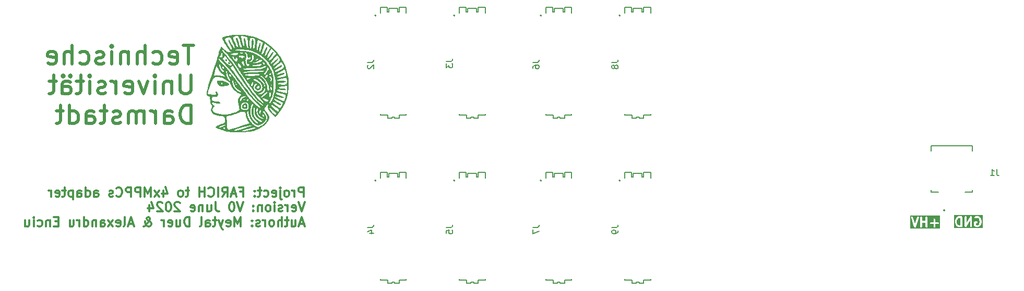
<source format=gbr>
%TF.GenerationSoftware,KiCad,Pcbnew,8.0.2*%
%TF.CreationDate,2024-07-16T15:49:33+02:00*%
%TF.ProjectId,4-MPPC_FARICH_Prototype,342d4d50-5043-45f4-9641-524943485f50,rev?*%
%TF.SameCoordinates,Original*%
%TF.FileFunction,Legend,Bot*%
%TF.FilePolarity,Positive*%
%FSLAX46Y46*%
G04 Gerber Fmt 4.6, Leading zero omitted, Abs format (unit mm)*
G04 Created by KiCad (PCBNEW 8.0.2) date 2024-07-16 15:49:33*
%MOMM*%
%LPD*%
G01*
G04 APERTURE LIST*
%ADD10C,0.300000*%
%ADD11C,0.500000*%
%ADD12C,0.000000*%
%ADD13C,0.150000*%
%ADD14C,0.127000*%
%ADD15C,0.200000*%
G04 APERTURE END LIST*
D10*
G36*
X214744274Y-105971318D02*
G01*
X209900713Y-105971318D01*
X209900713Y-104174589D01*
X210067380Y-104174589D01*
X210073900Y-104203262D01*
X210570793Y-105685098D01*
X210571529Y-105695448D01*
X210579832Y-105712055D01*
X210585888Y-105730113D01*
X210592910Y-105738210D01*
X210597703Y-105747795D01*
X210611909Y-105760116D01*
X210624235Y-105774328D01*
X210633822Y-105779121D01*
X210641917Y-105786142D01*
X210659759Y-105792089D01*
X210676583Y-105800501D01*
X210687273Y-105801260D01*
X210697441Y-105804650D01*
X210716197Y-105803317D01*
X210734963Y-105804651D01*
X210745133Y-105801260D01*
X210755822Y-105800501D01*
X210772643Y-105792090D01*
X210790487Y-105786142D01*
X210798583Y-105779119D01*
X210808169Y-105774327D01*
X210820492Y-105760118D01*
X210834701Y-105747795D01*
X210839493Y-105738209D01*
X210846516Y-105730113D01*
X210858504Y-105703262D01*
X211365025Y-104174588D01*
X211363691Y-104155828D01*
X211566203Y-104155828D01*
X211569085Y-105685092D01*
X211591483Y-105739164D01*
X211632867Y-105780548D01*
X211686939Y-105802946D01*
X211745467Y-105802946D01*
X211799539Y-105780548D01*
X211840923Y-105739164D01*
X211863321Y-105685092D01*
X211866203Y-105655828D01*
X211865004Y-105019630D01*
X212424970Y-105017809D01*
X212426228Y-105685092D01*
X212448626Y-105739164D01*
X212490010Y-105780548D01*
X212544082Y-105802946D01*
X212602610Y-105802946D01*
X212656682Y-105780548D01*
X212698066Y-105739164D01*
X212720464Y-105685092D01*
X212723346Y-105655828D01*
X212722214Y-105055136D01*
X213140514Y-105055136D01*
X213140514Y-105113664D01*
X213162912Y-105167736D01*
X213204296Y-105209120D01*
X213258368Y-105231518D01*
X213287632Y-105234400D01*
X213710831Y-105233359D01*
X213711942Y-105685092D01*
X213734340Y-105739164D01*
X213775724Y-105780548D01*
X213829796Y-105802946D01*
X213888324Y-105802946D01*
X213942396Y-105780548D01*
X213983780Y-105739164D01*
X214006178Y-105685092D01*
X214009060Y-105655828D01*
X214008019Y-105232628D01*
X214459753Y-105231518D01*
X214513825Y-105209120D01*
X214555209Y-105167736D01*
X214577607Y-105113664D01*
X214577607Y-105055136D01*
X214555209Y-105001064D01*
X214513825Y-104959680D01*
X214459753Y-104937282D01*
X214430489Y-104934400D01*
X214007288Y-104935440D01*
X214006178Y-104483707D01*
X213983780Y-104429635D01*
X213942396Y-104388251D01*
X213888324Y-104365853D01*
X213829796Y-104365853D01*
X213775724Y-104388251D01*
X213734340Y-104429635D01*
X213711942Y-104483707D01*
X213709060Y-104512971D01*
X213710100Y-104936171D01*
X213258368Y-104937282D01*
X213204296Y-104959680D01*
X213162912Y-105001064D01*
X213140514Y-105055136D01*
X212722214Y-105055136D01*
X212720464Y-104126564D01*
X212698066Y-104072492D01*
X212656682Y-104031108D01*
X212602610Y-104008710D01*
X212544082Y-104008710D01*
X212490010Y-104031108D01*
X212448626Y-104072492D01*
X212426228Y-104126564D01*
X212423346Y-104155828D01*
X212424410Y-104720598D01*
X211864443Y-104722418D01*
X211863321Y-104126564D01*
X211840923Y-104072492D01*
X211799539Y-104031108D01*
X211745467Y-104008710D01*
X211686939Y-104008710D01*
X211632867Y-104031108D01*
X211591483Y-104072492D01*
X211569085Y-104126564D01*
X211566203Y-104155828D01*
X211363691Y-104155828D01*
X211360875Y-104116208D01*
X211334701Y-104063861D01*
X211290487Y-104025514D01*
X211234963Y-104007005D01*
X211176583Y-104011155D01*
X211124235Y-104037328D01*
X211085888Y-104081543D01*
X211073900Y-104108394D01*
X210716852Y-105185959D01*
X210346516Y-104081543D01*
X210308169Y-104037329D01*
X210255822Y-104011155D01*
X210197441Y-104007006D01*
X210141917Y-104025514D01*
X210097703Y-104063861D01*
X210071529Y-104116208D01*
X210067380Y-104174589D01*
X209900713Y-104174589D01*
X209900713Y-103840338D01*
X214744274Y-103840338D01*
X214744274Y-105971318D01*
G37*
G36*
X218071606Y-105446927D02*
G01*
X217892941Y-105448260D01*
X217731167Y-105396359D01*
X217630458Y-105298127D01*
X217577027Y-105195220D01*
X217511809Y-104943873D01*
X217509700Y-104765660D01*
X217570060Y-104514749D01*
X217623943Y-104402746D01*
X217724906Y-104299236D01*
X217879677Y-104245695D01*
X218069339Y-104244280D01*
X218071606Y-105446927D01*
G37*
G36*
X221678584Y-105912495D02*
G01*
X217045250Y-105912495D01*
X217045250Y-104738685D01*
X217211917Y-104738685D01*
X217214358Y-104945042D01*
X217212094Y-104960262D01*
X217214751Y-104978232D01*
X217214799Y-104982235D01*
X217215646Y-104984279D01*
X217216396Y-104989351D01*
X217287653Y-105263971D01*
X217288672Y-105278304D01*
X217297060Y-105300224D01*
X217297717Y-105302756D01*
X217298361Y-105303626D01*
X217299181Y-105305767D01*
X217373191Y-105448310D01*
X217380053Y-105464877D01*
X217384788Y-105470647D01*
X217386275Y-105473510D01*
X217389268Y-105476106D01*
X217398708Y-105487608D01*
X217527625Y-105613353D01*
X217529132Y-105616367D01*
X217543417Y-105628757D01*
X217564295Y-105649121D01*
X217569274Y-105651183D01*
X217573346Y-105654715D01*
X217600197Y-105666703D01*
X217814826Y-105735561D01*
X217832653Y-105742946D01*
X217840141Y-105743683D01*
X217843157Y-105744651D01*
X217847111Y-105744369D01*
X217861917Y-105745828D01*
X218248324Y-105742946D01*
X218302396Y-105720548D01*
X218343780Y-105679164D01*
X218366178Y-105625092D01*
X218369060Y-105595828D01*
X218366233Y-104095828D01*
X218783346Y-104095828D01*
X218786156Y-105587077D01*
X218783712Y-105606305D01*
X218786209Y-105615463D01*
X218786228Y-105625092D01*
X218793863Y-105643524D01*
X218799112Y-105662769D01*
X218804966Y-105670328D01*
X218808626Y-105679164D01*
X218822733Y-105693271D01*
X218834947Y-105709043D01*
X218843249Y-105713787D01*
X218850010Y-105720548D01*
X218868440Y-105728182D01*
X218885763Y-105738081D01*
X218895248Y-105739286D01*
X218904082Y-105742946D01*
X218924032Y-105742946D01*
X218943823Y-105745462D01*
X218953048Y-105742946D01*
X218962610Y-105742946D01*
X218981042Y-105735310D01*
X219000287Y-105730062D01*
X219007846Y-105724207D01*
X219016682Y-105720548D01*
X219030789Y-105706440D01*
X219046561Y-105694227D01*
X219055266Y-105681963D01*
X219058066Y-105679164D01*
X219059204Y-105676416D01*
X219063582Y-105670249D01*
X219641542Y-104654954D01*
X219643371Y-105625092D01*
X219665769Y-105679164D01*
X219707153Y-105720548D01*
X219761225Y-105742946D01*
X219819753Y-105742946D01*
X219873825Y-105720548D01*
X219915209Y-105679164D01*
X219937607Y-105625092D01*
X219940489Y-105595828D01*
X219939277Y-104952971D01*
X220283346Y-104952971D01*
X220286228Y-105482235D01*
X220308626Y-105536307D01*
X220308629Y-105536310D01*
X220327279Y-105559036D01*
X220385423Y-105614664D01*
X220386275Y-105616367D01*
X220396210Y-105624984D01*
X220421438Y-105649120D01*
X220426414Y-105651181D01*
X220430489Y-105654715D01*
X220457340Y-105666703D01*
X220671969Y-105735561D01*
X220689796Y-105742946D01*
X220697284Y-105743683D01*
X220700300Y-105744651D01*
X220704254Y-105744369D01*
X220719060Y-105745828D01*
X220863267Y-105743413D01*
X220880677Y-105744651D01*
X220887936Y-105743000D01*
X220891181Y-105742946D01*
X220894838Y-105741430D01*
X220909351Y-105738131D01*
X221101914Y-105671518D01*
X221105466Y-105671518D01*
X221123462Y-105664063D01*
X221150488Y-105654715D01*
X221154559Y-105651183D01*
X221159539Y-105649121D01*
X221182269Y-105630466D01*
X221323289Y-105485885D01*
X221337559Y-105473510D01*
X221341559Y-105467154D01*
X221343781Y-105464877D01*
X221345296Y-105461217D01*
X221353224Y-105448624D01*
X221418366Y-105313216D01*
X221426117Y-105302756D01*
X221433960Y-105280801D01*
X221435162Y-105278304D01*
X221435238Y-105277223D01*
X221436010Y-105275065D01*
X221502878Y-104997096D01*
X221509035Y-104982235D01*
X221510823Y-104964069D01*
X221511740Y-104960262D01*
X221511414Y-104958074D01*
X221511917Y-104952971D01*
X221509475Y-104746613D01*
X221511740Y-104731394D01*
X221509082Y-104713423D01*
X221509035Y-104709421D01*
X221508187Y-104707376D01*
X221507438Y-104702305D01*
X221436180Y-104427684D01*
X221435162Y-104413352D01*
X221426773Y-104391428D01*
X221426117Y-104388900D01*
X221425472Y-104388030D01*
X221424653Y-104385888D01*
X221350644Y-104243348D01*
X221343781Y-104226778D01*
X221339044Y-104221006D01*
X221337559Y-104218146D01*
X221334566Y-104215550D01*
X221325126Y-104204048D01*
X221196209Y-104078304D01*
X221194702Y-104075290D01*
X221180412Y-104062896D01*
X221159538Y-104042536D01*
X221154558Y-104040473D01*
X221150488Y-104036943D01*
X221123637Y-104024954D01*
X220909015Y-103956097D01*
X220891181Y-103948710D01*
X220883689Y-103947972D01*
X220880678Y-103947006D01*
X220876728Y-103947286D01*
X220861917Y-103945828D01*
X220669683Y-103948102D01*
X220666393Y-103947006D01*
X220647214Y-103948368D01*
X220618368Y-103948710D01*
X220613390Y-103950771D01*
X220608013Y-103951154D01*
X220580550Y-103961664D01*
X220412806Y-104048758D01*
X220374460Y-104092973D01*
X220355952Y-104148495D01*
X220360100Y-104206876D01*
X220386275Y-104259225D01*
X220430490Y-104297571D01*
X220486012Y-104316079D01*
X220544393Y-104311931D01*
X220571856Y-104301421D01*
X220679658Y-104245449D01*
X220831688Y-104243649D01*
X220992664Y-104295296D01*
X221093376Y-104393529D01*
X221146806Y-104496434D01*
X221212024Y-104747782D01*
X221214133Y-104925995D01*
X221153773Y-105176906D01*
X221099890Y-105288910D01*
X220998930Y-105392419D01*
X220843652Y-105446133D01*
X220748425Y-105447728D01*
X220587649Y-105396146D01*
X220583012Y-105391710D01*
X220581432Y-105101616D01*
X220748324Y-105100089D01*
X220802396Y-105077691D01*
X220843780Y-105036307D01*
X220866178Y-104982235D01*
X220866178Y-104923707D01*
X220843780Y-104869635D01*
X220802396Y-104828251D01*
X220748324Y-104805853D01*
X220719060Y-104802971D01*
X220404082Y-104805853D01*
X220350010Y-104828251D01*
X220308626Y-104869635D01*
X220286228Y-104923707D01*
X220283346Y-104952971D01*
X219939277Y-104952971D01*
X219937678Y-104104577D01*
X219940123Y-104085350D01*
X219937625Y-104076191D01*
X219937607Y-104066564D01*
X219929971Y-104048131D01*
X219924723Y-104028887D01*
X219918868Y-104021327D01*
X219915209Y-104012492D01*
X219901101Y-103998384D01*
X219888888Y-103982613D01*
X219880585Y-103977868D01*
X219873825Y-103971108D01*
X219855394Y-103963473D01*
X219838072Y-103953575D01*
X219828586Y-103952369D01*
X219819753Y-103948710D01*
X219799803Y-103948710D01*
X219780012Y-103946194D01*
X219770787Y-103948710D01*
X219761225Y-103948710D01*
X219742796Y-103956343D01*
X219723548Y-103961593D01*
X219715986Y-103967449D01*
X219707153Y-103971108D01*
X219693047Y-103985213D01*
X219677274Y-103997429D01*
X219668568Y-104009692D01*
X219665769Y-104012492D01*
X219664630Y-104015239D01*
X219660253Y-104021407D01*
X219082292Y-105036700D01*
X219080464Y-104066564D01*
X219058066Y-104012492D01*
X219016682Y-103971108D01*
X218962610Y-103948710D01*
X218904082Y-103948710D01*
X218850010Y-103971108D01*
X218808626Y-104012492D01*
X218786228Y-104066564D01*
X218783346Y-104095828D01*
X218366233Y-104095828D01*
X218366178Y-104066564D01*
X218343780Y-104012492D01*
X218302396Y-103971108D01*
X218248324Y-103948710D01*
X218219060Y-103945828D01*
X217863857Y-103948477D01*
X217843156Y-103947006D01*
X217835764Y-103948686D01*
X217832653Y-103948710D01*
X217828991Y-103950226D01*
X217814482Y-103953526D01*
X217621922Y-104020139D01*
X217618368Y-104020139D01*
X217600359Y-104027598D01*
X217573346Y-104036943D01*
X217569276Y-104040472D01*
X217564295Y-104042536D01*
X217541565Y-104061191D01*
X217400543Y-104205771D01*
X217386275Y-104218146D01*
X217382274Y-104224501D01*
X217380053Y-104226779D01*
X217378537Y-104230438D01*
X217370610Y-104243032D01*
X217305467Y-104378439D01*
X217297717Y-104388900D01*
X217289873Y-104410854D01*
X217288672Y-104413352D01*
X217288595Y-104414432D01*
X217287824Y-104416591D01*
X217220955Y-104694559D01*
X217214799Y-104709421D01*
X217213010Y-104727586D01*
X217212094Y-104731394D01*
X217212419Y-104733581D01*
X217211917Y-104738685D01*
X217045250Y-104738685D01*
X217045250Y-103779161D01*
X221678584Y-103779161D01*
X221678584Y-105912495D01*
G37*
X111530489Y-100765996D02*
X111530489Y-99265996D01*
X111530489Y-99265996D02*
X110959060Y-99265996D01*
X110959060Y-99265996D02*
X110816203Y-99337425D01*
X110816203Y-99337425D02*
X110744774Y-99408853D01*
X110744774Y-99408853D02*
X110673346Y-99551710D01*
X110673346Y-99551710D02*
X110673346Y-99765996D01*
X110673346Y-99765996D02*
X110744774Y-99908853D01*
X110744774Y-99908853D02*
X110816203Y-99980282D01*
X110816203Y-99980282D02*
X110959060Y-100051710D01*
X110959060Y-100051710D02*
X111530489Y-100051710D01*
X110030489Y-100765996D02*
X110030489Y-99765996D01*
X110030489Y-100051710D02*
X109959060Y-99908853D01*
X109959060Y-99908853D02*
X109887632Y-99837425D01*
X109887632Y-99837425D02*
X109744774Y-99765996D01*
X109744774Y-99765996D02*
X109601917Y-99765996D01*
X108887632Y-100765996D02*
X109030489Y-100694568D01*
X109030489Y-100694568D02*
X109101918Y-100623139D01*
X109101918Y-100623139D02*
X109173346Y-100480282D01*
X109173346Y-100480282D02*
X109173346Y-100051710D01*
X109173346Y-100051710D02*
X109101918Y-99908853D01*
X109101918Y-99908853D02*
X109030489Y-99837425D01*
X109030489Y-99837425D02*
X108887632Y-99765996D01*
X108887632Y-99765996D02*
X108673346Y-99765996D01*
X108673346Y-99765996D02*
X108530489Y-99837425D01*
X108530489Y-99837425D02*
X108459061Y-99908853D01*
X108459061Y-99908853D02*
X108387632Y-100051710D01*
X108387632Y-100051710D02*
X108387632Y-100480282D01*
X108387632Y-100480282D02*
X108459061Y-100623139D01*
X108459061Y-100623139D02*
X108530489Y-100694568D01*
X108530489Y-100694568D02*
X108673346Y-100765996D01*
X108673346Y-100765996D02*
X108887632Y-100765996D01*
X107744775Y-99765996D02*
X107744775Y-101051710D01*
X107744775Y-101051710D02*
X107816203Y-101194568D01*
X107816203Y-101194568D02*
X107959060Y-101265996D01*
X107959060Y-101265996D02*
X108030489Y-101265996D01*
X107744775Y-99265996D02*
X107816203Y-99337425D01*
X107816203Y-99337425D02*
X107744775Y-99408853D01*
X107744775Y-99408853D02*
X107673346Y-99337425D01*
X107673346Y-99337425D02*
X107744775Y-99265996D01*
X107744775Y-99265996D02*
X107744775Y-99408853D01*
X106459060Y-100694568D02*
X106601917Y-100765996D01*
X106601917Y-100765996D02*
X106887632Y-100765996D01*
X106887632Y-100765996D02*
X107030489Y-100694568D01*
X107030489Y-100694568D02*
X107101917Y-100551710D01*
X107101917Y-100551710D02*
X107101917Y-99980282D01*
X107101917Y-99980282D02*
X107030489Y-99837425D01*
X107030489Y-99837425D02*
X106887632Y-99765996D01*
X106887632Y-99765996D02*
X106601917Y-99765996D01*
X106601917Y-99765996D02*
X106459060Y-99837425D01*
X106459060Y-99837425D02*
X106387632Y-99980282D01*
X106387632Y-99980282D02*
X106387632Y-100123139D01*
X106387632Y-100123139D02*
X107101917Y-100265996D01*
X105101918Y-100694568D02*
X105244775Y-100765996D01*
X105244775Y-100765996D02*
X105530489Y-100765996D01*
X105530489Y-100765996D02*
X105673346Y-100694568D01*
X105673346Y-100694568D02*
X105744775Y-100623139D01*
X105744775Y-100623139D02*
X105816203Y-100480282D01*
X105816203Y-100480282D02*
X105816203Y-100051710D01*
X105816203Y-100051710D02*
X105744775Y-99908853D01*
X105744775Y-99908853D02*
X105673346Y-99837425D01*
X105673346Y-99837425D02*
X105530489Y-99765996D01*
X105530489Y-99765996D02*
X105244775Y-99765996D01*
X105244775Y-99765996D02*
X105101918Y-99837425D01*
X104673346Y-99765996D02*
X104101918Y-99765996D01*
X104459061Y-99265996D02*
X104459061Y-100551710D01*
X104459061Y-100551710D02*
X104387632Y-100694568D01*
X104387632Y-100694568D02*
X104244775Y-100765996D01*
X104244775Y-100765996D02*
X104101918Y-100765996D01*
X103601918Y-100623139D02*
X103530489Y-100694568D01*
X103530489Y-100694568D02*
X103601918Y-100765996D01*
X103601918Y-100765996D02*
X103673346Y-100694568D01*
X103673346Y-100694568D02*
X103601918Y-100623139D01*
X103601918Y-100623139D02*
X103601918Y-100765996D01*
X103601918Y-99837425D02*
X103530489Y-99908853D01*
X103530489Y-99908853D02*
X103601918Y-99980282D01*
X103601918Y-99980282D02*
X103673346Y-99908853D01*
X103673346Y-99908853D02*
X103601918Y-99837425D01*
X103601918Y-99837425D02*
X103601918Y-99980282D01*
X101244775Y-99980282D02*
X101744775Y-99980282D01*
X101744775Y-100765996D02*
X101744775Y-99265996D01*
X101744775Y-99265996D02*
X101030489Y-99265996D01*
X100530489Y-100337425D02*
X99816204Y-100337425D01*
X100673346Y-100765996D02*
X100173346Y-99265996D01*
X100173346Y-99265996D02*
X99673346Y-100765996D01*
X98316204Y-100765996D02*
X98816204Y-100051710D01*
X99173347Y-100765996D02*
X99173347Y-99265996D01*
X99173347Y-99265996D02*
X98601918Y-99265996D01*
X98601918Y-99265996D02*
X98459061Y-99337425D01*
X98459061Y-99337425D02*
X98387632Y-99408853D01*
X98387632Y-99408853D02*
X98316204Y-99551710D01*
X98316204Y-99551710D02*
X98316204Y-99765996D01*
X98316204Y-99765996D02*
X98387632Y-99908853D01*
X98387632Y-99908853D02*
X98459061Y-99980282D01*
X98459061Y-99980282D02*
X98601918Y-100051710D01*
X98601918Y-100051710D02*
X99173347Y-100051710D01*
X97673347Y-100765996D02*
X97673347Y-99265996D01*
X96101918Y-100623139D02*
X96173346Y-100694568D01*
X96173346Y-100694568D02*
X96387632Y-100765996D01*
X96387632Y-100765996D02*
X96530489Y-100765996D01*
X96530489Y-100765996D02*
X96744775Y-100694568D01*
X96744775Y-100694568D02*
X96887632Y-100551710D01*
X96887632Y-100551710D02*
X96959061Y-100408853D01*
X96959061Y-100408853D02*
X97030489Y-100123139D01*
X97030489Y-100123139D02*
X97030489Y-99908853D01*
X97030489Y-99908853D02*
X96959061Y-99623139D01*
X96959061Y-99623139D02*
X96887632Y-99480282D01*
X96887632Y-99480282D02*
X96744775Y-99337425D01*
X96744775Y-99337425D02*
X96530489Y-99265996D01*
X96530489Y-99265996D02*
X96387632Y-99265996D01*
X96387632Y-99265996D02*
X96173346Y-99337425D01*
X96173346Y-99337425D02*
X96101918Y-99408853D01*
X95459061Y-100765996D02*
X95459061Y-99265996D01*
X95459061Y-99980282D02*
X94601918Y-99980282D01*
X94601918Y-100765996D02*
X94601918Y-99265996D01*
X92959060Y-99765996D02*
X92387632Y-99765996D01*
X92744775Y-99265996D02*
X92744775Y-100551710D01*
X92744775Y-100551710D02*
X92673346Y-100694568D01*
X92673346Y-100694568D02*
X92530489Y-100765996D01*
X92530489Y-100765996D02*
X92387632Y-100765996D01*
X91673346Y-100765996D02*
X91816203Y-100694568D01*
X91816203Y-100694568D02*
X91887632Y-100623139D01*
X91887632Y-100623139D02*
X91959060Y-100480282D01*
X91959060Y-100480282D02*
X91959060Y-100051710D01*
X91959060Y-100051710D02*
X91887632Y-99908853D01*
X91887632Y-99908853D02*
X91816203Y-99837425D01*
X91816203Y-99837425D02*
X91673346Y-99765996D01*
X91673346Y-99765996D02*
X91459060Y-99765996D01*
X91459060Y-99765996D02*
X91316203Y-99837425D01*
X91316203Y-99837425D02*
X91244775Y-99908853D01*
X91244775Y-99908853D02*
X91173346Y-100051710D01*
X91173346Y-100051710D02*
X91173346Y-100480282D01*
X91173346Y-100480282D02*
X91244775Y-100623139D01*
X91244775Y-100623139D02*
X91316203Y-100694568D01*
X91316203Y-100694568D02*
X91459060Y-100765996D01*
X91459060Y-100765996D02*
X91673346Y-100765996D01*
X88744775Y-99765996D02*
X88744775Y-100765996D01*
X89101917Y-99194568D02*
X89459060Y-100265996D01*
X89459060Y-100265996D02*
X88530489Y-100265996D01*
X88101918Y-100765996D02*
X87316204Y-99765996D01*
X88101918Y-99765996D02*
X87316204Y-100765996D01*
X86744775Y-100765996D02*
X86744775Y-99265996D01*
X86744775Y-99265996D02*
X86244775Y-100337425D01*
X86244775Y-100337425D02*
X85744775Y-99265996D01*
X85744775Y-99265996D02*
X85744775Y-100765996D01*
X85030489Y-100765996D02*
X85030489Y-99265996D01*
X85030489Y-99265996D02*
X84459060Y-99265996D01*
X84459060Y-99265996D02*
X84316203Y-99337425D01*
X84316203Y-99337425D02*
X84244774Y-99408853D01*
X84244774Y-99408853D02*
X84173346Y-99551710D01*
X84173346Y-99551710D02*
X84173346Y-99765996D01*
X84173346Y-99765996D02*
X84244774Y-99908853D01*
X84244774Y-99908853D02*
X84316203Y-99980282D01*
X84316203Y-99980282D02*
X84459060Y-100051710D01*
X84459060Y-100051710D02*
X85030489Y-100051710D01*
X83530489Y-100765996D02*
X83530489Y-99265996D01*
X83530489Y-99265996D02*
X82959060Y-99265996D01*
X82959060Y-99265996D02*
X82816203Y-99337425D01*
X82816203Y-99337425D02*
X82744774Y-99408853D01*
X82744774Y-99408853D02*
X82673346Y-99551710D01*
X82673346Y-99551710D02*
X82673346Y-99765996D01*
X82673346Y-99765996D02*
X82744774Y-99908853D01*
X82744774Y-99908853D02*
X82816203Y-99980282D01*
X82816203Y-99980282D02*
X82959060Y-100051710D01*
X82959060Y-100051710D02*
X83530489Y-100051710D01*
X81173346Y-100623139D02*
X81244774Y-100694568D01*
X81244774Y-100694568D02*
X81459060Y-100765996D01*
X81459060Y-100765996D02*
X81601917Y-100765996D01*
X81601917Y-100765996D02*
X81816203Y-100694568D01*
X81816203Y-100694568D02*
X81959060Y-100551710D01*
X81959060Y-100551710D02*
X82030489Y-100408853D01*
X82030489Y-100408853D02*
X82101917Y-100123139D01*
X82101917Y-100123139D02*
X82101917Y-99908853D01*
X82101917Y-99908853D02*
X82030489Y-99623139D01*
X82030489Y-99623139D02*
X81959060Y-99480282D01*
X81959060Y-99480282D02*
X81816203Y-99337425D01*
X81816203Y-99337425D02*
X81601917Y-99265996D01*
X81601917Y-99265996D02*
X81459060Y-99265996D01*
X81459060Y-99265996D02*
X81244774Y-99337425D01*
X81244774Y-99337425D02*
X81173346Y-99408853D01*
X80601917Y-100694568D02*
X80459060Y-100765996D01*
X80459060Y-100765996D02*
X80173346Y-100765996D01*
X80173346Y-100765996D02*
X80030489Y-100694568D01*
X80030489Y-100694568D02*
X79959060Y-100551710D01*
X79959060Y-100551710D02*
X79959060Y-100480282D01*
X79959060Y-100480282D02*
X80030489Y-100337425D01*
X80030489Y-100337425D02*
X80173346Y-100265996D01*
X80173346Y-100265996D02*
X80387632Y-100265996D01*
X80387632Y-100265996D02*
X80530489Y-100194568D01*
X80530489Y-100194568D02*
X80601917Y-100051710D01*
X80601917Y-100051710D02*
X80601917Y-99980282D01*
X80601917Y-99980282D02*
X80530489Y-99837425D01*
X80530489Y-99837425D02*
X80387632Y-99765996D01*
X80387632Y-99765996D02*
X80173346Y-99765996D01*
X80173346Y-99765996D02*
X80030489Y-99837425D01*
X77530489Y-100765996D02*
X77530489Y-99980282D01*
X77530489Y-99980282D02*
X77601917Y-99837425D01*
X77601917Y-99837425D02*
X77744774Y-99765996D01*
X77744774Y-99765996D02*
X78030489Y-99765996D01*
X78030489Y-99765996D02*
X78173346Y-99837425D01*
X77530489Y-100694568D02*
X77673346Y-100765996D01*
X77673346Y-100765996D02*
X78030489Y-100765996D01*
X78030489Y-100765996D02*
X78173346Y-100694568D01*
X78173346Y-100694568D02*
X78244774Y-100551710D01*
X78244774Y-100551710D02*
X78244774Y-100408853D01*
X78244774Y-100408853D02*
X78173346Y-100265996D01*
X78173346Y-100265996D02*
X78030489Y-100194568D01*
X78030489Y-100194568D02*
X77673346Y-100194568D01*
X77673346Y-100194568D02*
X77530489Y-100123139D01*
X76173346Y-100765996D02*
X76173346Y-99265996D01*
X76173346Y-100694568D02*
X76316203Y-100765996D01*
X76316203Y-100765996D02*
X76601917Y-100765996D01*
X76601917Y-100765996D02*
X76744774Y-100694568D01*
X76744774Y-100694568D02*
X76816203Y-100623139D01*
X76816203Y-100623139D02*
X76887631Y-100480282D01*
X76887631Y-100480282D02*
X76887631Y-100051710D01*
X76887631Y-100051710D02*
X76816203Y-99908853D01*
X76816203Y-99908853D02*
X76744774Y-99837425D01*
X76744774Y-99837425D02*
X76601917Y-99765996D01*
X76601917Y-99765996D02*
X76316203Y-99765996D01*
X76316203Y-99765996D02*
X76173346Y-99837425D01*
X74816203Y-100765996D02*
X74816203Y-99980282D01*
X74816203Y-99980282D02*
X74887631Y-99837425D01*
X74887631Y-99837425D02*
X75030488Y-99765996D01*
X75030488Y-99765996D02*
X75316203Y-99765996D01*
X75316203Y-99765996D02*
X75459060Y-99837425D01*
X74816203Y-100694568D02*
X74959060Y-100765996D01*
X74959060Y-100765996D02*
X75316203Y-100765996D01*
X75316203Y-100765996D02*
X75459060Y-100694568D01*
X75459060Y-100694568D02*
X75530488Y-100551710D01*
X75530488Y-100551710D02*
X75530488Y-100408853D01*
X75530488Y-100408853D02*
X75459060Y-100265996D01*
X75459060Y-100265996D02*
X75316203Y-100194568D01*
X75316203Y-100194568D02*
X74959060Y-100194568D01*
X74959060Y-100194568D02*
X74816203Y-100123139D01*
X74101917Y-99765996D02*
X74101917Y-101265996D01*
X74101917Y-99837425D02*
X73959060Y-99765996D01*
X73959060Y-99765996D02*
X73673345Y-99765996D01*
X73673345Y-99765996D02*
X73530488Y-99837425D01*
X73530488Y-99837425D02*
X73459060Y-99908853D01*
X73459060Y-99908853D02*
X73387631Y-100051710D01*
X73387631Y-100051710D02*
X73387631Y-100480282D01*
X73387631Y-100480282D02*
X73459060Y-100623139D01*
X73459060Y-100623139D02*
X73530488Y-100694568D01*
X73530488Y-100694568D02*
X73673345Y-100765996D01*
X73673345Y-100765996D02*
X73959060Y-100765996D01*
X73959060Y-100765996D02*
X74101917Y-100694568D01*
X72959059Y-99765996D02*
X72387631Y-99765996D01*
X72744774Y-99265996D02*
X72744774Y-100551710D01*
X72744774Y-100551710D02*
X72673345Y-100694568D01*
X72673345Y-100694568D02*
X72530488Y-100765996D01*
X72530488Y-100765996D02*
X72387631Y-100765996D01*
X71316202Y-100694568D02*
X71459059Y-100765996D01*
X71459059Y-100765996D02*
X71744774Y-100765996D01*
X71744774Y-100765996D02*
X71887631Y-100694568D01*
X71887631Y-100694568D02*
X71959059Y-100551710D01*
X71959059Y-100551710D02*
X71959059Y-99980282D01*
X71959059Y-99980282D02*
X71887631Y-99837425D01*
X71887631Y-99837425D02*
X71744774Y-99765996D01*
X71744774Y-99765996D02*
X71459059Y-99765996D01*
X71459059Y-99765996D02*
X71316202Y-99837425D01*
X71316202Y-99837425D02*
X71244774Y-99980282D01*
X71244774Y-99980282D02*
X71244774Y-100123139D01*
X71244774Y-100123139D02*
X71959059Y-100265996D01*
X70601917Y-100765996D02*
X70601917Y-99765996D01*
X70601917Y-100051710D02*
X70530488Y-99908853D01*
X70530488Y-99908853D02*
X70459060Y-99837425D01*
X70459060Y-99837425D02*
X70316202Y-99765996D01*
X70316202Y-99765996D02*
X70173345Y-99765996D01*
X111744774Y-101680912D02*
X111244774Y-103180912D01*
X111244774Y-103180912D02*
X110744774Y-101680912D01*
X109673346Y-103109484D02*
X109816203Y-103180912D01*
X109816203Y-103180912D02*
X110101918Y-103180912D01*
X110101918Y-103180912D02*
X110244775Y-103109484D01*
X110244775Y-103109484D02*
X110316203Y-102966626D01*
X110316203Y-102966626D02*
X110316203Y-102395198D01*
X110316203Y-102395198D02*
X110244775Y-102252341D01*
X110244775Y-102252341D02*
X110101918Y-102180912D01*
X110101918Y-102180912D02*
X109816203Y-102180912D01*
X109816203Y-102180912D02*
X109673346Y-102252341D01*
X109673346Y-102252341D02*
X109601918Y-102395198D01*
X109601918Y-102395198D02*
X109601918Y-102538055D01*
X109601918Y-102538055D02*
X110316203Y-102680912D01*
X108959061Y-103180912D02*
X108959061Y-102180912D01*
X108959061Y-102466626D02*
X108887632Y-102323769D01*
X108887632Y-102323769D02*
X108816204Y-102252341D01*
X108816204Y-102252341D02*
X108673346Y-102180912D01*
X108673346Y-102180912D02*
X108530489Y-102180912D01*
X108101918Y-103109484D02*
X107959061Y-103180912D01*
X107959061Y-103180912D02*
X107673347Y-103180912D01*
X107673347Y-103180912D02*
X107530490Y-103109484D01*
X107530490Y-103109484D02*
X107459061Y-102966626D01*
X107459061Y-102966626D02*
X107459061Y-102895198D01*
X107459061Y-102895198D02*
X107530490Y-102752341D01*
X107530490Y-102752341D02*
X107673347Y-102680912D01*
X107673347Y-102680912D02*
X107887633Y-102680912D01*
X107887633Y-102680912D02*
X108030490Y-102609484D01*
X108030490Y-102609484D02*
X108101918Y-102466626D01*
X108101918Y-102466626D02*
X108101918Y-102395198D01*
X108101918Y-102395198D02*
X108030490Y-102252341D01*
X108030490Y-102252341D02*
X107887633Y-102180912D01*
X107887633Y-102180912D02*
X107673347Y-102180912D01*
X107673347Y-102180912D02*
X107530490Y-102252341D01*
X106816204Y-103180912D02*
X106816204Y-102180912D01*
X106816204Y-101680912D02*
X106887632Y-101752341D01*
X106887632Y-101752341D02*
X106816204Y-101823769D01*
X106816204Y-101823769D02*
X106744775Y-101752341D01*
X106744775Y-101752341D02*
X106816204Y-101680912D01*
X106816204Y-101680912D02*
X106816204Y-101823769D01*
X105887632Y-103180912D02*
X106030489Y-103109484D01*
X106030489Y-103109484D02*
X106101918Y-103038055D01*
X106101918Y-103038055D02*
X106173346Y-102895198D01*
X106173346Y-102895198D02*
X106173346Y-102466626D01*
X106173346Y-102466626D02*
X106101918Y-102323769D01*
X106101918Y-102323769D02*
X106030489Y-102252341D01*
X106030489Y-102252341D02*
X105887632Y-102180912D01*
X105887632Y-102180912D02*
X105673346Y-102180912D01*
X105673346Y-102180912D02*
X105530489Y-102252341D01*
X105530489Y-102252341D02*
X105459061Y-102323769D01*
X105459061Y-102323769D02*
X105387632Y-102466626D01*
X105387632Y-102466626D02*
X105387632Y-102895198D01*
X105387632Y-102895198D02*
X105459061Y-103038055D01*
X105459061Y-103038055D02*
X105530489Y-103109484D01*
X105530489Y-103109484D02*
X105673346Y-103180912D01*
X105673346Y-103180912D02*
X105887632Y-103180912D01*
X104744775Y-102180912D02*
X104744775Y-103180912D01*
X104744775Y-102323769D02*
X104673346Y-102252341D01*
X104673346Y-102252341D02*
X104530489Y-102180912D01*
X104530489Y-102180912D02*
X104316203Y-102180912D01*
X104316203Y-102180912D02*
X104173346Y-102252341D01*
X104173346Y-102252341D02*
X104101918Y-102395198D01*
X104101918Y-102395198D02*
X104101918Y-103180912D01*
X103387632Y-103038055D02*
X103316203Y-103109484D01*
X103316203Y-103109484D02*
X103387632Y-103180912D01*
X103387632Y-103180912D02*
X103459060Y-103109484D01*
X103459060Y-103109484D02*
X103387632Y-103038055D01*
X103387632Y-103038055D02*
X103387632Y-103180912D01*
X103387632Y-102252341D02*
X103316203Y-102323769D01*
X103316203Y-102323769D02*
X103387632Y-102395198D01*
X103387632Y-102395198D02*
X103459060Y-102323769D01*
X103459060Y-102323769D02*
X103387632Y-102252341D01*
X103387632Y-102252341D02*
X103387632Y-102395198D01*
X101744774Y-101680912D02*
X101244774Y-103180912D01*
X101244774Y-103180912D02*
X100744774Y-101680912D01*
X99959060Y-101680912D02*
X99816203Y-101680912D01*
X99816203Y-101680912D02*
X99673346Y-101752341D01*
X99673346Y-101752341D02*
X99601918Y-101823769D01*
X99601918Y-101823769D02*
X99530489Y-101966626D01*
X99530489Y-101966626D02*
X99459060Y-102252341D01*
X99459060Y-102252341D02*
X99459060Y-102609484D01*
X99459060Y-102609484D02*
X99530489Y-102895198D01*
X99530489Y-102895198D02*
X99601918Y-103038055D01*
X99601918Y-103038055D02*
X99673346Y-103109484D01*
X99673346Y-103109484D02*
X99816203Y-103180912D01*
X99816203Y-103180912D02*
X99959060Y-103180912D01*
X99959060Y-103180912D02*
X100101918Y-103109484D01*
X100101918Y-103109484D02*
X100173346Y-103038055D01*
X100173346Y-103038055D02*
X100244775Y-102895198D01*
X100244775Y-102895198D02*
X100316203Y-102609484D01*
X100316203Y-102609484D02*
X100316203Y-102252341D01*
X100316203Y-102252341D02*
X100244775Y-101966626D01*
X100244775Y-101966626D02*
X100173346Y-101823769D01*
X100173346Y-101823769D02*
X100101918Y-101752341D01*
X100101918Y-101752341D02*
X99959060Y-101680912D01*
X97244775Y-101680912D02*
X97244775Y-102752341D01*
X97244775Y-102752341D02*
X97316204Y-102966626D01*
X97316204Y-102966626D02*
X97459061Y-103109484D01*
X97459061Y-103109484D02*
X97673347Y-103180912D01*
X97673347Y-103180912D02*
X97816204Y-103180912D01*
X95887633Y-102180912D02*
X95887633Y-103180912D01*
X96530490Y-102180912D02*
X96530490Y-102966626D01*
X96530490Y-102966626D02*
X96459061Y-103109484D01*
X96459061Y-103109484D02*
X96316204Y-103180912D01*
X96316204Y-103180912D02*
X96101918Y-103180912D01*
X96101918Y-103180912D02*
X95959061Y-103109484D01*
X95959061Y-103109484D02*
X95887633Y-103038055D01*
X95173347Y-102180912D02*
X95173347Y-103180912D01*
X95173347Y-102323769D02*
X95101918Y-102252341D01*
X95101918Y-102252341D02*
X94959061Y-102180912D01*
X94959061Y-102180912D02*
X94744775Y-102180912D01*
X94744775Y-102180912D02*
X94601918Y-102252341D01*
X94601918Y-102252341D02*
X94530490Y-102395198D01*
X94530490Y-102395198D02*
X94530490Y-103180912D01*
X93244775Y-103109484D02*
X93387632Y-103180912D01*
X93387632Y-103180912D02*
X93673347Y-103180912D01*
X93673347Y-103180912D02*
X93816204Y-103109484D01*
X93816204Y-103109484D02*
X93887632Y-102966626D01*
X93887632Y-102966626D02*
X93887632Y-102395198D01*
X93887632Y-102395198D02*
X93816204Y-102252341D01*
X93816204Y-102252341D02*
X93673347Y-102180912D01*
X93673347Y-102180912D02*
X93387632Y-102180912D01*
X93387632Y-102180912D02*
X93244775Y-102252341D01*
X93244775Y-102252341D02*
X93173347Y-102395198D01*
X93173347Y-102395198D02*
X93173347Y-102538055D01*
X93173347Y-102538055D02*
X93887632Y-102680912D01*
X91459061Y-101823769D02*
X91387633Y-101752341D01*
X91387633Y-101752341D02*
X91244776Y-101680912D01*
X91244776Y-101680912D02*
X90887633Y-101680912D01*
X90887633Y-101680912D02*
X90744776Y-101752341D01*
X90744776Y-101752341D02*
X90673347Y-101823769D01*
X90673347Y-101823769D02*
X90601918Y-101966626D01*
X90601918Y-101966626D02*
X90601918Y-102109484D01*
X90601918Y-102109484D02*
X90673347Y-102323769D01*
X90673347Y-102323769D02*
X91530490Y-103180912D01*
X91530490Y-103180912D02*
X90601918Y-103180912D01*
X89673347Y-101680912D02*
X89530490Y-101680912D01*
X89530490Y-101680912D02*
X89387633Y-101752341D01*
X89387633Y-101752341D02*
X89316205Y-101823769D01*
X89316205Y-101823769D02*
X89244776Y-101966626D01*
X89244776Y-101966626D02*
X89173347Y-102252341D01*
X89173347Y-102252341D02*
X89173347Y-102609484D01*
X89173347Y-102609484D02*
X89244776Y-102895198D01*
X89244776Y-102895198D02*
X89316205Y-103038055D01*
X89316205Y-103038055D02*
X89387633Y-103109484D01*
X89387633Y-103109484D02*
X89530490Y-103180912D01*
X89530490Y-103180912D02*
X89673347Y-103180912D01*
X89673347Y-103180912D02*
X89816205Y-103109484D01*
X89816205Y-103109484D02*
X89887633Y-103038055D01*
X89887633Y-103038055D02*
X89959062Y-102895198D01*
X89959062Y-102895198D02*
X90030490Y-102609484D01*
X90030490Y-102609484D02*
X90030490Y-102252341D01*
X90030490Y-102252341D02*
X89959062Y-101966626D01*
X89959062Y-101966626D02*
X89887633Y-101823769D01*
X89887633Y-101823769D02*
X89816205Y-101752341D01*
X89816205Y-101752341D02*
X89673347Y-101680912D01*
X88601919Y-101823769D02*
X88530491Y-101752341D01*
X88530491Y-101752341D02*
X88387634Y-101680912D01*
X88387634Y-101680912D02*
X88030491Y-101680912D01*
X88030491Y-101680912D02*
X87887634Y-101752341D01*
X87887634Y-101752341D02*
X87816205Y-101823769D01*
X87816205Y-101823769D02*
X87744776Y-101966626D01*
X87744776Y-101966626D02*
X87744776Y-102109484D01*
X87744776Y-102109484D02*
X87816205Y-102323769D01*
X87816205Y-102323769D02*
X88673348Y-103180912D01*
X88673348Y-103180912D02*
X87744776Y-103180912D01*
X86459063Y-102180912D02*
X86459063Y-103180912D01*
X86816205Y-101609484D02*
X87173348Y-102680912D01*
X87173348Y-102680912D02*
X86244777Y-102680912D01*
X111601917Y-105167257D02*
X110887632Y-105167257D01*
X111744774Y-105595828D02*
X111244774Y-104095828D01*
X111244774Y-104095828D02*
X110744774Y-105595828D01*
X109601918Y-104595828D02*
X109601918Y-105595828D01*
X110244775Y-104595828D02*
X110244775Y-105381542D01*
X110244775Y-105381542D02*
X110173346Y-105524400D01*
X110173346Y-105524400D02*
X110030489Y-105595828D01*
X110030489Y-105595828D02*
X109816203Y-105595828D01*
X109816203Y-105595828D02*
X109673346Y-105524400D01*
X109673346Y-105524400D02*
X109601918Y-105452971D01*
X109101917Y-104595828D02*
X108530489Y-104595828D01*
X108887632Y-104095828D02*
X108887632Y-105381542D01*
X108887632Y-105381542D02*
X108816203Y-105524400D01*
X108816203Y-105524400D02*
X108673346Y-105595828D01*
X108673346Y-105595828D02*
X108530489Y-105595828D01*
X108030489Y-105595828D02*
X108030489Y-104095828D01*
X107387632Y-105595828D02*
X107387632Y-104810114D01*
X107387632Y-104810114D02*
X107459060Y-104667257D01*
X107459060Y-104667257D02*
X107601917Y-104595828D01*
X107601917Y-104595828D02*
X107816203Y-104595828D01*
X107816203Y-104595828D02*
X107959060Y-104667257D01*
X107959060Y-104667257D02*
X108030489Y-104738685D01*
X106459060Y-105595828D02*
X106601917Y-105524400D01*
X106601917Y-105524400D02*
X106673346Y-105452971D01*
X106673346Y-105452971D02*
X106744774Y-105310114D01*
X106744774Y-105310114D02*
X106744774Y-104881542D01*
X106744774Y-104881542D02*
X106673346Y-104738685D01*
X106673346Y-104738685D02*
X106601917Y-104667257D01*
X106601917Y-104667257D02*
X106459060Y-104595828D01*
X106459060Y-104595828D02*
X106244774Y-104595828D01*
X106244774Y-104595828D02*
X106101917Y-104667257D01*
X106101917Y-104667257D02*
X106030489Y-104738685D01*
X106030489Y-104738685D02*
X105959060Y-104881542D01*
X105959060Y-104881542D02*
X105959060Y-105310114D01*
X105959060Y-105310114D02*
X106030489Y-105452971D01*
X106030489Y-105452971D02*
X106101917Y-105524400D01*
X106101917Y-105524400D02*
X106244774Y-105595828D01*
X106244774Y-105595828D02*
X106459060Y-105595828D01*
X105316203Y-105595828D02*
X105316203Y-104595828D01*
X105316203Y-104881542D02*
X105244774Y-104738685D01*
X105244774Y-104738685D02*
X105173346Y-104667257D01*
X105173346Y-104667257D02*
X105030488Y-104595828D01*
X105030488Y-104595828D02*
X104887631Y-104595828D01*
X104459060Y-105524400D02*
X104316203Y-105595828D01*
X104316203Y-105595828D02*
X104030489Y-105595828D01*
X104030489Y-105595828D02*
X103887632Y-105524400D01*
X103887632Y-105524400D02*
X103816203Y-105381542D01*
X103816203Y-105381542D02*
X103816203Y-105310114D01*
X103816203Y-105310114D02*
X103887632Y-105167257D01*
X103887632Y-105167257D02*
X104030489Y-105095828D01*
X104030489Y-105095828D02*
X104244775Y-105095828D01*
X104244775Y-105095828D02*
X104387632Y-105024400D01*
X104387632Y-105024400D02*
X104459060Y-104881542D01*
X104459060Y-104881542D02*
X104459060Y-104810114D01*
X104459060Y-104810114D02*
X104387632Y-104667257D01*
X104387632Y-104667257D02*
X104244775Y-104595828D01*
X104244775Y-104595828D02*
X104030489Y-104595828D01*
X104030489Y-104595828D02*
X103887632Y-104667257D01*
X103173346Y-105452971D02*
X103101917Y-105524400D01*
X103101917Y-105524400D02*
X103173346Y-105595828D01*
X103173346Y-105595828D02*
X103244774Y-105524400D01*
X103244774Y-105524400D02*
X103173346Y-105452971D01*
X103173346Y-105452971D02*
X103173346Y-105595828D01*
X103173346Y-104667257D02*
X103101917Y-104738685D01*
X103101917Y-104738685D02*
X103173346Y-104810114D01*
X103173346Y-104810114D02*
X103244774Y-104738685D01*
X103244774Y-104738685D02*
X103173346Y-104667257D01*
X103173346Y-104667257D02*
X103173346Y-104810114D01*
X101316203Y-105595828D02*
X101316203Y-104095828D01*
X101316203Y-104095828D02*
X100816203Y-105167257D01*
X100816203Y-105167257D02*
X100316203Y-104095828D01*
X100316203Y-104095828D02*
X100316203Y-105595828D01*
X99030488Y-105524400D02*
X99173345Y-105595828D01*
X99173345Y-105595828D02*
X99459060Y-105595828D01*
X99459060Y-105595828D02*
X99601917Y-105524400D01*
X99601917Y-105524400D02*
X99673345Y-105381542D01*
X99673345Y-105381542D02*
X99673345Y-104810114D01*
X99673345Y-104810114D02*
X99601917Y-104667257D01*
X99601917Y-104667257D02*
X99459060Y-104595828D01*
X99459060Y-104595828D02*
X99173345Y-104595828D01*
X99173345Y-104595828D02*
X99030488Y-104667257D01*
X99030488Y-104667257D02*
X98959060Y-104810114D01*
X98959060Y-104810114D02*
X98959060Y-104952971D01*
X98959060Y-104952971D02*
X99673345Y-105095828D01*
X98459060Y-104595828D02*
X98101917Y-105595828D01*
X97744774Y-104595828D02*
X98101917Y-105595828D01*
X98101917Y-105595828D02*
X98244774Y-105952971D01*
X98244774Y-105952971D02*
X98316203Y-106024400D01*
X98316203Y-106024400D02*
X98459060Y-106095828D01*
X97387631Y-104595828D02*
X96816203Y-104595828D01*
X97173346Y-104095828D02*
X97173346Y-105381542D01*
X97173346Y-105381542D02*
X97101917Y-105524400D01*
X97101917Y-105524400D02*
X96959060Y-105595828D01*
X96959060Y-105595828D02*
X96816203Y-105595828D01*
X95673346Y-105595828D02*
X95673346Y-104810114D01*
X95673346Y-104810114D02*
X95744774Y-104667257D01*
X95744774Y-104667257D02*
X95887631Y-104595828D01*
X95887631Y-104595828D02*
X96173346Y-104595828D01*
X96173346Y-104595828D02*
X96316203Y-104667257D01*
X95673346Y-105524400D02*
X95816203Y-105595828D01*
X95816203Y-105595828D02*
X96173346Y-105595828D01*
X96173346Y-105595828D02*
X96316203Y-105524400D01*
X96316203Y-105524400D02*
X96387631Y-105381542D01*
X96387631Y-105381542D02*
X96387631Y-105238685D01*
X96387631Y-105238685D02*
X96316203Y-105095828D01*
X96316203Y-105095828D02*
X96173346Y-105024400D01*
X96173346Y-105024400D02*
X95816203Y-105024400D01*
X95816203Y-105024400D02*
X95673346Y-104952971D01*
X94744774Y-105595828D02*
X94887631Y-105524400D01*
X94887631Y-105524400D02*
X94959060Y-105381542D01*
X94959060Y-105381542D02*
X94959060Y-104095828D01*
X93030489Y-105595828D02*
X93030489Y-104095828D01*
X93030489Y-104095828D02*
X92673346Y-104095828D01*
X92673346Y-104095828D02*
X92459060Y-104167257D01*
X92459060Y-104167257D02*
X92316203Y-104310114D01*
X92316203Y-104310114D02*
X92244774Y-104452971D01*
X92244774Y-104452971D02*
X92173346Y-104738685D01*
X92173346Y-104738685D02*
X92173346Y-104952971D01*
X92173346Y-104952971D02*
X92244774Y-105238685D01*
X92244774Y-105238685D02*
X92316203Y-105381542D01*
X92316203Y-105381542D02*
X92459060Y-105524400D01*
X92459060Y-105524400D02*
X92673346Y-105595828D01*
X92673346Y-105595828D02*
X93030489Y-105595828D01*
X90887632Y-104595828D02*
X90887632Y-105595828D01*
X91530489Y-104595828D02*
X91530489Y-105381542D01*
X91530489Y-105381542D02*
X91459060Y-105524400D01*
X91459060Y-105524400D02*
X91316203Y-105595828D01*
X91316203Y-105595828D02*
X91101917Y-105595828D01*
X91101917Y-105595828D02*
X90959060Y-105524400D01*
X90959060Y-105524400D02*
X90887632Y-105452971D01*
X89601917Y-105524400D02*
X89744774Y-105595828D01*
X89744774Y-105595828D02*
X90030489Y-105595828D01*
X90030489Y-105595828D02*
X90173346Y-105524400D01*
X90173346Y-105524400D02*
X90244774Y-105381542D01*
X90244774Y-105381542D02*
X90244774Y-104810114D01*
X90244774Y-104810114D02*
X90173346Y-104667257D01*
X90173346Y-104667257D02*
X90030489Y-104595828D01*
X90030489Y-104595828D02*
X89744774Y-104595828D01*
X89744774Y-104595828D02*
X89601917Y-104667257D01*
X89601917Y-104667257D02*
X89530489Y-104810114D01*
X89530489Y-104810114D02*
X89530489Y-104952971D01*
X89530489Y-104952971D02*
X90244774Y-105095828D01*
X88887632Y-105595828D02*
X88887632Y-104595828D01*
X88887632Y-104881542D02*
X88816203Y-104738685D01*
X88816203Y-104738685D02*
X88744775Y-104667257D01*
X88744775Y-104667257D02*
X88601917Y-104595828D01*
X88601917Y-104595828D02*
X88459060Y-104595828D01*
X85601918Y-105595828D02*
X85673347Y-105595828D01*
X85673347Y-105595828D02*
X85816204Y-105524400D01*
X85816204Y-105524400D02*
X86030489Y-105310114D01*
X86030489Y-105310114D02*
X86387632Y-104881542D01*
X86387632Y-104881542D02*
X86530489Y-104667257D01*
X86530489Y-104667257D02*
X86601918Y-104452971D01*
X86601918Y-104452971D02*
X86601918Y-104310114D01*
X86601918Y-104310114D02*
X86530489Y-104167257D01*
X86530489Y-104167257D02*
X86387632Y-104095828D01*
X86387632Y-104095828D02*
X86316204Y-104095828D01*
X86316204Y-104095828D02*
X86173347Y-104167257D01*
X86173347Y-104167257D02*
X86101918Y-104310114D01*
X86101918Y-104310114D02*
X86101918Y-104381542D01*
X86101918Y-104381542D02*
X86173347Y-104524400D01*
X86173347Y-104524400D02*
X86244775Y-104595828D01*
X86244775Y-104595828D02*
X86673347Y-104881542D01*
X86673347Y-104881542D02*
X86744775Y-104952971D01*
X86744775Y-104952971D02*
X86816204Y-105095828D01*
X86816204Y-105095828D02*
X86816204Y-105310114D01*
X86816204Y-105310114D02*
X86744775Y-105452971D01*
X86744775Y-105452971D02*
X86673347Y-105524400D01*
X86673347Y-105524400D02*
X86530489Y-105595828D01*
X86530489Y-105595828D02*
X86316204Y-105595828D01*
X86316204Y-105595828D02*
X86173347Y-105524400D01*
X86173347Y-105524400D02*
X86101918Y-105452971D01*
X86101918Y-105452971D02*
X85887632Y-105167257D01*
X85887632Y-105167257D02*
X85816204Y-104952971D01*
X85816204Y-104952971D02*
X85816204Y-104810114D01*
X83887632Y-105167257D02*
X83173347Y-105167257D01*
X84030489Y-105595828D02*
X83530489Y-104095828D01*
X83530489Y-104095828D02*
X83030489Y-105595828D01*
X82316204Y-105595828D02*
X82459061Y-105524400D01*
X82459061Y-105524400D02*
X82530490Y-105381542D01*
X82530490Y-105381542D02*
X82530490Y-104095828D01*
X81173347Y-105524400D02*
X81316204Y-105595828D01*
X81316204Y-105595828D02*
X81601919Y-105595828D01*
X81601919Y-105595828D02*
X81744776Y-105524400D01*
X81744776Y-105524400D02*
X81816204Y-105381542D01*
X81816204Y-105381542D02*
X81816204Y-104810114D01*
X81816204Y-104810114D02*
X81744776Y-104667257D01*
X81744776Y-104667257D02*
X81601919Y-104595828D01*
X81601919Y-104595828D02*
X81316204Y-104595828D01*
X81316204Y-104595828D02*
X81173347Y-104667257D01*
X81173347Y-104667257D02*
X81101919Y-104810114D01*
X81101919Y-104810114D02*
X81101919Y-104952971D01*
X81101919Y-104952971D02*
X81816204Y-105095828D01*
X80601919Y-105595828D02*
X79816205Y-104595828D01*
X80601919Y-104595828D02*
X79816205Y-105595828D01*
X78601919Y-105595828D02*
X78601919Y-104810114D01*
X78601919Y-104810114D02*
X78673347Y-104667257D01*
X78673347Y-104667257D02*
X78816204Y-104595828D01*
X78816204Y-104595828D02*
X79101919Y-104595828D01*
X79101919Y-104595828D02*
X79244776Y-104667257D01*
X78601919Y-105524400D02*
X78744776Y-105595828D01*
X78744776Y-105595828D02*
X79101919Y-105595828D01*
X79101919Y-105595828D02*
X79244776Y-105524400D01*
X79244776Y-105524400D02*
X79316204Y-105381542D01*
X79316204Y-105381542D02*
X79316204Y-105238685D01*
X79316204Y-105238685D02*
X79244776Y-105095828D01*
X79244776Y-105095828D02*
X79101919Y-105024400D01*
X79101919Y-105024400D02*
X78744776Y-105024400D01*
X78744776Y-105024400D02*
X78601919Y-104952971D01*
X77887633Y-104595828D02*
X77887633Y-105595828D01*
X77887633Y-104738685D02*
X77816204Y-104667257D01*
X77816204Y-104667257D02*
X77673347Y-104595828D01*
X77673347Y-104595828D02*
X77459061Y-104595828D01*
X77459061Y-104595828D02*
X77316204Y-104667257D01*
X77316204Y-104667257D02*
X77244776Y-104810114D01*
X77244776Y-104810114D02*
X77244776Y-105595828D01*
X75887633Y-105595828D02*
X75887633Y-104095828D01*
X75887633Y-105524400D02*
X76030490Y-105595828D01*
X76030490Y-105595828D02*
X76316204Y-105595828D01*
X76316204Y-105595828D02*
X76459061Y-105524400D01*
X76459061Y-105524400D02*
X76530490Y-105452971D01*
X76530490Y-105452971D02*
X76601918Y-105310114D01*
X76601918Y-105310114D02*
X76601918Y-104881542D01*
X76601918Y-104881542D02*
X76530490Y-104738685D01*
X76530490Y-104738685D02*
X76459061Y-104667257D01*
X76459061Y-104667257D02*
X76316204Y-104595828D01*
X76316204Y-104595828D02*
X76030490Y-104595828D01*
X76030490Y-104595828D02*
X75887633Y-104667257D01*
X75173347Y-105595828D02*
X75173347Y-104595828D01*
X75173347Y-104881542D02*
X75101918Y-104738685D01*
X75101918Y-104738685D02*
X75030490Y-104667257D01*
X75030490Y-104667257D02*
X74887632Y-104595828D01*
X74887632Y-104595828D02*
X74744775Y-104595828D01*
X73601919Y-104595828D02*
X73601919Y-105595828D01*
X74244776Y-104595828D02*
X74244776Y-105381542D01*
X74244776Y-105381542D02*
X74173347Y-105524400D01*
X74173347Y-105524400D02*
X74030490Y-105595828D01*
X74030490Y-105595828D02*
X73816204Y-105595828D01*
X73816204Y-105595828D02*
X73673347Y-105524400D01*
X73673347Y-105524400D02*
X73601919Y-105452971D01*
X71744776Y-104810114D02*
X71244776Y-104810114D01*
X71030490Y-105595828D02*
X71744776Y-105595828D01*
X71744776Y-105595828D02*
X71744776Y-104095828D01*
X71744776Y-104095828D02*
X71030490Y-104095828D01*
X70387633Y-104595828D02*
X70387633Y-105595828D01*
X70387633Y-104738685D02*
X70316204Y-104667257D01*
X70316204Y-104667257D02*
X70173347Y-104595828D01*
X70173347Y-104595828D02*
X69959061Y-104595828D01*
X69959061Y-104595828D02*
X69816204Y-104667257D01*
X69816204Y-104667257D02*
X69744776Y-104810114D01*
X69744776Y-104810114D02*
X69744776Y-105595828D01*
X68387633Y-105524400D02*
X68530490Y-105595828D01*
X68530490Y-105595828D02*
X68816204Y-105595828D01*
X68816204Y-105595828D02*
X68959061Y-105524400D01*
X68959061Y-105524400D02*
X69030490Y-105452971D01*
X69030490Y-105452971D02*
X69101918Y-105310114D01*
X69101918Y-105310114D02*
X69101918Y-104881542D01*
X69101918Y-104881542D02*
X69030490Y-104738685D01*
X69030490Y-104738685D02*
X68959061Y-104667257D01*
X68959061Y-104667257D02*
X68816204Y-104595828D01*
X68816204Y-104595828D02*
X68530490Y-104595828D01*
X68530490Y-104595828D02*
X68387633Y-104667257D01*
X67744776Y-105595828D02*
X67744776Y-104595828D01*
X67744776Y-104095828D02*
X67816204Y-104167257D01*
X67816204Y-104167257D02*
X67744776Y-104238685D01*
X67744776Y-104238685D02*
X67673347Y-104167257D01*
X67673347Y-104167257D02*
X67744776Y-104095828D01*
X67744776Y-104095828D02*
X67744776Y-104238685D01*
X66387633Y-104595828D02*
X66387633Y-105595828D01*
X67030490Y-104595828D02*
X67030490Y-105381542D01*
X67030490Y-105381542D02*
X66959061Y-105524400D01*
X66959061Y-105524400D02*
X66816204Y-105595828D01*
X66816204Y-105595828D02*
X66601918Y-105595828D01*
X66601918Y-105595828D02*
X66459061Y-105524400D01*
X66459061Y-105524400D02*
X66387633Y-105452971D01*
D11*
X93675281Y-76202014D02*
X91960996Y-76202014D01*
X92818138Y-79202014D02*
X92818138Y-76202014D01*
X89818139Y-79059157D02*
X90103853Y-79202014D01*
X90103853Y-79202014D02*
X90675282Y-79202014D01*
X90675282Y-79202014D02*
X90960996Y-79059157D01*
X90960996Y-79059157D02*
X91103853Y-78773442D01*
X91103853Y-78773442D02*
X91103853Y-77630585D01*
X91103853Y-77630585D02*
X90960996Y-77344871D01*
X90960996Y-77344871D02*
X90675282Y-77202014D01*
X90675282Y-77202014D02*
X90103853Y-77202014D01*
X90103853Y-77202014D02*
X89818139Y-77344871D01*
X89818139Y-77344871D02*
X89675282Y-77630585D01*
X89675282Y-77630585D02*
X89675282Y-77916299D01*
X89675282Y-77916299D02*
X91103853Y-78202014D01*
X87103853Y-79059157D02*
X87389567Y-79202014D01*
X87389567Y-79202014D02*
X87960995Y-79202014D01*
X87960995Y-79202014D02*
X88246710Y-79059157D01*
X88246710Y-79059157D02*
X88389567Y-78916299D01*
X88389567Y-78916299D02*
X88532424Y-78630585D01*
X88532424Y-78630585D02*
X88532424Y-77773442D01*
X88532424Y-77773442D02*
X88389567Y-77487728D01*
X88389567Y-77487728D02*
X88246710Y-77344871D01*
X88246710Y-77344871D02*
X87960995Y-77202014D01*
X87960995Y-77202014D02*
X87389567Y-77202014D01*
X87389567Y-77202014D02*
X87103853Y-77344871D01*
X85818138Y-79202014D02*
X85818138Y-76202014D01*
X84532424Y-79202014D02*
X84532424Y-77630585D01*
X84532424Y-77630585D02*
X84675281Y-77344871D01*
X84675281Y-77344871D02*
X84960995Y-77202014D01*
X84960995Y-77202014D02*
X85389566Y-77202014D01*
X85389566Y-77202014D02*
X85675281Y-77344871D01*
X85675281Y-77344871D02*
X85818138Y-77487728D01*
X83103852Y-77202014D02*
X83103852Y-79202014D01*
X83103852Y-77487728D02*
X82960995Y-77344871D01*
X82960995Y-77344871D02*
X82675280Y-77202014D01*
X82675280Y-77202014D02*
X82246709Y-77202014D01*
X82246709Y-77202014D02*
X81960995Y-77344871D01*
X81960995Y-77344871D02*
X81818138Y-77630585D01*
X81818138Y-77630585D02*
X81818138Y-79202014D01*
X80389566Y-79202014D02*
X80389566Y-77202014D01*
X80389566Y-76202014D02*
X80532423Y-76344871D01*
X80532423Y-76344871D02*
X80389566Y-76487728D01*
X80389566Y-76487728D02*
X80246709Y-76344871D01*
X80246709Y-76344871D02*
X80389566Y-76202014D01*
X80389566Y-76202014D02*
X80389566Y-76487728D01*
X79103852Y-79059157D02*
X78818138Y-79202014D01*
X78818138Y-79202014D02*
X78246709Y-79202014D01*
X78246709Y-79202014D02*
X77960995Y-79059157D01*
X77960995Y-79059157D02*
X77818138Y-78773442D01*
X77818138Y-78773442D02*
X77818138Y-78630585D01*
X77818138Y-78630585D02*
X77960995Y-78344871D01*
X77960995Y-78344871D02*
X78246709Y-78202014D01*
X78246709Y-78202014D02*
X78675281Y-78202014D01*
X78675281Y-78202014D02*
X78960995Y-78059157D01*
X78960995Y-78059157D02*
X79103852Y-77773442D01*
X79103852Y-77773442D02*
X79103852Y-77630585D01*
X79103852Y-77630585D02*
X78960995Y-77344871D01*
X78960995Y-77344871D02*
X78675281Y-77202014D01*
X78675281Y-77202014D02*
X78246709Y-77202014D01*
X78246709Y-77202014D02*
X77960995Y-77344871D01*
X75246710Y-79059157D02*
X75532424Y-79202014D01*
X75532424Y-79202014D02*
X76103852Y-79202014D01*
X76103852Y-79202014D02*
X76389567Y-79059157D01*
X76389567Y-79059157D02*
X76532424Y-78916299D01*
X76532424Y-78916299D02*
X76675281Y-78630585D01*
X76675281Y-78630585D02*
X76675281Y-77773442D01*
X76675281Y-77773442D02*
X76532424Y-77487728D01*
X76532424Y-77487728D02*
X76389567Y-77344871D01*
X76389567Y-77344871D02*
X76103852Y-77202014D01*
X76103852Y-77202014D02*
X75532424Y-77202014D01*
X75532424Y-77202014D02*
X75246710Y-77344871D01*
X73960995Y-79202014D02*
X73960995Y-76202014D01*
X72675281Y-79202014D02*
X72675281Y-77630585D01*
X72675281Y-77630585D02*
X72818138Y-77344871D01*
X72818138Y-77344871D02*
X73103852Y-77202014D01*
X73103852Y-77202014D02*
X73532423Y-77202014D01*
X73532423Y-77202014D02*
X73818138Y-77344871D01*
X73818138Y-77344871D02*
X73960995Y-77487728D01*
X70103852Y-79059157D02*
X70389566Y-79202014D01*
X70389566Y-79202014D02*
X70960995Y-79202014D01*
X70960995Y-79202014D02*
X71246709Y-79059157D01*
X71246709Y-79059157D02*
X71389566Y-78773442D01*
X71389566Y-78773442D02*
X71389566Y-77630585D01*
X71389566Y-77630585D02*
X71246709Y-77344871D01*
X71246709Y-77344871D02*
X70960995Y-77202014D01*
X70960995Y-77202014D02*
X70389566Y-77202014D01*
X70389566Y-77202014D02*
X70103852Y-77344871D01*
X70103852Y-77344871D02*
X69960995Y-77630585D01*
X69960995Y-77630585D02*
X69960995Y-77916299D01*
X69960995Y-77916299D02*
X71389566Y-78202014D01*
X93246710Y-81031846D02*
X93246710Y-83460417D01*
X93246710Y-83460417D02*
X93103853Y-83746131D01*
X93103853Y-83746131D02*
X92960996Y-83888989D01*
X92960996Y-83888989D02*
X92675281Y-84031846D01*
X92675281Y-84031846D02*
X92103853Y-84031846D01*
X92103853Y-84031846D02*
X91818138Y-83888989D01*
X91818138Y-83888989D02*
X91675281Y-83746131D01*
X91675281Y-83746131D02*
X91532424Y-83460417D01*
X91532424Y-83460417D02*
X91532424Y-81031846D01*
X90103853Y-82031846D02*
X90103853Y-84031846D01*
X90103853Y-82317560D02*
X89960996Y-82174703D01*
X89960996Y-82174703D02*
X89675281Y-82031846D01*
X89675281Y-82031846D02*
X89246710Y-82031846D01*
X89246710Y-82031846D02*
X88960996Y-82174703D01*
X88960996Y-82174703D02*
X88818139Y-82460417D01*
X88818139Y-82460417D02*
X88818139Y-84031846D01*
X87389567Y-84031846D02*
X87389567Y-82031846D01*
X87389567Y-81031846D02*
X87532424Y-81174703D01*
X87532424Y-81174703D02*
X87389567Y-81317560D01*
X87389567Y-81317560D02*
X87246710Y-81174703D01*
X87246710Y-81174703D02*
X87389567Y-81031846D01*
X87389567Y-81031846D02*
X87389567Y-81317560D01*
X86246710Y-82031846D02*
X85532424Y-84031846D01*
X85532424Y-84031846D02*
X84818139Y-82031846D01*
X82532425Y-83888989D02*
X82818139Y-84031846D01*
X82818139Y-84031846D02*
X83389568Y-84031846D01*
X83389568Y-84031846D02*
X83675282Y-83888989D01*
X83675282Y-83888989D02*
X83818139Y-83603274D01*
X83818139Y-83603274D02*
X83818139Y-82460417D01*
X83818139Y-82460417D02*
X83675282Y-82174703D01*
X83675282Y-82174703D02*
X83389568Y-82031846D01*
X83389568Y-82031846D02*
X82818139Y-82031846D01*
X82818139Y-82031846D02*
X82532425Y-82174703D01*
X82532425Y-82174703D02*
X82389568Y-82460417D01*
X82389568Y-82460417D02*
X82389568Y-82746131D01*
X82389568Y-82746131D02*
X83818139Y-83031846D01*
X81103853Y-84031846D02*
X81103853Y-82031846D01*
X81103853Y-82603274D02*
X80960996Y-82317560D01*
X80960996Y-82317560D02*
X80818139Y-82174703D01*
X80818139Y-82174703D02*
X80532424Y-82031846D01*
X80532424Y-82031846D02*
X80246710Y-82031846D01*
X79389567Y-83888989D02*
X79103853Y-84031846D01*
X79103853Y-84031846D02*
X78532424Y-84031846D01*
X78532424Y-84031846D02*
X78246710Y-83888989D01*
X78246710Y-83888989D02*
X78103853Y-83603274D01*
X78103853Y-83603274D02*
X78103853Y-83460417D01*
X78103853Y-83460417D02*
X78246710Y-83174703D01*
X78246710Y-83174703D02*
X78532424Y-83031846D01*
X78532424Y-83031846D02*
X78960996Y-83031846D01*
X78960996Y-83031846D02*
X79246710Y-82888989D01*
X79246710Y-82888989D02*
X79389567Y-82603274D01*
X79389567Y-82603274D02*
X79389567Y-82460417D01*
X79389567Y-82460417D02*
X79246710Y-82174703D01*
X79246710Y-82174703D02*
X78960996Y-82031846D01*
X78960996Y-82031846D02*
X78532424Y-82031846D01*
X78532424Y-82031846D02*
X78246710Y-82174703D01*
X76818139Y-84031846D02*
X76818139Y-82031846D01*
X76818139Y-81031846D02*
X76960996Y-81174703D01*
X76960996Y-81174703D02*
X76818139Y-81317560D01*
X76818139Y-81317560D02*
X76675282Y-81174703D01*
X76675282Y-81174703D02*
X76818139Y-81031846D01*
X76818139Y-81031846D02*
X76818139Y-81317560D01*
X75818139Y-82031846D02*
X74675282Y-82031846D01*
X75389568Y-81031846D02*
X75389568Y-83603274D01*
X75389568Y-83603274D02*
X75246711Y-83888989D01*
X75246711Y-83888989D02*
X74960996Y-84031846D01*
X74960996Y-84031846D02*
X74675282Y-84031846D01*
X72389568Y-84031846D02*
X72389568Y-82460417D01*
X72389568Y-82460417D02*
X72532425Y-82174703D01*
X72532425Y-82174703D02*
X72818139Y-82031846D01*
X72818139Y-82031846D02*
X73389568Y-82031846D01*
X73389568Y-82031846D02*
X73675282Y-82174703D01*
X72389568Y-83888989D02*
X72675282Y-84031846D01*
X72675282Y-84031846D02*
X73389568Y-84031846D01*
X73389568Y-84031846D02*
X73675282Y-83888989D01*
X73675282Y-83888989D02*
X73818139Y-83603274D01*
X73818139Y-83603274D02*
X73818139Y-83317560D01*
X73818139Y-83317560D02*
X73675282Y-83031846D01*
X73675282Y-83031846D02*
X73389568Y-82888989D01*
X73389568Y-82888989D02*
X72675282Y-82888989D01*
X72675282Y-82888989D02*
X72389568Y-82746131D01*
X73675282Y-81031846D02*
X73532425Y-81174703D01*
X73532425Y-81174703D02*
X73675282Y-81317560D01*
X73675282Y-81317560D02*
X73818139Y-81174703D01*
X73818139Y-81174703D02*
X73675282Y-81031846D01*
X73675282Y-81031846D02*
X73675282Y-81317560D01*
X72532425Y-81031846D02*
X72389568Y-81174703D01*
X72389568Y-81174703D02*
X72532425Y-81317560D01*
X72532425Y-81317560D02*
X72675282Y-81174703D01*
X72675282Y-81174703D02*
X72532425Y-81031846D01*
X72532425Y-81031846D02*
X72532425Y-81317560D01*
X71389567Y-82031846D02*
X70246710Y-82031846D01*
X70960996Y-81031846D02*
X70960996Y-83603274D01*
X70960996Y-83603274D02*
X70818139Y-83888989D01*
X70818139Y-83888989D02*
X70532424Y-84031846D01*
X70532424Y-84031846D02*
X70246710Y-84031846D01*
X93246710Y-88861678D02*
X93246710Y-85861678D01*
X93246710Y-85861678D02*
X92532424Y-85861678D01*
X92532424Y-85861678D02*
X92103853Y-86004535D01*
X92103853Y-86004535D02*
X91818138Y-86290249D01*
X91818138Y-86290249D02*
X91675281Y-86575963D01*
X91675281Y-86575963D02*
X91532424Y-87147392D01*
X91532424Y-87147392D02*
X91532424Y-87575963D01*
X91532424Y-87575963D02*
X91675281Y-88147392D01*
X91675281Y-88147392D02*
X91818138Y-88433106D01*
X91818138Y-88433106D02*
X92103853Y-88718821D01*
X92103853Y-88718821D02*
X92532424Y-88861678D01*
X92532424Y-88861678D02*
X93246710Y-88861678D01*
X88960996Y-88861678D02*
X88960996Y-87290249D01*
X88960996Y-87290249D02*
X89103853Y-87004535D01*
X89103853Y-87004535D02*
X89389567Y-86861678D01*
X89389567Y-86861678D02*
X89960996Y-86861678D01*
X89960996Y-86861678D02*
X90246710Y-87004535D01*
X88960996Y-88718821D02*
X89246710Y-88861678D01*
X89246710Y-88861678D02*
X89960996Y-88861678D01*
X89960996Y-88861678D02*
X90246710Y-88718821D01*
X90246710Y-88718821D02*
X90389567Y-88433106D01*
X90389567Y-88433106D02*
X90389567Y-88147392D01*
X90389567Y-88147392D02*
X90246710Y-87861678D01*
X90246710Y-87861678D02*
X89960996Y-87718821D01*
X89960996Y-87718821D02*
X89246710Y-87718821D01*
X89246710Y-87718821D02*
X88960996Y-87575963D01*
X87532424Y-88861678D02*
X87532424Y-86861678D01*
X87532424Y-87433106D02*
X87389567Y-87147392D01*
X87389567Y-87147392D02*
X87246710Y-87004535D01*
X87246710Y-87004535D02*
X86960995Y-86861678D01*
X86960995Y-86861678D02*
X86675281Y-86861678D01*
X85675281Y-88861678D02*
X85675281Y-86861678D01*
X85675281Y-87147392D02*
X85532424Y-87004535D01*
X85532424Y-87004535D02*
X85246709Y-86861678D01*
X85246709Y-86861678D02*
X84818138Y-86861678D01*
X84818138Y-86861678D02*
X84532424Y-87004535D01*
X84532424Y-87004535D02*
X84389567Y-87290249D01*
X84389567Y-87290249D02*
X84389567Y-88861678D01*
X84389567Y-87290249D02*
X84246709Y-87004535D01*
X84246709Y-87004535D02*
X83960995Y-86861678D01*
X83960995Y-86861678D02*
X83532424Y-86861678D01*
X83532424Y-86861678D02*
X83246709Y-87004535D01*
X83246709Y-87004535D02*
X83103852Y-87290249D01*
X83103852Y-87290249D02*
X83103852Y-88861678D01*
X81818138Y-88718821D02*
X81532424Y-88861678D01*
X81532424Y-88861678D02*
X80960995Y-88861678D01*
X80960995Y-88861678D02*
X80675281Y-88718821D01*
X80675281Y-88718821D02*
X80532424Y-88433106D01*
X80532424Y-88433106D02*
X80532424Y-88290249D01*
X80532424Y-88290249D02*
X80675281Y-88004535D01*
X80675281Y-88004535D02*
X80960995Y-87861678D01*
X80960995Y-87861678D02*
X81389567Y-87861678D01*
X81389567Y-87861678D02*
X81675281Y-87718821D01*
X81675281Y-87718821D02*
X81818138Y-87433106D01*
X81818138Y-87433106D02*
X81818138Y-87290249D01*
X81818138Y-87290249D02*
X81675281Y-87004535D01*
X81675281Y-87004535D02*
X81389567Y-86861678D01*
X81389567Y-86861678D02*
X80960995Y-86861678D01*
X80960995Y-86861678D02*
X80675281Y-87004535D01*
X79675281Y-86861678D02*
X78532424Y-86861678D01*
X79246710Y-85861678D02*
X79246710Y-88433106D01*
X79246710Y-88433106D02*
X79103853Y-88718821D01*
X79103853Y-88718821D02*
X78818138Y-88861678D01*
X78818138Y-88861678D02*
X78532424Y-88861678D01*
X76246710Y-88861678D02*
X76246710Y-87290249D01*
X76246710Y-87290249D02*
X76389567Y-87004535D01*
X76389567Y-87004535D02*
X76675281Y-86861678D01*
X76675281Y-86861678D02*
X77246710Y-86861678D01*
X77246710Y-86861678D02*
X77532424Y-87004535D01*
X76246710Y-88718821D02*
X76532424Y-88861678D01*
X76532424Y-88861678D02*
X77246710Y-88861678D01*
X77246710Y-88861678D02*
X77532424Y-88718821D01*
X77532424Y-88718821D02*
X77675281Y-88433106D01*
X77675281Y-88433106D02*
X77675281Y-88147392D01*
X77675281Y-88147392D02*
X77532424Y-87861678D01*
X77532424Y-87861678D02*
X77246710Y-87718821D01*
X77246710Y-87718821D02*
X76532424Y-87718821D01*
X76532424Y-87718821D02*
X76246710Y-87575963D01*
X73532424Y-88861678D02*
X73532424Y-85861678D01*
X73532424Y-88718821D02*
X73818138Y-88861678D01*
X73818138Y-88861678D02*
X74389566Y-88861678D01*
X74389566Y-88861678D02*
X74675281Y-88718821D01*
X74675281Y-88718821D02*
X74818138Y-88575963D01*
X74818138Y-88575963D02*
X74960995Y-88290249D01*
X74960995Y-88290249D02*
X74960995Y-87433106D01*
X74960995Y-87433106D02*
X74818138Y-87147392D01*
X74818138Y-87147392D02*
X74675281Y-87004535D01*
X74675281Y-87004535D02*
X74389566Y-86861678D01*
X74389566Y-86861678D02*
X73818138Y-86861678D01*
X73818138Y-86861678D02*
X73532424Y-87004535D01*
X72532423Y-86861678D02*
X71389566Y-86861678D01*
X72103852Y-85861678D02*
X72103852Y-88433106D01*
X72103852Y-88433106D02*
X71960995Y-88718821D01*
X71960995Y-88718821D02*
X71675280Y-88861678D01*
X71675280Y-88861678D02*
X71389566Y-88861678D01*
D12*
G36*
X101605157Y-74479220D02*
G01*
X102028150Y-74510825D01*
X102443397Y-74563392D01*
X102850700Y-74636831D01*
X103249860Y-74731052D01*
X103640679Y-74845967D01*
X104022960Y-74981486D01*
X104396502Y-75137519D01*
X104761110Y-75313978D01*
X105116583Y-75510772D01*
X105462723Y-75727814D01*
X105799334Y-75965013D01*
X106126215Y-76222280D01*
X106443169Y-76499525D01*
X106749997Y-76796660D01*
X107046502Y-77113595D01*
X107286246Y-77395122D01*
X107511426Y-77685006D01*
X107722020Y-77982654D01*
X107918008Y-78287473D01*
X108099371Y-78598871D01*
X108266088Y-78916255D01*
X108418139Y-79239032D01*
X108555503Y-79566609D01*
X108678162Y-79898394D01*
X108786094Y-80233794D01*
X108879279Y-80572216D01*
X108957697Y-80913067D01*
X109021328Y-81255755D01*
X109070153Y-81599686D01*
X109104149Y-81944269D01*
X109123299Y-82288910D01*
X109127580Y-82633017D01*
X109116974Y-82975996D01*
X109091460Y-83317256D01*
X109051017Y-83656203D01*
X108995626Y-83992244D01*
X108925267Y-84324787D01*
X108839919Y-84653239D01*
X108739562Y-84977008D01*
X108624176Y-85295500D01*
X108493741Y-85608123D01*
X108348236Y-85914283D01*
X108187642Y-86213389D01*
X108011939Y-86504848D01*
X107821105Y-86788066D01*
X107615121Y-87062451D01*
X107393968Y-87327411D01*
X106905227Y-87883035D01*
X106276209Y-87173840D01*
X106191589Y-87077047D01*
X106114695Y-86986078D01*
X106045330Y-86900539D01*
X105983295Y-86820032D01*
X105928389Y-86744162D01*
X105880415Y-86672532D01*
X105839174Y-86604747D01*
X105804466Y-86540409D01*
X105789500Y-86509409D01*
X105776093Y-86479122D01*
X105764220Y-86449500D01*
X105753855Y-86420491D01*
X105744975Y-86392048D01*
X105737554Y-86364120D01*
X105732623Y-86341495D01*
X105974087Y-86341495D01*
X105975316Y-86357076D01*
X105980648Y-86376582D01*
X105990103Y-86399976D01*
X106003700Y-86427219D01*
X106021458Y-86458275D01*
X106069532Y-86531674D01*
X106134478Y-86619869D01*
X106216451Y-86722561D01*
X106315603Y-86839447D01*
X106432087Y-86970227D01*
X106432087Y-86970236D01*
X106519908Y-87066229D01*
X106598696Y-87150993D01*
X106669085Y-87224900D01*
X106701329Y-87257899D01*
X106731712Y-87288323D01*
X106760312Y-87316219D01*
X106787209Y-87341634D01*
X106812483Y-87364613D01*
X106836213Y-87385204D01*
X106858478Y-87403453D01*
X106879358Y-87419407D01*
X106898931Y-87433112D01*
X106917278Y-87444614D01*
X106934477Y-87453961D01*
X106950608Y-87461198D01*
X106958298Y-87464041D01*
X106965750Y-87466373D01*
X106972975Y-87468202D01*
X106979983Y-87469532D01*
X106986783Y-87470369D01*
X106993386Y-87470720D01*
X106999801Y-87470591D01*
X107006038Y-87469986D01*
X107012107Y-87468912D01*
X107018018Y-87467375D01*
X107023782Y-87465381D01*
X107029407Y-87462934D01*
X107034904Y-87460042D01*
X107040283Y-87456710D01*
X107045553Y-87452943D01*
X107050725Y-87448748D01*
X107060813Y-87439096D01*
X107070627Y-87427800D01*
X107080245Y-87414907D01*
X107089748Y-87400463D01*
X107099213Y-87384514D01*
X107108721Y-87367108D01*
X107111143Y-87360305D01*
X107111957Y-87352205D01*
X107111198Y-87342850D01*
X107108902Y-87332281D01*
X107099837Y-87307670D01*
X107085041Y-87278708D01*
X107064795Y-87245730D01*
X107039379Y-87209070D01*
X107009072Y-87169064D01*
X106974155Y-87126046D01*
X106934909Y-87080352D01*
X106891612Y-87032316D01*
X106844545Y-86982274D01*
X106793988Y-86930560D01*
X106740221Y-86877509D01*
X106683525Y-86823457D01*
X106624179Y-86768738D01*
X106562463Y-86713687D01*
X106435041Y-86604430D01*
X106322807Y-86513284D01*
X106225916Y-86439948D01*
X106144519Y-86384121D01*
X106078770Y-86345502D01*
X106051811Y-86332551D01*
X106028822Y-86323789D01*
X106009821Y-86319178D01*
X105994828Y-86318681D01*
X105983862Y-86322260D01*
X105976942Y-86329877D01*
X105974087Y-86341495D01*
X105732623Y-86341495D01*
X105731568Y-86336657D01*
X105726991Y-86309611D01*
X105723799Y-86282931D01*
X105721967Y-86256568D01*
X105721469Y-86230473D01*
X105722282Y-86204597D01*
X105724380Y-86178888D01*
X105727738Y-86153299D01*
X105732331Y-86127779D01*
X105738136Y-86102280D01*
X105757321Y-86019109D01*
X105770353Y-85947351D01*
X105774605Y-85915748D01*
X105777372Y-85886993D01*
X105778461Y-85865259D01*
X106270918Y-85865259D01*
X106273921Y-85887872D01*
X106282690Y-85914372D01*
X106296863Y-85944432D01*
X106316078Y-85977730D01*
X106368187Y-86052738D01*
X106436122Y-86136800D01*
X106516990Y-86227320D01*
X106607896Y-86321702D01*
X106705946Y-86417350D01*
X106808245Y-86511669D01*
X106911899Y-86602063D01*
X107014013Y-86685935D01*
X107111694Y-86760691D01*
X107202047Y-86823734D01*
X107282177Y-86872469D01*
X107317505Y-86890659D01*
X107349191Y-86904299D01*
X107376875Y-86913064D01*
X107400194Y-86916629D01*
X107418787Y-86914670D01*
X107432292Y-86906863D01*
X107466527Y-86869922D01*
X107493568Y-86834153D01*
X107504273Y-86816540D01*
X107513039Y-86799020D01*
X107519818Y-86781523D01*
X107524562Y-86763984D01*
X107527226Y-86746336D01*
X107527762Y-86728510D01*
X107526123Y-86710440D01*
X107522261Y-86692059D01*
X107516131Y-86673299D01*
X107507684Y-86654094D01*
X107496874Y-86634376D01*
X107483654Y-86614078D01*
X107467976Y-86593132D01*
X107449794Y-86571473D01*
X107405728Y-86525742D01*
X107351079Y-86476347D01*
X107285471Y-86422752D01*
X107208527Y-86364419D01*
X107119872Y-86300811D01*
X107019128Y-86231390D01*
X106905918Y-86155618D01*
X106841233Y-86113481D01*
X106778361Y-86073849D01*
X106717629Y-86036870D01*
X106659362Y-86002693D01*
X106603885Y-85971466D01*
X106551524Y-85943339D01*
X106502605Y-85918459D01*
X106457453Y-85896977D01*
X106416394Y-85879041D01*
X106379753Y-85864798D01*
X106347855Y-85854399D01*
X106333787Y-85850688D01*
X106321028Y-85847992D01*
X106309617Y-85846332D01*
X106299595Y-85845726D01*
X106291003Y-85846192D01*
X106283883Y-85847749D01*
X106278274Y-85850416D01*
X106274217Y-85854210D01*
X106271753Y-85859152D01*
X106270922Y-85865259D01*
X106270918Y-85865259D01*
X105778461Y-85865259D01*
X105778670Y-85861085D01*
X105778517Y-85838022D01*
X105776931Y-85817803D01*
X105773929Y-85800426D01*
X105769528Y-85785890D01*
X105763747Y-85774193D01*
X105756602Y-85765333D01*
X105748110Y-85759309D01*
X105738291Y-85756120D01*
X105727160Y-85755763D01*
X105714735Y-85758237D01*
X105701034Y-85763541D01*
X105686075Y-85771673D01*
X105669874Y-85782631D01*
X105652449Y-85796414D01*
X105633819Y-85813021D01*
X105613999Y-85832449D01*
X105593008Y-85854697D01*
X105547582Y-85907648D01*
X105497680Y-85971861D01*
X105443442Y-86047322D01*
X105385008Y-86134021D01*
X105341854Y-86200732D01*
X105304834Y-86260721D01*
X105274145Y-86315104D01*
X105261235Y-86340542D01*
X105249980Y-86364997D01*
X105240406Y-86388607D01*
X105232537Y-86411514D01*
X105226397Y-86433854D01*
X105222010Y-86455770D01*
X105219401Y-86477398D01*
X105218594Y-86498880D01*
X105219614Y-86520354D01*
X105222485Y-86541960D01*
X105227232Y-86563838D01*
X105233878Y-86586125D01*
X105242449Y-86608963D01*
X105252969Y-86632490D01*
X105265462Y-86656846D01*
X105279953Y-86682170D01*
X105296465Y-86708602D01*
X105315025Y-86736281D01*
X105358380Y-86795936D01*
X105410215Y-86862252D01*
X105470724Y-86936344D01*
X105540103Y-87019327D01*
X105582206Y-87071057D01*
X105623128Y-87124659D01*
X105662658Y-87179711D01*
X105700584Y-87235797D01*
X105736693Y-87292495D01*
X105770775Y-87349388D01*
X105802616Y-87406056D01*
X105832005Y-87462080D01*
X105858731Y-87517041D01*
X105882580Y-87570520D01*
X105903342Y-87622098D01*
X105920804Y-87671356D01*
X105934754Y-87717874D01*
X105944981Y-87761234D01*
X105951273Y-87801016D01*
X105953417Y-87836801D01*
X105950249Y-87917124D01*
X105940823Y-87997927D01*
X105925263Y-88079104D01*
X105903687Y-88160547D01*
X105876218Y-88242152D01*
X105842977Y-88323812D01*
X105759660Y-88486875D01*
X105654706Y-88648885D01*
X105529082Y-88808996D01*
X105383757Y-88966358D01*
X105219698Y-89120124D01*
X105037875Y-89269445D01*
X104839255Y-89413472D01*
X104624806Y-89551358D01*
X104395497Y-89682253D01*
X104152296Y-89805310D01*
X103896171Y-89919679D01*
X103628090Y-90024513D01*
X103349021Y-90118964D01*
X103349035Y-90118964D01*
X103185086Y-90161413D01*
X102982718Y-90199179D01*
X102747163Y-90232178D01*
X102483655Y-90260325D01*
X101893709Y-90301722D01*
X101254741Y-90322691D01*
X100608615Y-90322555D01*
X99997194Y-90300634D01*
X99717579Y-90281293D01*
X99462339Y-90256251D01*
X99236707Y-90225424D01*
X99045915Y-90188727D01*
X98905161Y-90153809D01*
X98874234Y-90145303D01*
X101476702Y-90145303D01*
X101477272Y-90147098D01*
X101478406Y-90148723D01*
X101482390Y-90151454D01*
X101488694Y-90153476D01*
X101497357Y-90154771D01*
X101508422Y-90155319D01*
X101594129Y-90151836D01*
X101705840Y-90140235D01*
X101990668Y-90096489D01*
X102329691Y-90031696D01*
X102689694Y-89953472D01*
X103037460Y-89869431D01*
X103339774Y-89787189D01*
X103463507Y-89749123D01*
X103563420Y-89714361D01*
X103635363Y-89683858D01*
X103675182Y-89658563D01*
X103691184Y-89640403D01*
X103701146Y-89624076D01*
X103705260Y-89609557D01*
X103703719Y-89596819D01*
X103696714Y-89585838D01*
X103684437Y-89576589D01*
X103644835Y-89563183D01*
X103586449Y-89556398D01*
X103510812Y-89556032D01*
X103419461Y-89561882D01*
X103313930Y-89573745D01*
X103195755Y-89591420D01*
X103066470Y-89614702D01*
X102780710Y-89677282D01*
X102468933Y-89759862D01*
X102307125Y-89808145D01*
X102143418Y-89860821D01*
X102055710Y-89890532D01*
X101972885Y-89919436D01*
X101895269Y-89947384D01*
X101823188Y-89974225D01*
X101756967Y-89999810D01*
X101696932Y-90023987D01*
X101643408Y-90046607D01*
X101596721Y-90067520D01*
X101557197Y-90086575D01*
X101525161Y-90103622D01*
X101500938Y-90118510D01*
X101491858Y-90125098D01*
X101484854Y-90131090D01*
X101479966Y-90136468D01*
X101477235Y-90141211D01*
X101476702Y-90145303D01*
X98874234Y-90145303D01*
X98749074Y-90110881D01*
X98582842Y-90061623D01*
X98411880Y-90007788D01*
X100297287Y-90007788D01*
X100297632Y-90013560D01*
X100298784Y-90019181D01*
X100300756Y-90024638D01*
X100303556Y-90029918D01*
X100307194Y-90035009D01*
X100311682Y-90039899D01*
X100317029Y-90044575D01*
X100323245Y-90049026D01*
X100330340Y-90053238D01*
X100353833Y-90059688D01*
X100390513Y-90061208D01*
X100499784Y-90050581D01*
X100650848Y-90023599D01*
X100836399Y-89982506D01*
X101281742Y-89866954D01*
X101777372Y-89721866D01*
X102264844Y-89565182D01*
X102685717Y-89414842D01*
X102852916Y-89347657D01*
X102981549Y-89288786D01*
X103064310Y-89240472D01*
X103086207Y-89220974D01*
X103093896Y-89204956D01*
X103088869Y-89197668D01*
X103073795Y-89193464D01*
X103015552Y-89193791D01*
X102923264Y-89204906D01*
X102801025Y-89225776D01*
X102483084Y-89292654D01*
X102094498Y-89386165D01*
X101668036Y-89498052D01*
X101236468Y-89620058D01*
X100832562Y-89743923D01*
X100489088Y-89861389D01*
X100473645Y-89867258D01*
X100458778Y-89873259D01*
X100444495Y-89879379D01*
X100430807Y-89885605D01*
X100417724Y-89891925D01*
X100405256Y-89898328D01*
X100393414Y-89904800D01*
X100382207Y-89911330D01*
X100371646Y-89917905D01*
X100361741Y-89924512D01*
X100352502Y-89931140D01*
X100343940Y-89937777D01*
X100336063Y-89944408D01*
X100328884Y-89951024D01*
X100322411Y-89957610D01*
X100316655Y-89964156D01*
X100311625Y-89970648D01*
X100307333Y-89977074D01*
X100303789Y-89983422D01*
X100301002Y-89989680D01*
X100298982Y-89995835D01*
X100297741Y-90001875D01*
X100297287Y-90007788D01*
X98411880Y-90007788D01*
X98411651Y-90007716D01*
X98240690Y-89950837D01*
X98075148Y-89892667D01*
X97920211Y-89834887D01*
X97781068Y-89779175D01*
X97675265Y-89734706D01*
X97582814Y-89694986D01*
X97503314Y-89659386D01*
X97468295Y-89642934D01*
X97436363Y-89627276D01*
X97434867Y-89626503D01*
X98545207Y-89626503D01*
X98545255Y-89633151D01*
X98545758Y-89639993D01*
X98546722Y-89647020D01*
X98548150Y-89654222D01*
X98550048Y-89661587D01*
X98552419Y-89669107D01*
X98555269Y-89676771D01*
X98558601Y-89684568D01*
X98562420Y-89692489D01*
X98566732Y-89700523D01*
X98571539Y-89708661D01*
X98581896Y-89724833D01*
X98592675Y-89740551D01*
X98603790Y-89755734D01*
X98615155Y-89770301D01*
X98626683Y-89784171D01*
X98638289Y-89797261D01*
X98649886Y-89809491D01*
X98661388Y-89820780D01*
X98672709Y-89831045D01*
X98683763Y-89840205D01*
X98694464Y-89848180D01*
X98704726Y-89854887D01*
X98709665Y-89857739D01*
X98714462Y-89860245D01*
X98719106Y-89862393D01*
X98723587Y-89864173D01*
X98727893Y-89865575D01*
X98732014Y-89866590D01*
X98735939Y-89867206D01*
X98739657Y-89867413D01*
X98743246Y-89867206D01*
X98746789Y-89866590D01*
X98750282Y-89865575D01*
X98753721Y-89864173D01*
X98757100Y-89862393D01*
X98760417Y-89860245D01*
X98766841Y-89854887D01*
X98772957Y-89848180D01*
X98778729Y-89840205D01*
X98784122Y-89831045D01*
X98789100Y-89820780D01*
X98793626Y-89809491D01*
X98797666Y-89797261D01*
X98801182Y-89784171D01*
X98804139Y-89770301D01*
X98806502Y-89755734D01*
X98808234Y-89740551D01*
X98809300Y-89724833D01*
X98809663Y-89708661D01*
X98809443Y-89700523D01*
X98808791Y-89692489D01*
X98807717Y-89684568D01*
X98806232Y-89676771D01*
X98804346Y-89669107D01*
X98802072Y-89661587D01*
X98799419Y-89654222D01*
X98796398Y-89647020D01*
X98793020Y-89639993D01*
X98789295Y-89633151D01*
X98785235Y-89626503D01*
X98780850Y-89620060D01*
X98776152Y-89613833D01*
X98771150Y-89607830D01*
X98765855Y-89602063D01*
X98760279Y-89596542D01*
X98754432Y-89591276D01*
X98748325Y-89586277D01*
X98741969Y-89581553D01*
X98735374Y-89577116D01*
X98728551Y-89572976D01*
X98721511Y-89569142D01*
X98714265Y-89565625D01*
X98706823Y-89562435D01*
X98699197Y-89559582D01*
X98691396Y-89557077D01*
X98683433Y-89554929D01*
X98675317Y-89553149D01*
X98667059Y-89551746D01*
X98658671Y-89550732D01*
X98650162Y-89550116D01*
X98641544Y-89549908D01*
X98633057Y-89550116D01*
X98624931Y-89550732D01*
X98617171Y-89551746D01*
X98609782Y-89553149D01*
X98602768Y-89554929D01*
X98596133Y-89557077D01*
X98589883Y-89559582D01*
X98584021Y-89562435D01*
X98578551Y-89565625D01*
X98573480Y-89569142D01*
X98568810Y-89572976D01*
X98564547Y-89577116D01*
X98560694Y-89581553D01*
X98557257Y-89586277D01*
X98554240Y-89591276D01*
X98551648Y-89596542D01*
X98549484Y-89602063D01*
X98547753Y-89607830D01*
X98546461Y-89613833D01*
X98545610Y-89620060D01*
X98545207Y-89626503D01*
X97434867Y-89626503D01*
X97407467Y-89612334D01*
X97381558Y-89598029D01*
X97358585Y-89584282D01*
X97338499Y-89571015D01*
X97321248Y-89558149D01*
X97306782Y-89545606D01*
X97295052Y-89533306D01*
X97286007Y-89521172D01*
X97279596Y-89509125D01*
X97277464Y-89503380D01*
X97801302Y-89503380D01*
X97801315Y-89505864D01*
X97801642Y-89508237D01*
X97802286Y-89510497D01*
X97803248Y-89512643D01*
X97804530Y-89514673D01*
X97806134Y-89516585D01*
X97808062Y-89518376D01*
X97810316Y-89520046D01*
X97812898Y-89521593D01*
X97819053Y-89524308D01*
X97826542Y-89526507D01*
X97835380Y-89528177D01*
X97845583Y-89529302D01*
X97857166Y-89529867D01*
X97883894Y-89529319D01*
X97914720Y-89526567D01*
X97949279Y-89521719D01*
X97987204Y-89514884D01*
X98071686Y-89495690D01*
X98165239Y-89469855D01*
X98264930Y-89438250D01*
X98367830Y-89401747D01*
X98471010Y-89361216D01*
X98571539Y-89317529D01*
X98595640Y-89306343D01*
X98618820Y-89295283D01*
X98641062Y-89284363D01*
X98662351Y-89273599D01*
X98682672Y-89263004D01*
X98702010Y-89252593D01*
X98720349Y-89242380D01*
X98737674Y-89232380D01*
X98753970Y-89222607D01*
X98769222Y-89213076D01*
X98783414Y-89203801D01*
X98796531Y-89194797D01*
X98808558Y-89186077D01*
X98819480Y-89177657D01*
X98829281Y-89169550D01*
X98837947Y-89161772D01*
X98845461Y-89154336D01*
X98851809Y-89147257D01*
X98856975Y-89140550D01*
X98860944Y-89134228D01*
X98863702Y-89128307D01*
X98864621Y-89125501D01*
X98865231Y-89122801D01*
X98865531Y-89120207D01*
X98865519Y-89117723D01*
X98865191Y-89115350D01*
X98864548Y-89113090D01*
X98863586Y-89110944D01*
X98862304Y-89108914D01*
X98860700Y-89107002D01*
X98858772Y-89105210D01*
X98856518Y-89103540D01*
X98853936Y-89101994D01*
X98847781Y-89099279D01*
X98840292Y-89097079D01*
X98831453Y-89095410D01*
X98821250Y-89094285D01*
X98809667Y-89093719D01*
X98782940Y-89094266D01*
X98752114Y-89097017D01*
X98717555Y-89101864D01*
X98679630Y-89108698D01*
X98595147Y-89127891D01*
X98501595Y-89153725D01*
X98401903Y-89185330D01*
X98299001Y-89221835D01*
X98195821Y-89262367D01*
X98095291Y-89306058D01*
X98095291Y-89306067D01*
X98071189Y-89317252D01*
X98048010Y-89328312D01*
X98025769Y-89339231D01*
X98004480Y-89349994D01*
X97984159Y-89360589D01*
X97964822Y-89370999D01*
X97946483Y-89381211D01*
X97929158Y-89391211D01*
X97912862Y-89400983D01*
X97897611Y-89410513D01*
X97883419Y-89419788D01*
X97870301Y-89428792D01*
X97858274Y-89437512D01*
X97847353Y-89445932D01*
X97837552Y-89454038D01*
X97828886Y-89461816D01*
X97821372Y-89469252D01*
X97815024Y-89476331D01*
X97809858Y-89483038D01*
X97805889Y-89489359D01*
X97803132Y-89495280D01*
X97802213Y-89498086D01*
X97801602Y-89500787D01*
X97801302Y-89503380D01*
X97277464Y-89503380D01*
X97277364Y-89503109D01*
X97275771Y-89497086D01*
X97274811Y-89491044D01*
X97274479Y-89484976D01*
X97274768Y-89478870D01*
X97275672Y-89472717D01*
X97279298Y-89460231D01*
X97285308Y-89447438D01*
X97293652Y-89434261D01*
X97304279Y-89420620D01*
X97317138Y-89406437D01*
X97332181Y-89391633D01*
X97349356Y-89376130D01*
X97368613Y-89359849D01*
X97413172Y-89324640D01*
X97465458Y-89285376D01*
X97499612Y-89261324D01*
X97537391Y-89237010D01*
X97578404Y-89212597D01*
X97622261Y-89188253D01*
X97668570Y-89164144D01*
X97716940Y-89140435D01*
X97766982Y-89117292D01*
X97818302Y-89094881D01*
X97923218Y-89052920D01*
X97976032Y-89033701D01*
X98028561Y-89015878D01*
X98080415Y-88999617D01*
X98131202Y-88985084D01*
X98180533Y-88972445D01*
X98228015Y-88961865D01*
X98319144Y-88940590D01*
X98401974Y-88915637D01*
X98440312Y-88901723D01*
X98476616Y-88886818D01*
X98510902Y-88870899D01*
X98543182Y-88853942D01*
X98573471Y-88835924D01*
X98601783Y-88816821D01*
X98628131Y-88796609D01*
X98652531Y-88775266D01*
X98674994Y-88752766D01*
X98695537Y-88729087D01*
X98714171Y-88704205D01*
X98730913Y-88678096D01*
X98745774Y-88650737D01*
X98758770Y-88622104D01*
X98769914Y-88592173D01*
X98779221Y-88560921D01*
X98786703Y-88528324D01*
X98792376Y-88494359D01*
X98796253Y-88459001D01*
X98798348Y-88422227D01*
X98798675Y-88384014D01*
X98797248Y-88344338D01*
X98794080Y-88303176D01*
X98789187Y-88260503D01*
X98774277Y-88170531D01*
X98752630Y-88074234D01*
X98738276Y-88022958D01*
X98721874Y-87976144D01*
X98703072Y-87933581D01*
X98681518Y-87895059D01*
X98669600Y-87877248D01*
X98659631Y-87864037D01*
X99007219Y-87864037D01*
X99007379Y-87883476D01*
X99008817Y-87903991D01*
X99011470Y-87925630D01*
X99015273Y-87948442D01*
X99020162Y-87972477D01*
X99032946Y-88024411D01*
X99051051Y-88107072D01*
X99068023Y-88213939D01*
X99083488Y-88340545D01*
X99097067Y-88482424D01*
X99108384Y-88635110D01*
X99117063Y-88794137D01*
X99122726Y-88955039D01*
X99124998Y-89113348D01*
X99125002Y-89113339D01*
X99126882Y-89257200D01*
X99132246Y-89384192D01*
X99141999Y-89494876D01*
X99148804Y-89544278D01*
X99157046Y-89589812D01*
X99166836Y-89631549D01*
X99178290Y-89669560D01*
X99191519Y-89703913D01*
X99206636Y-89734678D01*
X99223755Y-89761927D01*
X99242989Y-89785729D01*
X99264450Y-89806154D01*
X99288252Y-89823271D01*
X99314508Y-89837151D01*
X99343331Y-89847865D01*
X99374834Y-89855481D01*
X99409129Y-89860070D01*
X99446331Y-89861702D01*
X99486552Y-89860447D01*
X99529904Y-89856375D01*
X99576502Y-89849555D01*
X99679885Y-89827955D01*
X99797605Y-89796207D01*
X99930566Y-89754870D01*
X100079673Y-89704504D01*
X100322880Y-89624571D01*
X100691694Y-89508821D01*
X101136039Y-89372761D01*
X101605839Y-89231900D01*
X102735128Y-88897128D01*
X102439276Y-88316821D01*
X102409138Y-88255880D01*
X102379846Y-88193062D01*
X102351550Y-88128845D01*
X102324402Y-88063707D01*
X102298555Y-87998126D01*
X102274160Y-87932580D01*
X102251367Y-87867547D01*
X102230330Y-87803507D01*
X102211200Y-87740936D01*
X102194129Y-87680313D01*
X102179267Y-87622116D01*
X102166768Y-87566823D01*
X102156782Y-87514912D01*
X102149461Y-87466862D01*
X102144958Y-87423151D01*
X102143423Y-87384256D01*
X102141834Y-87341145D01*
X102137111Y-87300345D01*
X102129315Y-87261865D01*
X102118510Y-87225715D01*
X102110813Y-87206792D01*
X102367944Y-87206792D01*
X102375368Y-87292231D01*
X102390878Y-87385667D01*
X102414240Y-87486203D01*
X102445218Y-87592945D01*
X102483578Y-87704997D01*
X102529085Y-87821463D01*
X102581504Y-87941448D01*
X102640600Y-88064056D01*
X102706140Y-88188390D01*
X102777887Y-88313557D01*
X102855607Y-88438660D01*
X102855607Y-88438669D01*
X102894606Y-88496670D01*
X102937271Y-88555791D01*
X102983177Y-88615609D01*
X103031901Y-88675700D01*
X103083019Y-88735641D01*
X103136107Y-88795009D01*
X103190741Y-88853381D01*
X103246498Y-88910334D01*
X103302954Y-88965444D01*
X103359685Y-89018288D01*
X103416267Y-89068444D01*
X103472277Y-89115488D01*
X103527291Y-89158997D01*
X103580885Y-89198547D01*
X103632635Y-89233716D01*
X103682118Y-89264081D01*
X103760833Y-89309039D01*
X103831489Y-89347936D01*
X103895266Y-89380740D01*
X103953346Y-89407418D01*
X103980619Y-89418450D01*
X104006911Y-89427938D01*
X104032370Y-89435879D01*
X104057143Y-89442268D01*
X104081378Y-89447101D01*
X104105222Y-89450375D01*
X104128825Y-89452085D01*
X104152332Y-89452227D01*
X104175893Y-89450798D01*
X104199654Y-89447792D01*
X104223764Y-89443206D01*
X104248369Y-89437037D01*
X104273619Y-89429279D01*
X104299660Y-89419930D01*
X104326640Y-89408984D01*
X104354707Y-89396438D01*
X104414694Y-89366530D01*
X104480800Y-89330172D01*
X104554209Y-89287332D01*
X104636102Y-89237979D01*
X104744530Y-89168492D01*
X104848406Y-89094847D01*
X104947394Y-89017500D01*
X105041155Y-88936909D01*
X105129352Y-88853530D01*
X105211649Y-88767820D01*
X105287709Y-88680236D01*
X105357193Y-88591234D01*
X105419766Y-88501273D01*
X105475089Y-88410808D01*
X105522826Y-88320297D01*
X105562640Y-88230196D01*
X105594193Y-88140963D01*
X105606766Y-88096814D01*
X105617148Y-88053054D01*
X105625296Y-88009738D01*
X105631169Y-87966925D01*
X105634723Y-87924672D01*
X105635917Y-87883035D01*
X105634705Y-87846034D01*
X105631141Y-87807686D01*
X105625332Y-87768156D01*
X105617386Y-87727611D01*
X105607410Y-87686215D01*
X105595513Y-87644134D01*
X105581802Y-87601533D01*
X105566384Y-87558577D01*
X105549368Y-87515432D01*
X105530860Y-87472263D01*
X105489801Y-87386515D01*
X105444069Y-87302655D01*
X105394524Y-87222007D01*
X105342028Y-87145893D01*
X105287442Y-87075636D01*
X105259634Y-87043117D01*
X105231626Y-87012558D01*
X105203526Y-86984125D01*
X105175442Y-86957983D01*
X105147481Y-86934298D01*
X105119751Y-86913233D01*
X105092359Y-86894956D01*
X105065414Y-86879632D01*
X105039022Y-86867424D01*
X105013291Y-86858500D01*
X104988330Y-86853025D01*
X104964245Y-86851163D01*
X104955602Y-86851643D01*
X104947961Y-86853069D01*
X104941314Y-86855416D01*
X104935648Y-86858662D01*
X104930954Y-86862782D01*
X104927220Y-86867753D01*
X104924435Y-86873551D01*
X104922590Y-86880154D01*
X104921672Y-86887537D01*
X104921672Y-86895677D01*
X104922578Y-86904550D01*
X104924380Y-86914132D01*
X104930629Y-86935333D01*
X104940333Y-86959091D01*
X104953404Y-86985216D01*
X104969758Y-87013522D01*
X104989308Y-87043818D01*
X105011969Y-87075918D01*
X105037653Y-87109633D01*
X105066276Y-87144774D01*
X105097751Y-87181153D01*
X105131992Y-87218582D01*
X105185708Y-87278981D01*
X105234391Y-87340365D01*
X105278079Y-87402617D01*
X105316810Y-87465624D01*
X105350619Y-87529269D01*
X105379544Y-87593437D01*
X105403622Y-87658014D01*
X105422890Y-87722883D01*
X105437386Y-87787930D01*
X105447145Y-87853039D01*
X105452205Y-87918096D01*
X105452603Y-87982984D01*
X105448375Y-88047588D01*
X105439560Y-88111794D01*
X105426194Y-88175486D01*
X105408314Y-88238549D01*
X105385956Y-88300868D01*
X105359158Y-88362326D01*
X105327958Y-88422810D01*
X105292391Y-88482204D01*
X105252494Y-88540392D01*
X105208306Y-88597259D01*
X105159863Y-88652691D01*
X105107201Y-88706571D01*
X105050358Y-88758784D01*
X104989371Y-88809216D01*
X104924277Y-88857752D01*
X104855113Y-88904274D01*
X104781915Y-88948670D01*
X104704721Y-88990822D01*
X104623568Y-89030617D01*
X104538493Y-89067938D01*
X104463822Y-89098029D01*
X104395314Y-89123567D01*
X104332106Y-89144430D01*
X104273331Y-89160495D01*
X104245337Y-89166689D01*
X104218127Y-89171638D01*
X104191593Y-89175325D01*
X104165627Y-89177736D01*
X104140122Y-89178856D01*
X104114969Y-89178667D01*
X104090060Y-89177157D01*
X104065287Y-89174308D01*
X104040542Y-89170105D01*
X104015717Y-89164534D01*
X103990703Y-89157578D01*
X103965394Y-89149223D01*
X103939680Y-89139453D01*
X103913454Y-89128252D01*
X103859032Y-89101498D01*
X103801265Y-89068838D01*
X103739286Y-89030149D01*
X103672233Y-88985306D01*
X103599239Y-88934189D01*
X103505193Y-88861299D01*
X103412464Y-88777976D01*
X103321710Y-88685396D01*
X103233584Y-88584737D01*
X103148743Y-88477175D01*
X103067841Y-88363887D01*
X102991534Y-88246050D01*
X102920478Y-88124841D01*
X102855327Y-88001436D01*
X102796736Y-87877013D01*
X102745362Y-87752748D01*
X102701859Y-87629818D01*
X102666883Y-87509399D01*
X102641088Y-87392670D01*
X102625131Y-87280806D01*
X102619666Y-87174985D01*
X102619459Y-87157522D01*
X102618842Y-87140538D01*
X102617826Y-87124049D01*
X102616422Y-87108071D01*
X102614638Y-87092618D01*
X102612487Y-87077707D01*
X102609977Y-87063353D01*
X102607119Y-87049571D01*
X102603922Y-87036378D01*
X102600398Y-87023787D01*
X102598340Y-87017377D01*
X102937171Y-87017377D01*
X102938231Y-87132883D01*
X102941639Y-87239745D01*
X102947743Y-87338899D01*
X102956888Y-87431286D01*
X102969421Y-87517844D01*
X102985688Y-87599511D01*
X103006034Y-87677227D01*
X103030807Y-87751931D01*
X103060352Y-87824560D01*
X103095015Y-87896055D01*
X103135142Y-87967354D01*
X103181081Y-88039395D01*
X103233176Y-88113118D01*
X103291773Y-88189461D01*
X103357220Y-88269363D01*
X103429862Y-88353763D01*
X103429872Y-88353763D01*
X103481114Y-88410927D01*
X103532987Y-88466489D01*
X103585132Y-88520160D01*
X103637194Y-88571652D01*
X103688815Y-88620677D01*
X103739640Y-88666949D01*
X103789310Y-88710180D01*
X103837470Y-88750081D01*
X103883763Y-88786365D01*
X103927832Y-88818745D01*
X103969320Y-88846932D01*
X104007872Y-88870639D01*
X104043129Y-88889579D01*
X104074736Y-88903464D01*
X104089059Y-88908421D01*
X104102336Y-88912006D01*
X104114521Y-88914183D01*
X104125572Y-88914917D01*
X104135171Y-88914111D01*
X104143054Y-88911719D01*
X104149245Y-88907782D01*
X104153771Y-88902337D01*
X104156660Y-88895426D01*
X104157937Y-88887087D01*
X104157628Y-88877360D01*
X104155762Y-88866285D01*
X104147458Y-88840245D01*
X104133238Y-88809286D01*
X104113313Y-88773722D01*
X104087895Y-88733870D01*
X104057196Y-88690046D01*
X104021429Y-88642565D01*
X103980805Y-88591744D01*
X103935535Y-88537898D01*
X103885833Y-88481344D01*
X103831910Y-88422398D01*
X103773977Y-88361376D01*
X103712248Y-88298593D01*
X103619715Y-88204752D01*
X103536612Y-88117381D01*
X103462461Y-88035487D01*
X103396785Y-87958079D01*
X103339105Y-87884166D01*
X103288945Y-87812756D01*
X103245828Y-87742856D01*
X103209276Y-87673477D01*
X103178812Y-87603625D01*
X103153959Y-87532310D01*
X103134238Y-87458540D01*
X103119174Y-87381323D01*
X103108288Y-87299667D01*
X103101103Y-87212582D01*
X103097143Y-87119075D01*
X103095928Y-87018155D01*
X103096741Y-86952118D01*
X103413419Y-86952118D01*
X103414501Y-87057008D01*
X103417939Y-87154280D01*
X103424028Y-87244681D01*
X103433059Y-87328954D01*
X103445326Y-87407844D01*
X103461120Y-87482096D01*
X103480734Y-87552455D01*
X103492066Y-87586407D01*
X103504462Y-87619665D01*
X103517959Y-87652323D01*
X103532595Y-87684472D01*
X103548405Y-87716207D01*
X103565426Y-87747620D01*
X103603247Y-87809854D01*
X103646352Y-87871918D01*
X103695032Y-87934558D01*
X103749581Y-87998518D01*
X103810291Y-88064542D01*
X103877455Y-88133377D01*
X103877427Y-88133377D01*
X103926202Y-88180602D01*
X103976562Y-88226413D01*
X104028120Y-88270576D01*
X104080490Y-88312856D01*
X104133284Y-88353019D01*
X104186117Y-88390831D01*
X104238601Y-88426057D01*
X104290350Y-88458464D01*
X104340977Y-88487816D01*
X104390097Y-88513880D01*
X104437321Y-88536420D01*
X104482264Y-88555204D01*
X104524538Y-88569997D01*
X104563758Y-88580564D01*
X104599537Y-88586670D01*
X104616015Y-88587978D01*
X104631487Y-88588083D01*
X104679204Y-88586358D01*
X104720508Y-88584307D01*
X104755378Y-88581695D01*
X104783791Y-88578285D01*
X104795570Y-88576208D01*
X104805727Y-88573843D01*
X104814259Y-88571162D01*
X104821163Y-88568134D01*
X104826438Y-88564731D01*
X104830080Y-88560924D01*
X104832086Y-88556681D01*
X104832454Y-88551976D01*
X104831182Y-88546777D01*
X104828265Y-88541055D01*
X104823703Y-88534782D01*
X104817492Y-88527928D01*
X104809629Y-88520462D01*
X104800112Y-88512357D01*
X104776105Y-88494110D01*
X104745448Y-88472950D01*
X104708121Y-88448642D01*
X104613369Y-88389642D01*
X104461605Y-88293652D01*
X104323751Y-88200178D01*
X104199375Y-88108520D01*
X104088045Y-88017974D01*
X103989329Y-87927839D01*
X103944567Y-87882705D01*
X103902796Y-87837411D01*
X103863962Y-87791869D01*
X103828012Y-87745990D01*
X103794892Y-87699687D01*
X103764547Y-87652873D01*
X103736923Y-87605459D01*
X103711967Y-87557357D01*
X103689625Y-87508480D01*
X103669842Y-87458740D01*
X103652564Y-87408050D01*
X103637738Y-87356321D01*
X103625310Y-87303466D01*
X103615225Y-87249397D01*
X103607430Y-87194026D01*
X103601870Y-87137265D01*
X103597241Y-87019224D01*
X103600905Y-86894571D01*
X103612432Y-86762604D01*
X103616198Y-86726126D01*
X103873015Y-86726126D01*
X103877956Y-86831966D01*
X103891379Y-86944469D01*
X103912891Y-87061065D01*
X103942102Y-87179185D01*
X103978620Y-87296258D01*
X104022052Y-87409716D01*
X104072006Y-87516988D01*
X104128091Y-87615504D01*
X104158311Y-87660676D01*
X104189916Y-87702695D01*
X104222858Y-87741241D01*
X104257087Y-87775992D01*
X104257087Y-87776001D01*
X104296109Y-87811132D01*
X104337165Y-87845219D01*
X104379909Y-87878086D01*
X104423994Y-87909559D01*
X104469076Y-87939463D01*
X104514808Y-87967625D01*
X104560843Y-87993868D01*
X104606837Y-88018019D01*
X104652444Y-88039904D01*
X104697316Y-88059346D01*
X104741110Y-88076173D01*
X104783477Y-88090209D01*
X104824074Y-88101280D01*
X104862553Y-88109212D01*
X104898569Y-88113829D01*
X104931776Y-88114957D01*
X104968513Y-88113375D01*
X104998771Y-88110230D01*
X105022527Y-88105494D01*
X105031959Y-88102521D01*
X105039756Y-88099140D01*
X105045916Y-88095348D01*
X105050434Y-88091141D01*
X105053309Y-88086517D01*
X105054538Y-88081470D01*
X105054116Y-88075999D01*
X105052042Y-88070100D01*
X105048312Y-88063769D01*
X105042923Y-88057003D01*
X105027157Y-88042152D01*
X105004719Y-88025520D01*
X104975586Y-88007081D01*
X104939732Y-87986807D01*
X104897135Y-87964670D01*
X104847770Y-87940644D01*
X104791612Y-87914702D01*
X104728639Y-87886816D01*
X104680605Y-87864609D01*
X104634001Y-87840420D01*
X104588867Y-87814334D01*
X104545245Y-87786437D01*
X104503176Y-87756813D01*
X104462701Y-87725546D01*
X104423862Y-87692722D01*
X104386701Y-87658424D01*
X104351258Y-87622738D01*
X104317576Y-87585747D01*
X104285695Y-87547538D01*
X104255657Y-87508194D01*
X104227504Y-87467800D01*
X104227264Y-87467422D01*
X104842173Y-87467422D01*
X104842381Y-87475688D01*
X104842997Y-87484103D01*
X104844011Y-87492651D01*
X104845413Y-87501316D01*
X104847193Y-87510080D01*
X104849341Y-87518928D01*
X104854699Y-87536808D01*
X104861406Y-87554824D01*
X104869380Y-87572845D01*
X104878540Y-87590738D01*
X104888804Y-87608371D01*
X104900092Y-87625614D01*
X104912322Y-87642334D01*
X104925412Y-87658399D01*
X104939281Y-87673677D01*
X104953848Y-87688038D01*
X104969031Y-87701348D01*
X104984749Y-87713477D01*
X104992784Y-87719057D01*
X105000921Y-87724292D01*
X105009058Y-87729113D01*
X105017093Y-87733463D01*
X105025014Y-87737344D01*
X105032811Y-87740760D01*
X105040474Y-87743717D01*
X105047994Y-87746216D01*
X105055360Y-87748263D01*
X105062561Y-87749861D01*
X105069588Y-87751014D01*
X105076430Y-87751726D01*
X105083078Y-87752001D01*
X105089520Y-87751842D01*
X105095748Y-87751254D01*
X105101750Y-87750241D01*
X105107517Y-87748805D01*
X105113038Y-87746952D01*
X105118303Y-87744685D01*
X105123302Y-87742009D01*
X105128025Y-87738926D01*
X105132462Y-87735440D01*
X105136603Y-87731557D01*
X105140436Y-87727279D01*
X105143953Y-87722610D01*
X105147143Y-87717555D01*
X105149996Y-87712116D01*
X105152501Y-87706299D01*
X105154649Y-87700107D01*
X105156429Y-87693544D01*
X105157831Y-87686613D01*
X105158845Y-87679319D01*
X105159461Y-87671666D01*
X105159669Y-87663657D01*
X105159461Y-87655390D01*
X105158845Y-87646974D01*
X105157831Y-87638425D01*
X105156429Y-87629760D01*
X105154649Y-87620996D01*
X105152501Y-87612147D01*
X105147143Y-87594267D01*
X105140436Y-87576251D01*
X105132462Y-87558230D01*
X105123302Y-87540338D01*
X105113038Y-87522704D01*
X105101750Y-87505462D01*
X105089520Y-87488743D01*
X105076430Y-87472678D01*
X105062561Y-87457400D01*
X105047994Y-87443040D01*
X105032811Y-87429730D01*
X105017093Y-87417602D01*
X105009058Y-87412022D01*
X105000921Y-87406787D01*
X104992784Y-87401966D01*
X104984749Y-87397616D01*
X104976828Y-87393735D01*
X104969031Y-87390318D01*
X104961368Y-87387362D01*
X104953848Y-87384863D01*
X104946482Y-87382816D01*
X104939281Y-87381218D01*
X104932254Y-87380065D01*
X104925412Y-87379353D01*
X104918764Y-87379078D01*
X104912322Y-87379237D01*
X104906094Y-87379825D01*
X104900092Y-87380838D01*
X104894325Y-87382274D01*
X104888804Y-87384127D01*
X104883539Y-87386393D01*
X104878540Y-87389070D01*
X104873817Y-87392153D01*
X104869380Y-87395639D01*
X104865239Y-87399522D01*
X104861406Y-87403800D01*
X104857889Y-87408469D01*
X104854699Y-87413524D01*
X104851846Y-87418962D01*
X104849341Y-87424780D01*
X104847193Y-87430972D01*
X104845413Y-87437535D01*
X104844011Y-87444466D01*
X104842997Y-87451760D01*
X104842381Y-87459413D01*
X104842173Y-87467422D01*
X104227264Y-87467422D01*
X104201276Y-87426440D01*
X104177015Y-87384200D01*
X104154763Y-87341164D01*
X104134561Y-87297417D01*
X104116451Y-87253043D01*
X104100473Y-87208126D01*
X104086669Y-87162753D01*
X104075082Y-87117006D01*
X104065751Y-87070972D01*
X104058719Y-87024734D01*
X104057218Y-87009906D01*
X104365920Y-87009906D01*
X104366236Y-87042249D01*
X104367162Y-87073686D01*
X104368668Y-87104053D01*
X104370721Y-87133187D01*
X104373292Y-87160926D01*
X104376349Y-87187107D01*
X104379860Y-87211567D01*
X104383795Y-87234144D01*
X104388122Y-87254674D01*
X104392810Y-87272995D01*
X104397829Y-87288944D01*
X104400452Y-87295978D01*
X104403146Y-87302358D01*
X104405907Y-87308063D01*
X104408731Y-87313074D01*
X104411614Y-87317370D01*
X104414552Y-87320930D01*
X104417542Y-87323735D01*
X104420579Y-87325764D01*
X104423660Y-87326996D01*
X104426780Y-87327411D01*
X104430008Y-87326996D01*
X104433410Y-87325764D01*
X104440700Y-87320930D01*
X104448575Y-87313074D01*
X104456962Y-87302358D01*
X104465786Y-87288944D01*
X104474975Y-87272995D01*
X104484455Y-87254674D01*
X104494151Y-87234144D01*
X104503990Y-87211567D01*
X104513898Y-87187107D01*
X104533626Y-87133187D01*
X104552745Y-87073686D01*
X104570664Y-87009906D01*
X104574732Y-86993631D01*
X104578376Y-86977563D01*
X104581599Y-86961721D01*
X104584406Y-86946126D01*
X104586801Y-86930799D01*
X104588787Y-86915760D01*
X104590369Y-86901029D01*
X104591549Y-86886626D01*
X104592333Y-86872572D01*
X104592724Y-86858888D01*
X104592726Y-86845593D01*
X104592343Y-86832708D01*
X104591578Y-86820253D01*
X104590436Y-86808248D01*
X104588921Y-86796715D01*
X104587036Y-86785673D01*
X104584786Y-86775142D01*
X104582174Y-86765143D01*
X104579204Y-86755697D01*
X104575880Y-86746823D01*
X104572206Y-86738543D01*
X104568185Y-86730875D01*
X104563823Y-86723842D01*
X104559122Y-86717462D01*
X104554087Y-86711757D01*
X104548721Y-86706746D01*
X104543029Y-86702450D01*
X104537014Y-86698890D01*
X104530680Y-86696086D01*
X104524031Y-86694057D01*
X104517072Y-86692825D01*
X104509805Y-86692410D01*
X104502429Y-86692825D01*
X104495147Y-86694057D01*
X104487968Y-86696086D01*
X104480901Y-86698890D01*
X104473955Y-86702450D01*
X104467139Y-86706746D01*
X104453936Y-86717462D01*
X104441366Y-86730875D01*
X104429501Y-86746823D01*
X104418417Y-86765143D01*
X104408186Y-86785673D01*
X104398882Y-86808248D01*
X104390580Y-86832708D01*
X104383352Y-86858888D01*
X104377274Y-86886626D01*
X104372417Y-86915760D01*
X104368857Y-86946126D01*
X104366667Y-86977563D01*
X104365920Y-87009906D01*
X104057218Y-87009906D01*
X104054026Y-86978377D01*
X104051715Y-86931985D01*
X104051826Y-86885645D01*
X104054402Y-86839439D01*
X104059483Y-86793453D01*
X104067111Y-86747772D01*
X104077328Y-86702479D01*
X104090174Y-86657661D01*
X104105691Y-86613400D01*
X104110181Y-86601176D01*
X104114216Y-86589106D01*
X104117800Y-86577207D01*
X104120937Y-86565493D01*
X104123630Y-86553981D01*
X104125885Y-86542684D01*
X104127704Y-86531619D01*
X104129092Y-86520800D01*
X104130053Y-86510244D01*
X104130591Y-86499965D01*
X104130710Y-86489978D01*
X104130413Y-86480300D01*
X104129706Y-86470944D01*
X104128591Y-86461927D01*
X104127072Y-86453264D01*
X104125155Y-86444969D01*
X104122842Y-86437059D01*
X104120138Y-86429549D01*
X104117047Y-86422453D01*
X104113573Y-86415788D01*
X104109719Y-86409567D01*
X104105490Y-86403808D01*
X104100889Y-86398525D01*
X104095922Y-86393732D01*
X104090591Y-86389447D01*
X104084900Y-86385683D01*
X104078854Y-86382456D01*
X104072457Y-86379782D01*
X104065713Y-86377675D01*
X104058625Y-86376152D01*
X104051198Y-86375226D01*
X104043435Y-86374914D01*
X104014966Y-86377942D01*
X103989255Y-86386812D01*
X103966252Y-86401202D01*
X103945908Y-86420791D01*
X103928175Y-86445257D01*
X103913003Y-86474281D01*
X103900343Y-86507540D01*
X103890147Y-86544714D01*
X103882365Y-86585480D01*
X103876948Y-86629518D01*
X103873015Y-86726126D01*
X103616198Y-86726126D01*
X103619741Y-86691800D01*
X103625432Y-86623856D01*
X103629533Y-86559086D01*
X103632078Y-86497805D01*
X103633096Y-86440327D01*
X103632618Y-86386967D01*
X103630674Y-86338039D01*
X103627297Y-86293858D01*
X103622516Y-86254739D01*
X103619609Y-86237175D01*
X103616363Y-86220995D01*
X103612781Y-86206238D01*
X103608867Y-86192942D01*
X103604626Y-86181148D01*
X103600061Y-86170895D01*
X103595176Y-86162221D01*
X103589974Y-86155166D01*
X103584461Y-86149770D01*
X103578639Y-86146072D01*
X103572512Y-86144111D01*
X103566084Y-86143927D01*
X103559359Y-86145558D01*
X103552342Y-86149045D01*
X103538189Y-86161510D01*
X103524434Y-86180928D01*
X103511147Y-86206885D01*
X103498400Y-86238970D01*
X103486262Y-86276772D01*
X103474807Y-86319879D01*
X103464105Y-86367878D01*
X103454227Y-86420359D01*
X103437228Y-86537117D01*
X103424381Y-86666859D01*
X103416255Y-86806290D01*
X103413419Y-86952118D01*
X103096741Y-86952118D01*
X103096781Y-86948909D01*
X103099282Y-86878479D01*
X103103348Y-86807363D01*
X103108895Y-86736059D01*
X103115838Y-86665064D01*
X103124092Y-86594877D01*
X103133574Y-86525995D01*
X103144200Y-86458918D01*
X103155885Y-86394141D01*
X103168545Y-86332164D01*
X103182096Y-86273484D01*
X103196453Y-86218599D01*
X103211532Y-86168008D01*
X103227249Y-86122208D01*
X103243520Y-86081697D01*
X103260261Y-86046973D01*
X103268869Y-86030548D01*
X103276964Y-86014410D01*
X103284545Y-85998574D01*
X103291613Y-85983055D01*
X103298165Y-85967869D01*
X103304201Y-85953032D01*
X103309721Y-85938557D01*
X103314722Y-85924462D01*
X103319206Y-85910761D01*
X103323169Y-85897470D01*
X103326613Y-85884605D01*
X103329535Y-85872179D01*
X103331936Y-85860210D01*
X103333813Y-85848712D01*
X103335167Y-85837701D01*
X103335997Y-85827192D01*
X103336301Y-85817201D01*
X103336079Y-85807743D01*
X103335330Y-85798833D01*
X103334052Y-85790486D01*
X103332247Y-85782719D01*
X103329911Y-85775547D01*
X103327045Y-85768985D01*
X103323648Y-85763048D01*
X103319718Y-85757751D01*
X103315256Y-85753111D01*
X103310259Y-85749143D01*
X103304728Y-85745862D01*
X103298662Y-85743283D01*
X103292058Y-85741421D01*
X103284918Y-85740293D01*
X103277239Y-85739914D01*
X103256325Y-85741162D01*
X103236074Y-85744908D01*
X103216487Y-85751150D01*
X103197562Y-85759888D01*
X103161703Y-85784854D01*
X103128498Y-85819804D01*
X103097947Y-85864736D01*
X103070051Y-85919649D01*
X103044809Y-85984541D01*
X103022223Y-86059410D01*
X103002292Y-86144256D01*
X102985018Y-86239076D01*
X102970400Y-86343869D01*
X102958438Y-86458633D01*
X102949135Y-86583368D01*
X102942489Y-86718071D01*
X102938501Y-86862741D01*
X102937171Y-87017377D01*
X102598340Y-87017377D01*
X102596555Y-87011816D01*
X102592405Y-87000479D01*
X102587957Y-86989793D01*
X102583221Y-86979772D01*
X102578208Y-86970432D01*
X102572928Y-86961788D01*
X102567390Y-86953857D01*
X102561605Y-86946653D01*
X102555583Y-86940193D01*
X102549334Y-86934491D01*
X102542869Y-86929563D01*
X102536197Y-86925425D01*
X102529328Y-86922093D01*
X102522273Y-86919581D01*
X102515041Y-86917905D01*
X102507643Y-86917081D01*
X102500089Y-86917125D01*
X102492390Y-86918051D01*
X102484554Y-86919876D01*
X102476592Y-86922615D01*
X102468515Y-86926283D01*
X102460333Y-86930896D01*
X102440896Y-86945291D01*
X102423804Y-86962917D01*
X102409027Y-86983661D01*
X102396536Y-87007412D01*
X102386301Y-87034058D01*
X102378293Y-87063487D01*
X102368841Y-87130246D01*
X102367944Y-87206792D01*
X102110813Y-87206792D01*
X102104757Y-87191903D01*
X102088120Y-87160439D01*
X102068661Y-87131332D01*
X102046443Y-87104591D01*
X102021528Y-87080224D01*
X101993980Y-87058241D01*
X101963860Y-87038652D01*
X101931231Y-87021465D01*
X101896157Y-87006689D01*
X101858699Y-86994333D01*
X101818920Y-86984407D01*
X101776883Y-86976919D01*
X101732651Y-86971880D01*
X101686286Y-86969297D01*
X101587408Y-86971537D01*
X101480750Y-86983714D01*
X101366814Y-87005900D01*
X101246100Y-87038167D01*
X101119110Y-87080589D01*
X100986344Y-87133239D01*
X100848304Y-87196188D01*
X100718127Y-87254909D01*
X100570554Y-87313868D01*
X100410684Y-87371475D01*
X100243614Y-87426142D01*
X100074444Y-87476282D01*
X99908270Y-87520305D01*
X99750192Y-87556623D01*
X99605306Y-87583649D01*
X99503105Y-87600577D01*
X99412143Y-87617085D01*
X99331911Y-87633567D01*
X99295659Y-87641922D01*
X99261898Y-87650417D01*
X99230565Y-87659102D01*
X99201594Y-87668026D01*
X99174923Y-87677239D01*
X99150487Y-87686789D01*
X99128223Y-87696726D01*
X99108067Y-87707100D01*
X99089955Y-87717958D01*
X99073824Y-87729350D01*
X99059609Y-87741326D01*
X99047246Y-87753935D01*
X99036672Y-87767225D01*
X99027823Y-87781246D01*
X99020636Y-87796047D01*
X99015045Y-87811678D01*
X99010988Y-87828187D01*
X99008401Y-87845624D01*
X99007219Y-87864037D01*
X98659631Y-87864037D01*
X98656863Y-87860368D01*
X98643262Y-87844393D01*
X98628753Y-87829297D01*
X98613294Y-87815053D01*
X98596839Y-87801635D01*
X98579345Y-87789017D01*
X98560768Y-87777173D01*
X98520188Y-87755699D01*
X98474749Y-87737003D01*
X98424100Y-87720875D01*
X98367888Y-87707104D01*
X98305762Y-87695480D01*
X98237372Y-87685792D01*
X98162365Y-87677830D01*
X98080390Y-87671384D01*
X97973715Y-87662580D01*
X97869970Y-87650788D01*
X97769252Y-87636096D01*
X97671658Y-87618591D01*
X97577287Y-87598362D01*
X97486236Y-87575496D01*
X97398603Y-87550081D01*
X97314486Y-87522204D01*
X97233981Y-87491955D01*
X97157187Y-87459420D01*
X97084201Y-87424687D01*
X97015121Y-87387845D01*
X96950045Y-87348980D01*
X96889070Y-87308182D01*
X96832294Y-87265537D01*
X96779814Y-87221134D01*
X96731729Y-87175061D01*
X96688135Y-87127404D01*
X96649131Y-87078253D01*
X96614814Y-87027695D01*
X96585281Y-86975818D01*
X96560631Y-86922709D01*
X96540961Y-86868457D01*
X96526368Y-86813150D01*
X96516951Y-86756874D01*
X96512807Y-86699719D01*
X96514033Y-86641772D01*
X96520727Y-86583120D01*
X96532987Y-86523852D01*
X96550911Y-86464055D01*
X96574596Y-86403818D01*
X96604139Y-86343228D01*
X96627068Y-86298926D01*
X96637335Y-86277888D01*
X96646804Y-86257565D01*
X96655472Y-86237937D01*
X96663339Y-86218983D01*
X96670404Y-86200684D01*
X96676666Y-86183018D01*
X96682125Y-86165967D01*
X96686779Y-86149508D01*
X96690627Y-86133623D01*
X96693668Y-86118290D01*
X96695902Y-86103490D01*
X96697328Y-86089203D01*
X96697944Y-86075407D01*
X96697749Y-86062083D01*
X96696744Y-86049211D01*
X96694926Y-86036770D01*
X96692295Y-86024739D01*
X96688850Y-86013100D01*
X96684591Y-86001831D01*
X96679515Y-85990911D01*
X96673622Y-85980322D01*
X96666912Y-85970042D01*
X96659383Y-85960052D01*
X96651034Y-85950330D01*
X96641865Y-85940857D01*
X96631874Y-85931613D01*
X96621061Y-85922577D01*
X96609424Y-85913729D01*
X96596963Y-85905048D01*
X96583677Y-85896515D01*
X96563722Y-85880848D01*
X96544153Y-85858974D01*
X96525078Y-85831287D01*
X96506606Y-85798186D01*
X96488845Y-85760066D01*
X96471904Y-85717324D01*
X96455893Y-85670357D01*
X96440919Y-85619561D01*
X96427092Y-85565333D01*
X96414521Y-85508069D01*
X96403313Y-85448166D01*
X96393578Y-85386021D01*
X96385424Y-85322030D01*
X96378961Y-85256590D01*
X96374297Y-85190098D01*
X96371540Y-85122949D01*
X96368833Y-85053897D01*
X96364451Y-84987362D01*
X96358474Y-84923612D01*
X96350984Y-84862914D01*
X96342063Y-84805535D01*
X96331791Y-84751743D01*
X96320251Y-84701804D01*
X96314031Y-84678364D01*
X96307524Y-84655988D01*
X96300740Y-84634709D01*
X96293690Y-84614560D01*
X96286384Y-84595575D01*
X96278832Y-84577788D01*
X96271044Y-84561232D01*
X96263031Y-84545940D01*
X96254802Y-84531946D01*
X96246368Y-84519283D01*
X96237738Y-84507985D01*
X96228924Y-84498085D01*
X96219935Y-84489616D01*
X96210781Y-84482612D01*
X96201473Y-84477106D01*
X96192021Y-84473132D01*
X96182435Y-84470723D01*
X96172724Y-84469913D01*
X96163178Y-84469631D01*
X96153289Y-84468794D01*
X96132578Y-84465513D01*
X96110775Y-84460179D01*
X96088065Y-84452902D01*
X96064633Y-84443794D01*
X96040665Y-84432966D01*
X96016344Y-84420526D01*
X95991857Y-84406587D01*
X95967387Y-84391258D01*
X95943120Y-84374650D01*
X95919240Y-84356874D01*
X95895933Y-84338039D01*
X95873383Y-84318258D01*
X95851775Y-84297639D01*
X95831294Y-84276294D01*
X95812126Y-84254333D01*
X95790026Y-84217383D01*
X95775228Y-84167543D01*
X95768030Y-84103598D01*
X95768728Y-84024335D01*
X95768792Y-84023648D01*
X95952174Y-84023648D01*
X95953106Y-84028683D01*
X95955872Y-84033801D01*
X95966722Y-84044245D01*
X95984360Y-84054903D01*
X96008419Y-84065696D01*
X96038534Y-84076545D01*
X96074339Y-84087371D01*
X96161561Y-84108643D01*
X96267159Y-84128882D01*
X96388210Y-84147460D01*
X96521790Y-84163748D01*
X96664976Y-84177118D01*
X96775122Y-84185429D01*
X96873171Y-84191712D01*
X96959684Y-84195766D01*
X96998789Y-84196895D01*
X97035219Y-84197393D01*
X97069046Y-84197234D01*
X97100338Y-84196393D01*
X97129166Y-84194845D01*
X97155600Y-84192566D01*
X97179709Y-84189530D01*
X97201564Y-84185713D01*
X97221235Y-84181090D01*
X97238792Y-84175636D01*
X97254304Y-84169325D01*
X97267842Y-84162134D01*
X97279476Y-84154036D01*
X97289276Y-84145008D01*
X97297311Y-84135023D01*
X97303652Y-84124058D01*
X97308368Y-84112087D01*
X97311531Y-84099086D01*
X97313209Y-84085029D01*
X97313472Y-84069892D01*
X97312392Y-84053649D01*
X97310037Y-84036276D01*
X97306478Y-84017748D01*
X97301784Y-83998040D01*
X97296026Y-83977127D01*
X97289274Y-83954983D01*
X97280333Y-83924117D01*
X97273600Y-83895027D01*
X97268973Y-83867725D01*
X97266351Y-83842226D01*
X97265633Y-83818543D01*
X97266718Y-83796689D01*
X97269506Y-83776678D01*
X97273895Y-83758523D01*
X97279784Y-83742236D01*
X97287073Y-83727833D01*
X97295660Y-83715325D01*
X97305444Y-83704727D01*
X97316325Y-83696052D01*
X97328201Y-83689312D01*
X97340971Y-83684522D01*
X97354536Y-83681695D01*
X97368792Y-83680844D01*
X97383640Y-83681983D01*
X97398979Y-83685124D01*
X97414707Y-83690282D01*
X97430724Y-83697469D01*
X97446929Y-83706700D01*
X97463220Y-83717986D01*
X97479497Y-83731343D01*
X97495658Y-83746782D01*
X97511604Y-83764318D01*
X97527232Y-83783964D01*
X97542442Y-83805732D01*
X97557132Y-83829638D01*
X97571202Y-83855693D01*
X97584552Y-83883911D01*
X97597079Y-83914307D01*
X97610954Y-83953000D01*
X97622645Y-83990981D01*
X97632193Y-84028194D01*
X97639634Y-84064588D01*
X97645007Y-84100110D01*
X97648349Y-84134706D01*
X97649700Y-84168325D01*
X97649097Y-84200913D01*
X97646579Y-84232417D01*
X97642183Y-84262784D01*
X97635948Y-84291962D01*
X97627912Y-84319898D01*
X97618114Y-84346539D01*
X97606590Y-84371832D01*
X97593380Y-84395724D01*
X97578522Y-84418162D01*
X97562053Y-84439095D01*
X97544013Y-84458467D01*
X97524438Y-84476228D01*
X97503368Y-84492324D01*
X97480841Y-84506702D01*
X97456894Y-84519309D01*
X97431566Y-84530093D01*
X97404895Y-84539000D01*
X97376919Y-84545979D01*
X97347677Y-84550975D01*
X97317206Y-84553936D01*
X97285545Y-84554810D01*
X97252732Y-84553543D01*
X97218805Y-84550083D01*
X97183802Y-84544376D01*
X97147761Y-84536371D01*
X97124555Y-84530814D01*
X97101993Y-84525958D01*
X97080066Y-84521806D01*
X97058766Y-84518362D01*
X97038085Y-84515628D01*
X97018014Y-84513608D01*
X96998544Y-84512307D01*
X96979669Y-84511725D01*
X96961378Y-84511869D01*
X96943663Y-84512740D01*
X96926517Y-84514341D01*
X96909931Y-84516678D01*
X96893896Y-84519752D01*
X96878404Y-84523566D01*
X96863447Y-84528126D01*
X96849016Y-84533433D01*
X96835103Y-84539491D01*
X96821700Y-84546304D01*
X96808798Y-84553875D01*
X96796388Y-84562207D01*
X96784463Y-84571304D01*
X96773014Y-84581168D01*
X96762033Y-84591804D01*
X96751510Y-84603214D01*
X96741439Y-84615403D01*
X96731810Y-84628373D01*
X96722614Y-84642128D01*
X96713845Y-84656671D01*
X96705493Y-84672005D01*
X96697550Y-84688134D01*
X96690007Y-84705061D01*
X96682856Y-84722790D01*
X96659555Y-84791998D01*
X96651117Y-84824699D01*
X96644846Y-84856152D01*
X96640765Y-84886373D01*
X96638892Y-84915377D01*
X96639249Y-84943180D01*
X96641855Y-84969797D01*
X96646732Y-84995244D01*
X96653900Y-85019536D01*
X96663378Y-85042688D01*
X96675187Y-85064718D01*
X96689349Y-85085638D01*
X96705882Y-85105466D01*
X96724807Y-85124217D01*
X96746146Y-85141906D01*
X96769918Y-85158549D01*
X96796143Y-85174161D01*
X96824842Y-85188758D01*
X96856035Y-85202355D01*
X96925987Y-85226612D01*
X97006160Y-85247056D01*
X97096718Y-85263811D01*
X97197823Y-85277001D01*
X97309640Y-85286750D01*
X97432330Y-85293182D01*
X97466980Y-85294711D01*
X97500650Y-85296652D01*
X97533332Y-85299001D01*
X97565017Y-85301755D01*
X97595698Y-85304912D01*
X97625367Y-85308467D01*
X97654016Y-85312419D01*
X97681638Y-85316763D01*
X97708224Y-85321497D01*
X97733767Y-85326617D01*
X97758258Y-85332120D01*
X97781691Y-85338003D01*
X97804058Y-85344263D01*
X97825349Y-85350896D01*
X97845558Y-85357900D01*
X97864677Y-85365271D01*
X97882698Y-85373006D01*
X97899613Y-85381102D01*
X97915414Y-85389555D01*
X97930094Y-85398363D01*
X97943644Y-85407523D01*
X97956057Y-85417030D01*
X97967325Y-85426882D01*
X97977440Y-85437077D01*
X97986395Y-85447609D01*
X97994181Y-85458477D01*
X98000790Y-85469678D01*
X98006216Y-85481207D01*
X98010449Y-85493062D01*
X98013483Y-85505240D01*
X98015309Y-85517737D01*
X98015919Y-85530551D01*
X98012137Y-85565621D01*
X98007383Y-85581313D01*
X98000699Y-85595775D01*
X97992066Y-85609007D01*
X97981468Y-85621009D01*
X97968887Y-85631780D01*
X97954307Y-85641319D01*
X97919078Y-85656700D01*
X97875645Y-85667149D01*
X97823871Y-85672662D01*
X97763617Y-85673234D01*
X97694747Y-85668861D01*
X97617123Y-85659540D01*
X97530609Y-85645267D01*
X97435067Y-85626037D01*
X97330360Y-85601846D01*
X97216351Y-85572690D01*
X97092902Y-85538566D01*
X96959876Y-85499469D01*
X96930779Y-85491372D01*
X96903210Y-85485054D01*
X96877186Y-85480457D01*
X96852723Y-85477521D01*
X96829837Y-85476190D01*
X96808544Y-85476403D01*
X96788862Y-85478104D01*
X96770805Y-85481232D01*
X96754390Y-85485730D01*
X96739634Y-85491539D01*
X96726553Y-85498600D01*
X96715162Y-85506855D01*
X96705479Y-85516246D01*
X96697518Y-85526714D01*
X96691298Y-85538201D01*
X96686834Y-85550647D01*
X96684141Y-85563995D01*
X96683237Y-85578185D01*
X96684138Y-85593160D01*
X96686859Y-85608861D01*
X96691418Y-85625230D01*
X96697829Y-85642207D01*
X96706111Y-85659734D01*
X96716278Y-85677754D01*
X96728347Y-85696207D01*
X96742335Y-85715034D01*
X96758257Y-85734178D01*
X96776130Y-85753579D01*
X96795970Y-85773180D01*
X96817793Y-85792922D01*
X96841615Y-85812745D01*
X96867454Y-85832593D01*
X96906417Y-85862228D01*
X96940613Y-85890167D01*
X96955938Y-85903576D01*
X96970089Y-85916650D01*
X96983070Y-85929420D01*
X96994889Y-85941916D01*
X97005550Y-85954167D01*
X97015059Y-85966203D01*
X97023423Y-85978055D01*
X97030645Y-85989752D01*
X97036733Y-86001324D01*
X97041692Y-86012802D01*
X97045528Y-86024213D01*
X97048245Y-86035590D01*
X97049851Y-86046962D01*
X97050350Y-86058358D01*
X97049749Y-86069808D01*
X97048053Y-86081343D01*
X97045267Y-86092992D01*
X97041398Y-86104786D01*
X97036451Y-86116753D01*
X97030431Y-86128925D01*
X97023345Y-86141330D01*
X97015198Y-86153999D01*
X97005995Y-86166962D01*
X96995743Y-86180249D01*
X96984448Y-86193889D01*
X96972114Y-86207912D01*
X96944354Y-86237228D01*
X96917725Y-86265203D01*
X96893136Y-86293064D01*
X96870587Y-86320811D01*
X96850076Y-86348444D01*
X96831603Y-86375962D01*
X96815170Y-86403364D01*
X96800775Y-86430650D01*
X96788419Y-86457820D01*
X96778101Y-86484872D01*
X96769821Y-86511805D01*
X96763579Y-86538621D01*
X96759375Y-86565317D01*
X96757210Y-86591893D01*
X96757082Y-86618349D01*
X96758991Y-86644683D01*
X96762938Y-86670896D01*
X96768923Y-86696987D01*
X96776945Y-86722955D01*
X96787004Y-86748799D01*
X96799100Y-86774520D01*
X96813234Y-86800115D01*
X96829404Y-86825585D01*
X96847611Y-86850930D01*
X96867854Y-86876147D01*
X96890134Y-86901238D01*
X96914450Y-86926201D01*
X96940803Y-86951035D01*
X96969192Y-86975740D01*
X96999617Y-87000316D01*
X97032077Y-87024762D01*
X97066574Y-87049077D01*
X97103106Y-87073260D01*
X97103106Y-87073251D01*
X97186045Y-87119817D01*
X97285229Y-87164050D01*
X97398704Y-87205673D01*
X97524517Y-87244409D01*
X97660717Y-87279982D01*
X97805350Y-87312113D01*
X97956464Y-87340526D01*
X98112105Y-87364943D01*
X98270322Y-87385087D01*
X98429162Y-87400682D01*
X98586671Y-87411450D01*
X98740897Y-87417114D01*
X98889888Y-87417396D01*
X99031691Y-87412020D01*
X99164352Y-87400709D01*
X99285920Y-87383185D01*
X99469856Y-87347207D01*
X99650861Y-87306126D01*
X99827586Y-87260560D01*
X99998682Y-87211129D01*
X100162796Y-87158451D01*
X100318581Y-87103145D01*
X100464686Y-87045831D01*
X100599760Y-86987128D01*
X100722453Y-86927653D01*
X100831417Y-86868027D01*
X100880327Y-86838350D01*
X100925299Y-86808868D01*
X100966164Y-86779657D01*
X101002752Y-86750795D01*
X101034894Y-86722359D01*
X101062423Y-86694426D01*
X101085170Y-86667075D01*
X101102965Y-86640382D01*
X101115639Y-86614425D01*
X101123025Y-86589281D01*
X101124953Y-86565028D01*
X101121255Y-86541742D01*
X101104868Y-86477213D01*
X101085473Y-86387879D01*
X101040532Y-86150954D01*
X101033689Y-86110242D01*
X101367570Y-86110242D01*
X101368489Y-86154889D01*
X101371675Y-86200526D01*
X101377172Y-86247107D01*
X101385784Y-86298079D01*
X101396725Y-86344795D01*
X101410267Y-86387455D01*
X101418098Y-86407325D01*
X101426681Y-86426255D01*
X101436049Y-86444270D01*
X101446236Y-86461394D01*
X101457276Y-86477652D01*
X101469203Y-86493069D01*
X101482051Y-86507670D01*
X101495853Y-86521479D01*
X101510644Y-86534521D01*
X101526456Y-86546821D01*
X101543325Y-86558403D01*
X101561284Y-86569293D01*
X101580366Y-86579514D01*
X101600606Y-86589092D01*
X101644693Y-86606418D01*
X101693816Y-86621467D01*
X101748245Y-86634437D01*
X101808251Y-86645527D01*
X101874105Y-86654935D01*
X101946076Y-86662857D01*
X102047152Y-86669876D01*
X102139267Y-86670423D01*
X102182024Y-86668198D01*
X102222610Y-86664269D01*
X102261050Y-86658607D01*
X102297366Y-86651185D01*
X102331582Y-86641973D01*
X102363722Y-86630943D01*
X102393808Y-86618066D01*
X102421863Y-86603314D01*
X102447912Y-86586659D01*
X102471978Y-86568071D01*
X102494083Y-86547522D01*
X102514251Y-86524984D01*
X102532506Y-86500428D01*
X102548871Y-86473826D01*
X102563368Y-86445148D01*
X102576022Y-86414367D01*
X102586855Y-86381453D01*
X102595891Y-86346379D01*
X102603153Y-86309116D01*
X102608665Y-86269634D01*
X102612450Y-86227907D01*
X102614531Y-86183904D01*
X102613674Y-86088959D01*
X102606281Y-85984572D01*
X102592539Y-85870514D01*
X102584439Y-85823168D01*
X102573958Y-85779020D01*
X102561012Y-85737994D01*
X102553587Y-85718627D01*
X102545515Y-85700013D01*
X102536784Y-85682140D01*
X102527383Y-85665001D01*
X102517303Y-85648585D01*
X102506532Y-85632882D01*
X102495060Y-85617884D01*
X102482876Y-85603581D01*
X102469971Y-85589962D01*
X102456332Y-85577020D01*
X102441951Y-85564743D01*
X102426815Y-85553124D01*
X102410915Y-85542151D01*
X102394240Y-85531816D01*
X102376779Y-85522109D01*
X102358522Y-85513021D01*
X102339458Y-85504542D01*
X102319577Y-85496662D01*
X102277320Y-85482664D01*
X102231666Y-85470949D01*
X102182532Y-85461443D01*
X102129832Y-85454068D01*
X102084102Y-85449877D01*
X102039366Y-85448019D01*
X101995668Y-85448446D01*
X101953051Y-85451113D01*
X101911559Y-85455973D01*
X101871236Y-85462980D01*
X101832127Y-85472088D01*
X101794275Y-85483250D01*
X101757723Y-85496420D01*
X101722517Y-85511553D01*
X101688700Y-85528600D01*
X101656315Y-85547517D01*
X101625408Y-85568257D01*
X101596021Y-85590773D01*
X101568198Y-85615020D01*
X101541984Y-85640951D01*
X101517423Y-85668520D01*
X101494558Y-85697680D01*
X101473433Y-85728385D01*
X101454093Y-85760590D01*
X101436581Y-85794247D01*
X101420941Y-85829310D01*
X101407217Y-85865733D01*
X101395453Y-85903470D01*
X101385693Y-85942475D01*
X101377981Y-85982700D01*
X101372360Y-86024101D01*
X101368875Y-86066630D01*
X101367570Y-86110242D01*
X101033689Y-86110242D01*
X100992179Y-85863271D01*
X100946165Y-85557138D01*
X100931376Y-85446850D01*
X100919621Y-85346054D01*
X100911057Y-85253978D01*
X100905840Y-85169850D01*
X100904761Y-85121307D01*
X101215026Y-85121307D01*
X101215956Y-85154310D01*
X101218908Y-85186079D01*
X101223950Y-85216351D01*
X101233011Y-85258380D01*
X101241613Y-85294464D01*
X101249874Y-85324550D01*
X101257915Y-85348583D01*
X101265855Y-85366508D01*
X101269825Y-85373164D01*
X101273814Y-85378272D01*
X101277839Y-85381826D01*
X101281913Y-85383820D01*
X101286052Y-85384245D01*
X101290270Y-85383096D01*
X101294584Y-85380366D01*
X101299007Y-85376048D01*
X101303554Y-85370134D01*
X101308241Y-85362619D01*
X101318094Y-85342756D01*
X101328686Y-85316405D01*
X101340135Y-85283510D01*
X101352562Y-85244018D01*
X101366087Y-85197874D01*
X101380830Y-85145022D01*
X101392710Y-85107905D01*
X101393934Y-85104904D01*
X102302166Y-85104904D01*
X102302258Y-85113042D01*
X102302529Y-85121076D01*
X102302976Y-85128997D01*
X102303594Y-85136794D01*
X102304379Y-85144458D01*
X102305326Y-85151978D01*
X102306430Y-85159343D01*
X102307688Y-85166545D01*
X102309094Y-85173572D01*
X102310644Y-85180414D01*
X102312334Y-85187062D01*
X102314160Y-85193505D01*
X102316116Y-85199732D01*
X102318198Y-85205735D01*
X102320402Y-85211502D01*
X102322724Y-85217023D01*
X102325158Y-85222289D01*
X102327701Y-85227288D01*
X102330347Y-85232011D01*
X102333094Y-85236448D01*
X102335935Y-85240589D01*
X102338866Y-85244423D01*
X102341884Y-85247940D01*
X102344983Y-85251130D01*
X102348159Y-85253983D01*
X102351407Y-85256488D01*
X102354724Y-85258636D01*
X102358104Y-85260416D01*
X102361544Y-85261819D01*
X102365038Y-85262833D01*
X102368582Y-85263449D01*
X102372172Y-85263657D01*
X102375889Y-85263449D01*
X102379812Y-85262833D01*
X102383932Y-85261819D01*
X102388238Y-85260416D01*
X102397362Y-85256488D01*
X102407099Y-85251130D01*
X102417361Y-85244423D01*
X102428064Y-85236448D01*
X102439120Y-85227288D01*
X102450443Y-85217023D01*
X102461947Y-85205735D01*
X102473545Y-85193505D01*
X102485152Y-85180414D01*
X102496681Y-85166545D01*
X102508045Y-85151978D01*
X102519159Y-85136794D01*
X102529936Y-85121076D01*
X102540290Y-85104904D01*
X102545099Y-85096767D01*
X102549412Y-85088732D01*
X102553234Y-85080811D01*
X102556568Y-85073014D01*
X102559419Y-85065350D01*
X102561791Y-85057831D01*
X102563690Y-85050465D01*
X102565120Y-85043263D01*
X102566085Y-85036236D01*
X102566589Y-85029394D01*
X102566638Y-85022746D01*
X102566235Y-85016303D01*
X102565385Y-85010076D01*
X102564092Y-85004073D01*
X102562362Y-84998306D01*
X102560198Y-84992785D01*
X102557606Y-84987520D01*
X102554588Y-84982520D01*
X102551151Y-84977797D01*
X102547298Y-84973360D01*
X102543034Y-84969219D01*
X102538364Y-84965385D01*
X102533291Y-84961868D01*
X102527821Y-84958678D01*
X102521958Y-84955825D01*
X102515706Y-84953320D01*
X102509070Y-84951172D01*
X102502054Y-84949392D01*
X102494663Y-84947989D01*
X102486902Y-84946975D01*
X102478774Y-84946359D01*
X102470284Y-84946152D01*
X102461667Y-84946359D01*
X102453159Y-84946975D01*
X102444771Y-84947989D01*
X102436513Y-84949392D01*
X102428398Y-84951172D01*
X102420434Y-84953320D01*
X102412634Y-84955825D01*
X102405008Y-84958678D01*
X102397566Y-84961868D01*
X102390320Y-84965385D01*
X102383280Y-84969219D01*
X102376457Y-84973360D01*
X102369862Y-84977797D01*
X102363506Y-84982520D01*
X102357398Y-84987520D01*
X102351551Y-84992785D01*
X102345975Y-84998306D01*
X102340681Y-85004073D01*
X102335679Y-85010076D01*
X102330980Y-85016303D01*
X102326595Y-85022746D01*
X102322535Y-85029394D01*
X102318810Y-85036236D01*
X102315432Y-85043263D01*
X102312411Y-85050465D01*
X102309757Y-85057831D01*
X102307483Y-85065350D01*
X102305598Y-85073014D01*
X102304112Y-85080811D01*
X102303038Y-85088732D01*
X102302386Y-85096767D01*
X102302166Y-85104904D01*
X101393934Y-85104904D01*
X101408046Y-85070311D01*
X101424452Y-85036870D01*
X101695462Y-85036870D01*
X101695814Y-85041123D01*
X101696931Y-85045249D01*
X101698800Y-85049244D01*
X101701407Y-85053100D01*
X101704738Y-85056814D01*
X101708782Y-85060380D01*
X101718950Y-85067045D01*
X101731805Y-85073054D01*
X101747238Y-85078363D01*
X101765144Y-85082931D01*
X101785416Y-85086713D01*
X101807947Y-85089668D01*
X101832629Y-85091753D01*
X101859356Y-85092925D01*
X101888022Y-85093142D01*
X101918519Y-85092361D01*
X101951464Y-85090586D01*
X101980931Y-85088133D01*
X101994353Y-85086660D01*
X102006896Y-85085026D01*
X102018558Y-85083236D01*
X102029334Y-85081292D01*
X102039222Y-85079196D01*
X102048219Y-85076953D01*
X102056322Y-85074565D01*
X102063528Y-85072036D01*
X102069833Y-85069368D01*
X102075235Y-85066564D01*
X102079730Y-85063628D01*
X102083316Y-85060563D01*
X102085988Y-85057371D01*
X102087745Y-85054057D01*
X102088582Y-85050622D01*
X102088498Y-85047070D01*
X102087488Y-85043405D01*
X102085550Y-85039628D01*
X102082681Y-85035744D01*
X102078877Y-85031755D01*
X102074135Y-85027665D01*
X102068453Y-85023477D01*
X102061826Y-85019193D01*
X102054253Y-85014816D01*
X102045730Y-85010351D01*
X102036254Y-85005800D01*
X102025821Y-85001165D01*
X102014430Y-84996451D01*
X101992707Y-84988458D01*
X101970617Y-84981665D01*
X101948316Y-84976066D01*
X101925959Y-84971655D01*
X101903703Y-84968424D01*
X101881704Y-84966368D01*
X101860117Y-84965479D01*
X101839100Y-84965753D01*
X101818807Y-84967182D01*
X101799395Y-84969760D01*
X101781021Y-84973480D01*
X101763839Y-84978336D01*
X101755744Y-84981188D01*
X101748006Y-84984322D01*
X101740645Y-84987737D01*
X101733679Y-84991431D01*
X101727128Y-84995405D01*
X101721012Y-84999657D01*
X101715351Y-85004187D01*
X101710163Y-85008993D01*
X101710163Y-85008984D01*
X101705645Y-85013887D01*
X101701971Y-85018694D01*
X101699130Y-85023402D01*
X101697107Y-85028004D01*
X101695888Y-85032495D01*
X101695462Y-85036870D01*
X101424452Y-85036870D01*
X101426596Y-85032499D01*
X101448120Y-84994729D01*
X101472376Y-84957260D01*
X101499124Y-84920351D01*
X101528123Y-84884262D01*
X101559133Y-84849252D01*
X101591911Y-84815581D01*
X101626218Y-84783508D01*
X101661812Y-84753291D01*
X101698452Y-84725192D01*
X101735898Y-84699469D01*
X101773909Y-84676380D01*
X101812243Y-84656187D01*
X101850660Y-84639148D01*
X101967363Y-84591825D01*
X102013388Y-84572413D01*
X102051253Y-84555564D01*
X102081003Y-84541077D01*
X102102680Y-84528750D01*
X102110505Y-84523334D01*
X102116328Y-84518383D01*
X102120154Y-84513870D01*
X102121990Y-84509772D01*
X102121841Y-84506063D01*
X102119711Y-84502718D01*
X102115607Y-84499712D01*
X102109533Y-84497018D01*
X102101496Y-84494613D01*
X102091501Y-84492471D01*
X102065657Y-84488875D01*
X102032045Y-84486029D01*
X101990709Y-84483732D01*
X101885038Y-84479974D01*
X101849641Y-84480144D01*
X101813289Y-84482656D01*
X101776254Y-84487396D01*
X101738806Y-84494252D01*
X101701217Y-84503111D01*
X101663758Y-84513860D01*
X101626700Y-84526385D01*
X101590315Y-84540573D01*
X101554874Y-84556312D01*
X101520648Y-84573489D01*
X101487908Y-84591990D01*
X101456925Y-84611702D01*
X101427972Y-84632513D01*
X101401318Y-84654309D01*
X101377236Y-84676978D01*
X101355996Y-84700406D01*
X101356028Y-84700415D01*
X101336851Y-84725376D01*
X101318813Y-84752543D01*
X101301983Y-84781651D01*
X101286429Y-84812436D01*
X101272218Y-84844634D01*
X101259418Y-84877979D01*
X101248097Y-84912207D01*
X101238322Y-84947053D01*
X101230162Y-84982254D01*
X101223685Y-85017544D01*
X101218958Y-85052660D01*
X101216049Y-85087335D01*
X101215026Y-85121307D01*
X100904761Y-85121307D01*
X100904129Y-85092897D01*
X100904637Y-85056871D01*
X100906080Y-85022348D01*
X100908479Y-84989234D01*
X100911851Y-84957431D01*
X100916219Y-84926842D01*
X100921600Y-84897372D01*
X100928014Y-84868924D01*
X100935482Y-84841401D01*
X100944023Y-84814707D01*
X100953656Y-84788746D01*
X100964401Y-84763420D01*
X100976279Y-84738633D01*
X100989308Y-84714289D01*
X101003508Y-84690291D01*
X101018899Y-84666543D01*
X101035500Y-84642948D01*
X101053332Y-84619410D01*
X101072413Y-84595832D01*
X101114404Y-84548170D01*
X101161630Y-84499191D01*
X101481185Y-84179636D01*
X101015338Y-83986679D01*
X100966922Y-83965220D01*
X100917313Y-83940536D01*
X100815229Y-83882254D01*
X100710520Y-83813365D01*
X100604616Y-83735398D01*
X100498952Y-83649882D01*
X100394959Y-83558347D01*
X100294071Y-83462324D01*
X100197720Y-83363342D01*
X100107339Y-83262931D01*
X100024360Y-83162621D01*
X99950217Y-83063941D01*
X99886342Y-82968421D01*
X99834167Y-82877592D01*
X99812915Y-82834415D01*
X99795125Y-82792983D01*
X99780977Y-82753489D01*
X99770650Y-82716124D01*
X99764322Y-82681078D01*
X99762173Y-82648544D01*
X99759104Y-82612086D01*
X99750076Y-82573449D01*
X99735356Y-82532828D01*
X99715212Y-82490421D01*
X99659723Y-82401037D01*
X99585748Y-82306872D01*
X99495429Y-82209502D01*
X99390906Y-82110503D01*
X99274320Y-82011451D01*
X99147813Y-81913922D01*
X99013524Y-81819490D01*
X98873595Y-81729733D01*
X98730166Y-81646225D01*
X98585379Y-81570542D01*
X98441373Y-81504261D01*
X98300290Y-81448956D01*
X98164271Y-81406205D01*
X98035456Y-81377582D01*
X97855278Y-81349163D01*
X97693500Y-81329012D01*
X97548387Y-81318511D01*
X97418202Y-81319042D01*
X97358166Y-81323877D01*
X97301211Y-81331988D01*
X97247120Y-81343548D01*
X97195677Y-81358730D01*
X97146665Y-81377706D01*
X97099866Y-81400650D01*
X97055065Y-81427734D01*
X97012043Y-81459131D01*
X96970584Y-81495014D01*
X96930470Y-81535555D01*
X96891486Y-81580927D01*
X96853415Y-81631304D01*
X96816038Y-81686857D01*
X96779139Y-81747760D01*
X96705909Y-81886305D01*
X96631989Y-82048321D01*
X96555644Y-82235191D01*
X96475137Y-82448297D01*
X96388734Y-82689020D01*
X96219227Y-83177290D01*
X96145088Y-83396458D01*
X96080414Y-83591682D01*
X96026995Y-83757487D01*
X95986621Y-83888400D01*
X95961084Y-83978945D01*
X95954439Y-84007369D01*
X95952174Y-84023648D01*
X95768792Y-84023648D01*
X95777619Y-83928540D01*
X95795000Y-83815000D01*
X95856417Y-83529825D01*
X95955355Y-83159101D01*
X96094187Y-82693117D01*
X96275288Y-82122161D01*
X96501032Y-81436523D01*
X96637528Y-81022026D01*
X97006972Y-81022026D01*
X97008443Y-81038324D01*
X97011442Y-81052226D01*
X97013515Y-81058314D01*
X97015972Y-81063845D01*
X97018813Y-81068834D01*
X97022039Y-81073295D01*
X97025650Y-81077241D01*
X97029647Y-81080687D01*
X97034030Y-81083648D01*
X97038800Y-81086136D01*
X97049504Y-81089754D01*
X97061762Y-81091655D01*
X97075580Y-81091950D01*
X97090961Y-81090754D01*
X97107911Y-81088179D01*
X97126434Y-81084338D01*
X97146535Y-81079344D01*
X97168218Y-81073310D01*
X97216348Y-81058575D01*
X97216366Y-81058575D01*
X97249177Y-81050104D01*
X97288122Y-81043442D01*
X97332698Y-81038556D01*
X97382404Y-81035414D01*
X97436737Y-81033983D01*
X97495194Y-81034231D01*
X97622474Y-81039635D01*
X97760225Y-81051366D01*
X97904429Y-81069163D01*
X98051065Y-81092768D01*
X98196118Y-81121921D01*
X98889062Y-81276288D01*
X98388566Y-80849011D01*
X98336433Y-80803189D01*
X98283507Y-80754149D01*
X98230161Y-80702335D01*
X98176763Y-80648194D01*
X98127693Y-80596405D01*
X98984271Y-80596405D01*
X98986348Y-80647539D01*
X98990787Y-80701637D01*
X98997470Y-80758228D01*
X99006282Y-80816845D01*
X99017108Y-80877021D01*
X99029831Y-80938287D01*
X99044336Y-81000175D01*
X99060507Y-81062217D01*
X99078228Y-81123946D01*
X99097383Y-81184892D01*
X99117857Y-81244589D01*
X99139533Y-81302568D01*
X99162296Y-81358361D01*
X99186029Y-81411500D01*
X99210618Y-81461517D01*
X99210636Y-81461517D01*
X99235699Y-81509229D01*
X99260826Y-81555602D01*
X99285855Y-81600398D01*
X99310621Y-81643375D01*
X99334964Y-81684294D01*
X99358719Y-81722915D01*
X99381723Y-81758997D01*
X99403815Y-81792301D01*
X99424831Y-81822585D01*
X99444608Y-81849611D01*
X99462983Y-81873138D01*
X99479794Y-81892926D01*
X99494878Y-81908734D01*
X99501721Y-81915071D01*
X99508071Y-81920323D01*
X99513908Y-81924461D01*
X99519212Y-81927453D01*
X99523961Y-81929270D01*
X99528137Y-81929883D01*
X99549020Y-81928045D01*
X99558104Y-81925731D01*
X99566280Y-81922472D01*
X99573545Y-81918258D01*
X99579898Y-81913078D01*
X99585335Y-81906921D01*
X99589855Y-81899775D01*
X99593455Y-81891631D01*
X99594231Y-81888977D01*
X99931539Y-81888977D01*
X99934142Y-81952402D01*
X99939366Y-82016662D01*
X99947134Y-82081614D01*
X99957369Y-82147116D01*
X99969995Y-82213026D01*
X100002114Y-82345500D01*
X100042878Y-82477899D01*
X100091677Y-82609084D01*
X100147898Y-82737916D01*
X100210929Y-82863258D01*
X100280160Y-82983972D01*
X100354976Y-83098919D01*
X100434768Y-83206962D01*
X100518923Y-83306961D01*
X100562446Y-83353590D01*
X100606830Y-83397780D01*
X100651999Y-83439391D01*
X100697876Y-83478280D01*
X100744385Y-83514304D01*
X100791450Y-83547322D01*
X100838993Y-83577191D01*
X100886939Y-83603769D01*
X100886939Y-83603787D01*
X100983902Y-83652397D01*
X101074562Y-83694909D01*
X101158222Y-83731282D01*
X101234184Y-83761476D01*
X101301751Y-83785450D01*
X101360222Y-83803164D01*
X101385829Y-83809660D01*
X101408901Y-83814577D01*
X101429351Y-83817909D01*
X101447090Y-83819650D01*
X101462032Y-83819796D01*
X101474090Y-83818342D01*
X101483176Y-83815282D01*
X101489203Y-83810612D01*
X101491042Y-83807672D01*
X101492083Y-83804327D01*
X101491730Y-83796421D01*
X101488057Y-83786890D01*
X101480975Y-83775727D01*
X101470398Y-83762930D01*
X101456238Y-83748491D01*
X101438409Y-83732407D01*
X101416822Y-83714672D01*
X101391391Y-83695282D01*
X101362028Y-83674230D01*
X101328646Y-83651512D01*
X101291158Y-83627124D01*
X101158697Y-83541067D01*
X101038080Y-83458989D01*
X100928523Y-83379878D01*
X100829240Y-83302724D01*
X100739447Y-83226515D01*
X100658360Y-83150240D01*
X100585193Y-83072888D01*
X100519161Y-82993449D01*
X100459481Y-82910910D01*
X100405366Y-82824261D01*
X100356033Y-82732490D01*
X100310696Y-82634587D01*
X100268571Y-82529541D01*
X100228874Y-82416340D01*
X100190818Y-82293973D01*
X100164129Y-82198874D01*
X100401998Y-82198874D01*
X100402003Y-82198874D01*
X100403363Y-82220127D01*
X100408322Y-82244589D01*
X100416698Y-82271972D01*
X100428310Y-82301986D01*
X100442978Y-82334343D01*
X100460522Y-82368754D01*
X100480760Y-82404929D01*
X100503513Y-82442581D01*
X100528598Y-82481421D01*
X100555837Y-82521159D01*
X100585047Y-82561506D01*
X100616049Y-82602175D01*
X100648662Y-82642875D01*
X100682704Y-82683319D01*
X100717996Y-82723217D01*
X100754357Y-82762280D01*
X100789830Y-82799086D01*
X100822514Y-82832356D01*
X100852316Y-82862026D01*
X100879145Y-82888028D01*
X100902906Y-82910299D01*
X100923508Y-82928771D01*
X100940858Y-82943381D01*
X100948284Y-82949216D01*
X100954862Y-82954061D01*
X100960580Y-82957908D01*
X100965428Y-82960747D01*
X100969393Y-82962572D01*
X100972463Y-82963374D01*
X100973660Y-82963388D01*
X100974628Y-82963144D01*
X100975367Y-82962639D01*
X100975875Y-82961874D01*
X100976193Y-82959557D01*
X100975571Y-82956183D01*
X100973996Y-82951746D01*
X100971457Y-82946236D01*
X100967943Y-82939645D01*
X100963442Y-82931966D01*
X100951432Y-82913309D01*
X100935334Y-82890198D01*
X100896338Y-82834319D01*
X100853010Y-82769663D01*
X100806793Y-82698540D01*
X100759133Y-82623261D01*
X100711476Y-82546135D01*
X100665267Y-82469475D01*
X100621950Y-82395590D01*
X100582971Y-82326791D01*
X100573934Y-82310767D01*
X100564999Y-82295436D01*
X100556176Y-82280807D01*
X100547477Y-82266889D01*
X100538915Y-82253689D01*
X100530499Y-82241216D01*
X100522244Y-82229477D01*
X100514159Y-82218482D01*
X100506258Y-82208238D01*
X100498551Y-82198753D01*
X100491050Y-82190037D01*
X100483768Y-82182096D01*
X100476715Y-82174939D01*
X100469904Y-82168575D01*
X100463346Y-82163011D01*
X100457054Y-82158256D01*
X100451038Y-82154319D01*
X100445310Y-82151206D01*
X100439883Y-82148927D01*
X100434768Y-82147489D01*
X100429977Y-82146901D01*
X100427707Y-82146929D01*
X100425521Y-82147172D01*
X100423423Y-82147631D01*
X100421413Y-82148308D01*
X100419492Y-82149204D01*
X100417663Y-82150319D01*
X100415927Y-82151655D01*
X100414284Y-82153213D01*
X100412738Y-82154993D01*
X100411288Y-82156997D01*
X100408686Y-82161681D01*
X100406489Y-82167272D01*
X100404711Y-82173779D01*
X100403362Y-82181209D01*
X100402454Y-82189571D01*
X100401998Y-82198874D01*
X100164129Y-82198874D01*
X100153620Y-82161429D01*
X100124529Y-82054424D01*
X100097921Y-81959581D01*
X100073700Y-81876754D01*
X100051767Y-81805796D01*
X100032026Y-81746558D01*
X100014379Y-81698896D01*
X99998729Y-81662661D01*
X99991622Y-81648782D01*
X99984977Y-81637706D01*
X99978783Y-81629413D01*
X99973027Y-81623885D01*
X99967697Y-81621103D01*
X99962781Y-81621050D01*
X99958267Y-81623707D01*
X99954142Y-81629055D01*
X99950394Y-81637077D01*
X99947012Y-81647753D01*
X99943982Y-81661065D01*
X99941293Y-81676996D01*
X99936889Y-81716638D01*
X99933701Y-81766531D01*
X99931632Y-81826529D01*
X99931539Y-81888977D01*
X99594231Y-81888977D01*
X99596133Y-81882476D01*
X99598714Y-81861094D01*
X99597579Y-81835542D01*
X99592709Y-81805731D01*
X99584087Y-81771576D01*
X99571694Y-81732989D01*
X99555511Y-81689883D01*
X99535521Y-81642170D01*
X99511704Y-81589764D01*
X99484042Y-81532576D01*
X99452517Y-81470520D01*
X99417111Y-81403509D01*
X99377338Y-81324131D01*
X99335699Y-81231288D01*
X99293429Y-81128356D01*
X99251764Y-81018711D01*
X99230582Y-80958618D01*
X99444668Y-80958618D01*
X99444876Y-80966884D01*
X99445492Y-80975299D01*
X99446506Y-80983847D01*
X99447908Y-80992511D01*
X99449688Y-81001275D01*
X99451836Y-81010123D01*
X99457194Y-81028002D01*
X99463901Y-81046018D01*
X99471875Y-81064037D01*
X99481035Y-81081930D01*
X99491300Y-81099562D01*
X99502588Y-81116804D01*
X99514818Y-81133523D01*
X99527908Y-81149587D01*
X99541778Y-81164865D01*
X99556345Y-81179225D01*
X99571529Y-81192535D01*
X99587248Y-81204664D01*
X99595283Y-81210243D01*
X99603420Y-81215478D01*
X99611558Y-81220300D01*
X99619592Y-81224649D01*
X99627513Y-81228530D01*
X99635310Y-81231947D01*
X99642974Y-81234903D01*
X99650493Y-81237403D01*
X99657859Y-81239450D01*
X99665060Y-81241048D01*
X99672087Y-81242201D01*
X99678929Y-81242912D01*
X99685577Y-81243187D01*
X99692020Y-81243029D01*
X99698247Y-81242441D01*
X99704249Y-81241427D01*
X99710016Y-81239992D01*
X99715537Y-81238139D01*
X99720802Y-81235872D01*
X99725802Y-81233195D01*
X99730525Y-81230112D01*
X99734962Y-81226627D01*
X99739102Y-81222743D01*
X99742936Y-81218465D01*
X99746453Y-81213797D01*
X99749642Y-81208741D01*
X99752495Y-81203303D01*
X99755000Y-81197486D01*
X99757148Y-81191294D01*
X99758928Y-81184730D01*
X99760331Y-81177800D01*
X99761345Y-81170506D01*
X99761961Y-81162852D01*
X99762168Y-81154843D01*
X99761961Y-81146577D01*
X99761345Y-81138162D01*
X99760331Y-81129614D01*
X99758928Y-81120950D01*
X99757148Y-81112185D01*
X99755000Y-81103337D01*
X99749642Y-81085457D01*
X99742936Y-81067441D01*
X99734962Y-81049421D01*
X99725802Y-81031528D01*
X99715537Y-81013894D01*
X99704249Y-80996652D01*
X99692020Y-80979932D01*
X99678929Y-80963867D01*
X99665060Y-80948588D01*
X99650493Y-80934228D01*
X99635310Y-80920917D01*
X99619592Y-80908789D01*
X99611558Y-80903209D01*
X99603420Y-80897974D01*
X99595283Y-80893153D01*
X99587248Y-80888804D01*
X99579327Y-80884924D01*
X99571529Y-80881508D01*
X99563865Y-80878552D01*
X99556345Y-80876053D01*
X99548979Y-80874007D01*
X99541778Y-80872410D01*
X99534751Y-80871257D01*
X99527908Y-80870546D01*
X99521261Y-80870271D01*
X99514818Y-80870430D01*
X99508590Y-80871019D01*
X99502588Y-80872032D01*
X99496821Y-80873468D01*
X99491300Y-80875321D01*
X99486034Y-80877588D01*
X99481035Y-80880265D01*
X99476312Y-80883348D01*
X99471875Y-80886834D01*
X99467734Y-80890718D01*
X99463901Y-80894996D01*
X99460384Y-80899664D01*
X99457194Y-80904720D01*
X99454341Y-80910158D01*
X99451836Y-80915975D01*
X99449688Y-80922167D01*
X99447908Y-80928731D01*
X99446506Y-80935661D01*
X99445492Y-80942955D01*
X99444876Y-80950609D01*
X99444668Y-80958618D01*
X99230582Y-80958618D01*
X99211939Y-80905728D01*
X99175190Y-80792782D01*
X99142752Y-80683249D01*
X99115861Y-80580505D01*
X99000930Y-80104257D01*
X98984670Y-80548700D01*
X98984271Y-80596405D01*
X98127693Y-80596405D01*
X98123683Y-80592172D01*
X98071292Y-80534715D01*
X98019960Y-80476268D01*
X97970057Y-80417278D01*
X97921953Y-80358190D01*
X97876018Y-80299451D01*
X97832622Y-80241505D01*
X97792135Y-80184800D01*
X97754928Y-80129781D01*
X97721370Y-80076893D01*
X97691831Y-80026583D01*
X97666682Y-79979297D01*
X97445294Y-79536868D01*
X97187426Y-80343237D01*
X97144190Y-80479027D01*
X97106789Y-80598455D01*
X97075260Y-80702424D01*
X97049640Y-80791838D01*
X97039056Y-80831370D01*
X97029964Y-80867601D01*
X97022367Y-80900647D01*
X97016270Y-80930618D01*
X97011677Y-80957629D01*
X97008594Y-80981792D01*
X97007024Y-81003220D01*
X97006972Y-81022026D01*
X96637528Y-81022026D01*
X96865729Y-80329048D01*
X97158158Y-79420651D01*
X97871485Y-79420651D01*
X97871910Y-79468011D01*
X97876153Y-79518017D01*
X97884058Y-79570310D01*
X97895469Y-79624526D01*
X97910230Y-79680306D01*
X97928185Y-79737289D01*
X97949177Y-79795112D01*
X97973050Y-79853415D01*
X97999649Y-79911837D01*
X98028817Y-79970017D01*
X98060398Y-80027593D01*
X98094235Y-80084204D01*
X98130173Y-80139490D01*
X98168056Y-80193089D01*
X98207727Y-80244639D01*
X98249030Y-80293780D01*
X98288971Y-80338228D01*
X98327838Y-80379606D01*
X98365430Y-80417779D01*
X98401542Y-80452610D01*
X98435975Y-80483962D01*
X98452497Y-80498290D01*
X98468523Y-80511698D01*
X98484028Y-80524168D01*
X98498987Y-80535683D01*
X98513373Y-80546226D01*
X98527162Y-80555780D01*
X98540328Y-80564328D01*
X98552847Y-80571852D01*
X98564692Y-80578337D01*
X98575838Y-80583763D01*
X98586261Y-80588116D01*
X98595935Y-80591377D01*
X98604834Y-80593529D01*
X98612934Y-80594556D01*
X98620208Y-80594440D01*
X98626632Y-80593164D01*
X98632181Y-80590711D01*
X98634619Y-80589038D01*
X98636828Y-80587065D01*
X98638806Y-80584789D01*
X98640549Y-80582207D01*
X98643319Y-80576122D01*
X98645112Y-80568792D01*
X98645902Y-80560199D01*
X98645847Y-80550765D01*
X98645175Y-80540937D01*
X98642038Y-80520198D01*
X98636610Y-80498176D01*
X98629012Y-80475063D01*
X98619363Y-80451053D01*
X98607784Y-80426339D01*
X98594394Y-80401115D01*
X98579312Y-80375575D01*
X98562659Y-80349911D01*
X98544555Y-80324316D01*
X98525119Y-80298985D01*
X98504472Y-80274111D01*
X98482732Y-80249887D01*
X98460020Y-80226506D01*
X98436456Y-80204161D01*
X98412159Y-80183047D01*
X98387092Y-80160289D01*
X98361264Y-80133120D01*
X98334871Y-80101895D01*
X98308109Y-80066972D01*
X98281174Y-80028706D01*
X98254264Y-79987453D01*
X98227573Y-79943569D01*
X98201298Y-79897409D01*
X98175635Y-79849329D01*
X98150780Y-79799686D01*
X98126929Y-79748835D01*
X98104279Y-79697133D01*
X98100797Y-79688580D01*
X98333424Y-79688580D01*
X98333631Y-79696846D01*
X98334247Y-79705261D01*
X98335261Y-79713809D01*
X98336664Y-79722473D01*
X98338444Y-79731237D01*
X98340592Y-79740085D01*
X98345950Y-79757964D01*
X98352656Y-79775980D01*
X98360630Y-79794000D01*
X98369790Y-79811892D01*
X98380055Y-79829525D01*
X98391343Y-79846766D01*
X98403572Y-79863485D01*
X98416663Y-79879550D01*
X98430532Y-79894828D01*
X98445099Y-79909187D01*
X98460282Y-79922497D01*
X98476000Y-79934626D01*
X98484034Y-79940206D01*
X98492172Y-79945441D01*
X98500309Y-79950262D01*
X98508343Y-79954611D01*
X98516263Y-79958492D01*
X98524060Y-79961909D01*
X98531724Y-79964865D01*
X98539243Y-79967365D01*
X98546609Y-79969412D01*
X98553810Y-79971010D01*
X98560837Y-79972163D01*
X98567680Y-79972875D01*
X98574327Y-79973149D01*
X98580770Y-79972991D01*
X98586998Y-79972403D01*
X98593000Y-79971389D01*
X98598767Y-79969954D01*
X98604289Y-79968101D01*
X98609554Y-79965834D01*
X98614554Y-79963157D01*
X98619278Y-79960074D01*
X98623715Y-79956589D01*
X98627855Y-79952705D01*
X98631690Y-79948427D01*
X98635207Y-79943759D01*
X98638397Y-79938703D01*
X98641250Y-79933265D01*
X98643755Y-79927448D01*
X98645903Y-79921256D01*
X98647684Y-79914693D01*
X98649086Y-79907762D01*
X98650100Y-79900468D01*
X98650716Y-79892814D01*
X98650924Y-79884805D01*
X98650716Y-79876539D01*
X98650100Y-79868124D01*
X98649086Y-79859576D01*
X98647684Y-79850912D01*
X98645904Y-79842148D01*
X98643756Y-79833300D01*
X98638398Y-79815421D01*
X98631690Y-79797406D01*
X98623716Y-79779386D01*
X98614556Y-79761494D01*
X98604291Y-79743861D01*
X98593002Y-79726619D01*
X98580772Y-79709900D01*
X98567682Y-79693836D01*
X98553812Y-79678558D01*
X98539245Y-79664198D01*
X98524062Y-79650888D01*
X98508343Y-79638760D01*
X98500309Y-79633180D01*
X98492172Y-79627945D01*
X98484034Y-79623123D01*
X98476000Y-79618774D01*
X98468079Y-79614893D01*
X98460282Y-79611476D01*
X98452618Y-79608520D01*
X98445099Y-79606021D01*
X98437733Y-79603974D01*
X98430532Y-79602376D01*
X98423505Y-79601223D01*
X98416663Y-79600511D01*
X98410015Y-79600236D01*
X98403572Y-79600395D01*
X98397345Y-79600983D01*
X98391343Y-79601996D01*
X98385576Y-79603431D01*
X98380055Y-79605284D01*
X98374790Y-79607551D01*
X98369790Y-79610228D01*
X98365067Y-79613311D01*
X98360630Y-79616796D01*
X98356490Y-79620680D01*
X98352656Y-79624958D01*
X98349139Y-79629627D01*
X98345950Y-79634682D01*
X98343097Y-79640120D01*
X98340592Y-79645937D01*
X98338444Y-79652130D01*
X98336664Y-79658693D01*
X98335261Y-79665624D01*
X98334247Y-79672918D01*
X98333631Y-79680571D01*
X98333424Y-79688580D01*
X98100797Y-79688580D01*
X98083026Y-79644934D01*
X98063365Y-79592596D01*
X98045493Y-79540473D01*
X98029606Y-79488922D01*
X97982766Y-79328588D01*
X97947190Y-79213149D01*
X97933075Y-79172027D01*
X97921114Y-79141843D01*
X97911088Y-79122502D01*
X97906731Y-79116867D01*
X97902775Y-79113908D01*
X97899192Y-79113612D01*
X97895954Y-79115967D01*
X97893035Y-79120962D01*
X97890407Y-79128584D01*
X97885911Y-79151662D01*
X97882246Y-79185107D01*
X97879192Y-79228824D01*
X97876528Y-79282717D01*
X97871490Y-79420651D01*
X97871485Y-79420651D01*
X97158158Y-79420651D01*
X97217183Y-79237295D01*
X97495399Y-78350718D01*
X97740182Y-78350718D01*
X97740265Y-78360483D01*
X97742347Y-78372015D01*
X97752335Y-78400167D01*
X97769793Y-78434734D01*
X97794368Y-78475279D01*
X97825708Y-78521365D01*
X97863460Y-78572554D01*
X97907273Y-78628408D01*
X97956792Y-78688488D01*
X98011667Y-78752358D01*
X98136072Y-78889714D01*
X98277667Y-79036974D01*
X98433633Y-79190634D01*
X98623746Y-79387638D01*
X98863206Y-79659113D01*
X99142331Y-79992849D01*
X99451438Y-80376633D01*
X99780847Y-80798254D01*
X100120877Y-81245501D01*
X100461844Y-81706160D01*
X100794068Y-82168021D01*
X101125508Y-82630675D01*
X101464227Y-83093608D01*
X101800701Y-83544449D01*
X102125406Y-83970827D01*
X102428818Y-84360369D01*
X102701414Y-84700705D01*
X102933670Y-84979463D01*
X103116061Y-85184271D01*
X103116061Y-85184262D01*
X103277121Y-85349964D01*
X103448237Y-85516637D01*
X103624171Y-85679767D01*
X103799686Y-85834843D01*
X103969547Y-85977352D01*
X104128516Y-86102783D01*
X104202279Y-86157683D01*
X104271356Y-86206623D01*
X104335092Y-86249036D01*
X104392832Y-86284360D01*
X104456237Y-86319397D01*
X104506217Y-86343197D01*
X104542657Y-86355605D01*
X104555763Y-86357489D01*
X104565439Y-86356467D01*
X104571672Y-86352520D01*
X104574447Y-86345627D01*
X104573748Y-86335771D01*
X104569562Y-86322932D01*
X104550668Y-86288227D01*
X104517649Y-86241356D01*
X104470387Y-86182166D01*
X104408765Y-86110503D01*
X104241972Y-85929135D01*
X104016336Y-85696017D01*
X103730920Y-85409912D01*
X103461046Y-85129483D01*
X103149925Y-84784297D01*
X102808610Y-84387883D01*
X102448154Y-83953774D01*
X102079611Y-83495499D01*
X101714035Y-83026590D01*
X101362479Y-82560577D01*
X101035996Y-82110992D01*
X100751618Y-81715349D01*
X100467577Y-81329344D01*
X100186052Y-80955475D01*
X99909219Y-80596243D01*
X99639259Y-80254146D01*
X99378348Y-79931682D01*
X99128666Y-79631352D01*
X98892390Y-79355654D01*
X98671698Y-79107088D01*
X98468769Y-78888151D01*
X98285781Y-78701344D01*
X98124912Y-78549165D01*
X97988340Y-78434113D01*
X97929847Y-78391291D01*
X97878244Y-78358688D01*
X97833805Y-78336616D01*
X97796802Y-78325388D01*
X97767506Y-78325316D01*
X97746191Y-78336713D01*
X97742142Y-78342777D01*
X97740182Y-78350718D01*
X97495399Y-78350718D01*
X97509193Y-78306762D01*
X98430767Y-78306762D01*
X98431498Y-78316584D01*
X98433756Y-78327768D01*
X98442748Y-78354063D01*
X98457529Y-78385326D01*
X98477885Y-78421239D01*
X98503603Y-78461482D01*
X98534469Y-78505736D01*
X98570269Y-78553683D01*
X98610790Y-78605003D01*
X98655818Y-78659378D01*
X98705139Y-78716487D01*
X98758540Y-78776012D01*
X98815806Y-78837635D01*
X98876725Y-78901034D01*
X98940728Y-78965020D01*
X99004890Y-79026142D01*
X99068823Y-79084148D01*
X99132139Y-79138785D01*
X99194451Y-79189800D01*
X99255371Y-79236942D01*
X99314510Y-79279957D01*
X99371482Y-79318592D01*
X99425899Y-79352594D01*
X99477372Y-79381712D01*
X99525515Y-79405691D01*
X99569938Y-79424280D01*
X99590634Y-79431474D01*
X99610255Y-79437226D01*
X99628753Y-79441504D01*
X99646078Y-79444276D01*
X99662184Y-79445510D01*
X99677020Y-79445176D01*
X99690538Y-79443242D01*
X99702691Y-79439676D01*
X99713877Y-79435613D01*
X99724921Y-79432057D01*
X99735809Y-79429001D01*
X99746527Y-79426440D01*
X99757062Y-79424368D01*
X99767398Y-79422779D01*
X99777523Y-79421667D01*
X99787423Y-79421026D01*
X99797082Y-79420851D01*
X99806488Y-79421135D01*
X99815626Y-79421872D01*
X99824482Y-79423057D01*
X99833043Y-79424684D01*
X99841294Y-79426746D01*
X99849222Y-79429238D01*
X99856811Y-79432155D01*
X99864050Y-79435489D01*
X99870922Y-79439236D01*
X99877415Y-79443389D01*
X99883515Y-79447942D01*
X99889206Y-79452890D01*
X99894477Y-79458227D01*
X99899311Y-79463946D01*
X99903696Y-79470042D01*
X99907618Y-79476509D01*
X99911062Y-79483341D01*
X99914015Y-79490532D01*
X99916462Y-79498076D01*
X99918390Y-79505968D01*
X99919784Y-79514201D01*
X99920631Y-79522770D01*
X99920916Y-79531668D01*
X99920672Y-79540676D01*
X99919949Y-79549569D01*
X99918758Y-79558338D01*
X99917111Y-79566969D01*
X99915021Y-79575452D01*
X99912499Y-79583776D01*
X99909557Y-79591930D01*
X99906207Y-79599902D01*
X99902461Y-79607681D01*
X99898331Y-79615255D01*
X99893829Y-79622614D01*
X99888967Y-79629746D01*
X99883757Y-79636640D01*
X99878211Y-79643284D01*
X99872340Y-79649668D01*
X99866157Y-79655780D01*
X99859673Y-79661609D01*
X99852901Y-79667144D01*
X99845853Y-79672372D01*
X99838540Y-79677284D01*
X99830974Y-79681868D01*
X99823168Y-79686112D01*
X99815133Y-79690005D01*
X99806881Y-79693537D01*
X99798425Y-79696695D01*
X99789775Y-79699468D01*
X99780945Y-79701846D01*
X99771945Y-79703817D01*
X99762789Y-79705369D01*
X99753487Y-79706492D01*
X99744052Y-79707174D01*
X99734496Y-79707403D01*
X99725366Y-79707871D01*
X99717194Y-79709257D01*
X99709971Y-79711538D01*
X99703689Y-79714694D01*
X99698339Y-79718699D01*
X99693911Y-79723531D01*
X99690397Y-79729169D01*
X99687788Y-79735587D01*
X99686075Y-79742764D01*
X99685249Y-79750677D01*
X99685301Y-79759303D01*
X99686223Y-79768619D01*
X99690638Y-79789230D01*
X99698424Y-79812325D01*
X99709508Y-79837723D01*
X99723820Y-79865240D01*
X99741289Y-79894693D01*
X99761843Y-79925898D01*
X99785411Y-79958674D01*
X99811922Y-79992836D01*
X99841305Y-80028201D01*
X99873487Y-80064587D01*
X99966398Y-80175220D01*
X100106320Y-80353593D01*
X100499714Y-80876445D01*
X100998712Y-81558914D01*
X101548358Y-82326773D01*
X101839036Y-82728080D01*
X102148106Y-83138479D01*
X102466094Y-83546413D01*
X102783525Y-83940324D01*
X103090925Y-84308654D01*
X103378822Y-84639847D01*
X103637740Y-84922346D01*
X103753371Y-85041723D01*
X103858206Y-85144592D01*
X103858210Y-85144601D01*
X103957090Y-85237586D01*
X104055251Y-85327964D01*
X104152098Y-85415266D01*
X104247035Y-85499025D01*
X104339466Y-85578773D01*
X104428796Y-85654042D01*
X104514428Y-85724364D01*
X104595766Y-85789270D01*
X104672216Y-85848293D01*
X104743180Y-85900965D01*
X104808063Y-85946817D01*
X104866269Y-85985382D01*
X104917203Y-86016192D01*
X104960267Y-86038779D01*
X104994868Y-86052674D01*
X105008808Y-86056216D01*
X105020408Y-86057410D01*
X105029920Y-86056798D01*
X105037664Y-86054982D01*
X105043668Y-86051992D01*
X105047959Y-86047858D01*
X105050565Y-86042610D01*
X105051514Y-86036278D01*
X105050835Y-86028892D01*
X105048554Y-86020482D01*
X105039300Y-86000710D01*
X105023975Y-85977201D01*
X105002803Y-85950197D01*
X104976006Y-85919936D01*
X104943806Y-85886659D01*
X104906426Y-85850606D01*
X104864090Y-85812016D01*
X104817020Y-85771130D01*
X104765438Y-85728187D01*
X104709568Y-85683428D01*
X104649632Y-85637092D01*
X104585853Y-85589419D01*
X104431852Y-85470308D01*
X104274662Y-85336648D01*
X104112947Y-85186724D01*
X103945369Y-85018821D01*
X103587278Y-84622221D01*
X103189694Y-84133127D01*
X102741922Y-83537819D01*
X102233267Y-82822577D01*
X101653034Y-81973682D01*
X100990527Y-80977414D01*
X100675192Y-80499967D01*
X100386711Y-80066807D01*
X100124172Y-79676769D01*
X99886662Y-79328689D01*
X99673269Y-79021404D01*
X99483079Y-78753749D01*
X99315181Y-78524562D01*
X99168662Y-78332677D01*
X99103134Y-78250360D01*
X99042608Y-78176932D01*
X98986971Y-78112248D01*
X98936108Y-78056162D01*
X98889906Y-78008529D01*
X98848249Y-77969204D01*
X98811025Y-77938040D01*
X98778119Y-77914893D01*
X98749416Y-77899617D01*
X98736606Y-77894885D01*
X98724804Y-77892067D01*
X98713996Y-77891143D01*
X98704167Y-77892096D01*
X98695304Y-77894908D01*
X98687392Y-77899560D01*
X98680417Y-77906034D01*
X98674365Y-77914313D01*
X98669221Y-77924377D01*
X98664971Y-77936209D01*
X98659097Y-77965104D01*
X98656628Y-78000851D01*
X98656086Y-78015091D01*
X98655056Y-78029151D01*
X98653552Y-78043012D01*
X98651585Y-78056657D01*
X98649168Y-78070067D01*
X98646314Y-78083226D01*
X98643035Y-78096116D01*
X98639344Y-78108718D01*
X98635254Y-78121015D01*
X98630778Y-78132989D01*
X98625927Y-78144622D01*
X98620714Y-78155896D01*
X98615153Y-78166795D01*
X98609255Y-78177298D01*
X98603034Y-78187390D01*
X98596501Y-78197052D01*
X98589670Y-78206267D01*
X98582553Y-78215016D01*
X98575163Y-78223281D01*
X98567512Y-78231046D01*
X98559613Y-78238292D01*
X98551478Y-78245001D01*
X98543120Y-78251156D01*
X98534553Y-78256738D01*
X98525787Y-78261730D01*
X98516837Y-78266115D01*
X98507714Y-78269874D01*
X98498431Y-78272989D01*
X98489001Y-78275443D01*
X98479437Y-78277218D01*
X98469750Y-78278296D01*
X98459954Y-78278659D01*
X98450960Y-78279473D01*
X98443653Y-78281888D01*
X98438007Y-78285864D01*
X98433995Y-78291362D01*
X98431591Y-78298341D01*
X98430767Y-78306762D01*
X97509193Y-78306762D01*
X97515388Y-78287021D01*
X97589535Y-78039908D01*
X97914077Y-78039908D01*
X97914301Y-78047795D01*
X97915511Y-78055230D01*
X97917713Y-78062221D01*
X97920912Y-78068773D01*
X97925115Y-78074895D01*
X97930326Y-78080592D01*
X97936551Y-78085872D01*
X97943796Y-78090741D01*
X97952065Y-78095207D01*
X97961365Y-78099276D01*
X97971700Y-78102955D01*
X97983077Y-78106251D01*
X97995500Y-78109171D01*
X98023509Y-78113910D01*
X98055771Y-78117227D01*
X98092328Y-78119177D01*
X98133225Y-78119815D01*
X98179092Y-78118841D01*
X98220047Y-78115725D01*
X98256245Y-78110174D01*
X98272608Y-78106394D01*
X98287841Y-78101896D01*
X98301962Y-78096642D01*
X98314991Y-78090597D01*
X98326947Y-78083723D01*
X98337849Y-78075984D01*
X98347718Y-78067344D01*
X98356571Y-78057766D01*
X98364429Y-78047213D01*
X98371312Y-78035649D01*
X98377237Y-78023038D01*
X98382226Y-78009342D01*
X98386297Y-77994524D01*
X98389469Y-77978550D01*
X98391763Y-77961381D01*
X98393197Y-77942981D01*
X98393563Y-77902344D01*
X98390723Y-77856344D01*
X98384833Y-77804689D01*
X98376046Y-77747088D01*
X98364520Y-77683246D01*
X98354792Y-77635283D01*
X98349854Y-77612996D01*
X98344872Y-77591846D01*
X98339851Y-77571838D01*
X98334796Y-77552979D01*
X98329712Y-77535274D01*
X98324602Y-77518730D01*
X98319472Y-77503351D01*
X98314327Y-77489145D01*
X98309170Y-77476115D01*
X98304006Y-77464270D01*
X98298841Y-77453613D01*
X98293678Y-77444152D01*
X98288522Y-77435891D01*
X98283379Y-77428837D01*
X98278252Y-77422995D01*
X98273146Y-77418372D01*
X98268066Y-77414972D01*
X98263016Y-77412802D01*
X98260504Y-77412181D01*
X98258001Y-77411868D01*
X98255508Y-77411867D01*
X98253026Y-77412176D01*
X98250554Y-77412797D01*
X98248095Y-77413730D01*
X98243213Y-77416538D01*
X98238384Y-77420605D01*
X98233613Y-77425936D01*
X98228905Y-77432537D01*
X98224265Y-77440415D01*
X98219696Y-77449575D01*
X98215204Y-77460023D01*
X98210793Y-77471764D01*
X98206468Y-77484805D01*
X98198072Y-77510093D01*
X98188316Y-77536692D01*
X98177316Y-77564378D01*
X98165192Y-77592927D01*
X98152063Y-77622115D01*
X98138046Y-77651719D01*
X98107825Y-77711278D01*
X98075479Y-77769814D01*
X98058805Y-77798138D01*
X98041956Y-77825535D01*
X98025049Y-77851781D01*
X98008204Y-77876652D01*
X97991540Y-77899925D01*
X97975173Y-77921374D01*
X97955562Y-77947465D01*
X97939679Y-77971475D01*
X97933150Y-77982716D01*
X97927568Y-77993457D01*
X97922940Y-78003706D01*
X97919272Y-78013468D01*
X97916568Y-78022751D01*
X97914835Y-78031562D01*
X97914077Y-78039908D01*
X97589535Y-78039908D01*
X97720336Y-77603979D01*
X97793004Y-77356835D01*
X97864785Y-77126271D01*
X97933823Y-76917334D01*
X97951125Y-76867504D01*
X98278753Y-76867504D01*
X98282943Y-76888829D01*
X98295124Y-76917917D01*
X98314964Y-76954328D01*
X98342130Y-76997618D01*
X98376292Y-77047347D01*
X98417115Y-77103073D01*
X98517420Y-77230746D01*
X98640387Y-77377102D01*
X98783359Y-77538608D01*
X98943678Y-77711728D01*
X99141820Y-77937488D01*
X99393193Y-78249868D01*
X99687537Y-78634755D01*
X100014594Y-79078034D01*
X100364106Y-79565593D01*
X100725814Y-80083316D01*
X101089459Y-80617090D01*
X101444784Y-81152801D01*
X101800050Y-81688449D01*
X102163530Y-82222046D01*
X102524974Y-82739491D01*
X102874138Y-83226683D01*
X103200775Y-83669519D01*
X103494637Y-84053899D01*
X103745478Y-84365720D01*
X103851564Y-84490015D01*
X103943052Y-84590881D01*
X103943047Y-84590890D01*
X104112764Y-84766878D01*
X104283770Y-84937766D01*
X104451416Y-85099334D01*
X104611053Y-85247364D01*
X104758032Y-85377634D01*
X104825322Y-85434791D01*
X104887704Y-85485926D01*
X104944597Y-85530512D01*
X104995420Y-85568020D01*
X105039591Y-85597924D01*
X105076530Y-85619696D01*
X105103772Y-85631182D01*
X105113048Y-85632484D01*
X105119490Y-85630907D01*
X105123145Y-85626511D01*
X105124060Y-85619359D01*
X105117860Y-85597027D01*
X105101266Y-85564401D01*
X105074657Y-85521969D01*
X105038409Y-85470220D01*
X104992900Y-85409644D01*
X104875608Y-85263965D01*
X104725798Y-85088843D01*
X104546488Y-84888190D01*
X104511517Y-84850418D01*
X104892342Y-84850418D01*
X104892509Y-84855860D01*
X104893644Y-84861845D01*
X104895728Y-84868354D01*
X104902657Y-84882857D01*
X104913135Y-84899208D01*
X104926996Y-84917244D01*
X104944079Y-84936802D01*
X104964221Y-84957719D01*
X104987258Y-84979834D01*
X105013027Y-85002984D01*
X105041366Y-85027007D01*
X105072111Y-85051739D01*
X105105099Y-85077018D01*
X105140167Y-85102683D01*
X105177152Y-85128570D01*
X105215891Y-85154517D01*
X105249025Y-85175738D01*
X105281342Y-85195455D01*
X105312827Y-85213671D01*
X105343465Y-85230387D01*
X105373241Y-85245603D01*
X105402139Y-85259323D01*
X105430143Y-85271546D01*
X105457238Y-85282276D01*
X105483409Y-85291513D01*
X105508640Y-85299259D01*
X105532916Y-85305516D01*
X105556221Y-85310285D01*
X105578540Y-85313568D01*
X105599857Y-85315366D01*
X105620158Y-85315682D01*
X105639425Y-85314515D01*
X105657645Y-85311869D01*
X105674801Y-85307744D01*
X105690878Y-85302143D01*
X105705861Y-85295067D01*
X105719734Y-85286517D01*
X105732482Y-85276494D01*
X105744089Y-85265002D01*
X105754540Y-85252040D01*
X105763819Y-85237612D01*
X105771911Y-85221717D01*
X105778801Y-85204358D01*
X105784472Y-85185537D01*
X105788910Y-85165255D01*
X105792100Y-85143513D01*
X105794024Y-85120313D01*
X105794669Y-85095657D01*
X105792384Y-85083179D01*
X105785708Y-85070200D01*
X105774916Y-85056799D01*
X105760280Y-85043053D01*
X105720568Y-85014846D01*
X105668755Y-84986207D01*
X105607025Y-84957764D01*
X105537561Y-84930145D01*
X105462546Y-84903979D01*
X105384164Y-84879895D01*
X105304597Y-84858520D01*
X105226028Y-84840483D01*
X105150642Y-84826413D01*
X105080621Y-84816938D01*
X105018149Y-84812685D01*
X104965409Y-84814285D01*
X104943370Y-84817475D01*
X104924583Y-84822364D01*
X104909320Y-84829030D01*
X104897856Y-84837552D01*
X104894995Y-84841243D01*
X104893164Y-84845539D01*
X104892342Y-84850418D01*
X104511517Y-84850418D01*
X104340698Y-84665918D01*
X104289081Y-84607851D01*
X104611252Y-84607851D01*
X104612511Y-84614085D01*
X104613680Y-84616804D01*
X104615211Y-84619252D01*
X104617107Y-84621426D01*
X104619373Y-84623322D01*
X104622010Y-84624936D01*
X104625021Y-84626266D01*
X104632180Y-84628053D01*
X104640872Y-84628656D01*
X104664333Y-84626531D01*
X104691254Y-84620326D01*
X104721336Y-84610291D01*
X104754284Y-84596678D01*
X104827589Y-84559725D01*
X104908796Y-84511481D01*
X104995532Y-84453957D01*
X105085425Y-84389168D01*
X105176101Y-84319126D01*
X105265188Y-84245844D01*
X105350312Y-84171336D01*
X105411105Y-84114453D01*
X105969317Y-84114453D01*
X105969497Y-84149661D01*
X105970700Y-84185953D01*
X105972942Y-84223091D01*
X105976242Y-84260838D01*
X105980617Y-84298955D01*
X105986083Y-84337207D01*
X106044462Y-84708023D01*
X106172183Y-84338873D01*
X106183255Y-84305259D01*
X106193068Y-84272153D01*
X106201647Y-84239625D01*
X106209014Y-84207750D01*
X106215194Y-84176598D01*
X106220211Y-84146244D01*
X106224087Y-84116759D01*
X106226847Y-84088216D01*
X106228515Y-84060687D01*
X106229114Y-84034244D01*
X106228668Y-84008962D01*
X106227200Y-83984910D01*
X106224736Y-83962164D01*
X106221297Y-83940793D01*
X106216909Y-83920873D01*
X106211594Y-83902473D01*
X106205376Y-83885668D01*
X106198280Y-83870530D01*
X106190329Y-83857131D01*
X106181547Y-83845543D01*
X106171957Y-83835840D01*
X106161584Y-83828093D01*
X106150450Y-83822376D01*
X106138580Y-83818760D01*
X106125997Y-83817318D01*
X106112726Y-83818123D01*
X106098790Y-83821246D01*
X106084212Y-83826762D01*
X106069016Y-83834741D01*
X106053227Y-83845257D01*
X106036868Y-83858382D01*
X106019962Y-83874188D01*
X106019921Y-83874188D01*
X106010834Y-83885504D01*
X106002595Y-83900278D01*
X105995222Y-83918272D01*
X105988732Y-83939249D01*
X105983143Y-83962971D01*
X105978472Y-83989201D01*
X105974737Y-84017702D01*
X105971954Y-84048236D01*
X105970141Y-84080565D01*
X105969317Y-84114453D01*
X105411105Y-84114453D01*
X105429101Y-84097613D01*
X105499182Y-84026690D01*
X105558182Y-83960580D01*
X105603728Y-83901295D01*
X105620714Y-83874841D01*
X105633447Y-83850848D01*
X105641630Y-83829568D01*
X105644966Y-83811252D01*
X105643159Y-83796153D01*
X105635912Y-83784521D01*
X105631125Y-83781157D01*
X105624975Y-83779029D01*
X105617503Y-83778111D01*
X105608750Y-83778380D01*
X105587558Y-83782379D01*
X105561723Y-83790830D01*
X105531568Y-83803535D01*
X105497414Y-83820298D01*
X105459584Y-83840923D01*
X105418401Y-83865213D01*
X105374187Y-83892971D01*
X105327264Y-83924001D01*
X105226583Y-83995092D01*
X105118938Y-84076912D01*
X105006909Y-84167889D01*
X104951872Y-84214827D01*
X104900248Y-84260449D01*
X104852223Y-84304518D01*
X104807986Y-84346799D01*
X104767724Y-84387054D01*
X104731625Y-84425048D01*
X104699876Y-84460545D01*
X104685691Y-84477283D01*
X104672665Y-84493308D01*
X104660820Y-84508590D01*
X104650180Y-84523101D01*
X104640768Y-84536810D01*
X104632609Y-84549688D01*
X104625724Y-84561706D01*
X104620138Y-84572833D01*
X104615875Y-84583041D01*
X104612957Y-84592299D01*
X104611408Y-84600579D01*
X104611252Y-84607851D01*
X104289081Y-84607851D01*
X104094052Y-84388452D01*
X103797649Y-84029612D01*
X103462717Y-83604400D01*
X103100484Y-83127820D01*
X102757991Y-82663434D01*
X103025759Y-82663434D01*
X103026014Y-82676162D01*
X103026791Y-82688433D01*
X103028092Y-82700225D01*
X103029917Y-82711514D01*
X103032269Y-82722277D01*
X103035150Y-82732490D01*
X103038561Y-82742130D01*
X103042505Y-82751174D01*
X103046982Y-82759599D01*
X103051995Y-82767381D01*
X103057545Y-82774497D01*
X103063635Y-82780923D01*
X103070266Y-82786636D01*
X103077439Y-82791614D01*
X103084793Y-82795629D01*
X103092289Y-82798691D01*
X103099913Y-82800817D01*
X103107650Y-82802023D01*
X103115486Y-82802326D01*
X103123404Y-82801743D01*
X103131391Y-82800290D01*
X103139431Y-82797985D01*
X103147510Y-82794843D01*
X103155613Y-82790883D01*
X103163724Y-82786119D01*
X103171829Y-82780570D01*
X103187961Y-82767182D01*
X103203890Y-82750852D01*
X103219496Y-82731714D01*
X103234660Y-82709901D01*
X103249264Y-82685548D01*
X103263188Y-82658789D01*
X103276312Y-82629757D01*
X103288518Y-82598587D01*
X103299687Y-82565413D01*
X103309699Y-82530368D01*
X103329852Y-82447584D01*
X103337952Y-82409622D01*
X103344765Y-82373969D01*
X103350315Y-82340642D01*
X103354626Y-82309659D01*
X103357720Y-82281037D01*
X103359622Y-82254793D01*
X103360354Y-82230944D01*
X103359940Y-82209507D01*
X103358404Y-82190500D01*
X103355769Y-82173939D01*
X103352058Y-82159842D01*
X103347295Y-82148226D01*
X103341503Y-82139108D01*
X103334706Y-82132505D01*
X103326927Y-82128434D01*
X103318189Y-82126914D01*
X103308517Y-82127959D01*
X103297933Y-82131589D01*
X103286461Y-82137820D01*
X103274124Y-82146668D01*
X103260946Y-82158153D01*
X103246950Y-82172289D01*
X103232159Y-82189095D01*
X103216598Y-82208589D01*
X103200289Y-82230786D01*
X103183256Y-82255704D01*
X103165523Y-82283360D01*
X103147112Y-82313772D01*
X103128047Y-82346957D01*
X103108352Y-82382931D01*
X103108338Y-82382931D01*
X103091166Y-82416793D01*
X103075960Y-82450417D01*
X103062735Y-82483615D01*
X103051503Y-82516203D01*
X103042281Y-82547992D01*
X103035081Y-82578796D01*
X103029918Y-82608429D01*
X103028105Y-82622748D01*
X103026806Y-82636704D01*
X103026024Y-82650274D01*
X103025759Y-82663434D01*
X102757991Y-82663434D01*
X102722179Y-82614877D01*
X102339030Y-82080574D01*
X102012763Y-81612378D01*
X102302166Y-81612378D01*
X102302659Y-81630442D01*
X102304133Y-81647340D01*
X102306584Y-81663074D01*
X102310006Y-81677641D01*
X102314394Y-81691044D01*
X102319742Y-81703281D01*
X102326046Y-81714352D01*
X102333299Y-81724258D01*
X102341496Y-81732999D01*
X102350633Y-81740574D01*
X102360703Y-81746984D01*
X102371702Y-81752228D01*
X102383624Y-81756307D01*
X102396463Y-81759221D01*
X102410215Y-81760969D01*
X102424874Y-81761552D01*
X102440434Y-81760969D01*
X102456891Y-81759221D01*
X102474239Y-81756307D01*
X102492473Y-81752228D01*
X102531575Y-81740574D01*
X102552923Y-81732394D01*
X103413392Y-81732394D01*
X103414030Y-81738827D01*
X103415924Y-81745738D01*
X103423354Y-81760907D01*
X103435432Y-81777729D01*
X103451906Y-81796031D01*
X103472528Y-81815643D01*
X103497046Y-81836390D01*
X103525211Y-81858102D01*
X103556772Y-81880604D01*
X103591479Y-81903727D01*
X103629081Y-81927296D01*
X103669330Y-81951140D01*
X103711973Y-81975086D01*
X103756762Y-81998962D01*
X103803446Y-82022596D01*
X103851774Y-82045815D01*
X103901496Y-82068448D01*
X103962404Y-82096792D01*
X104020975Y-82126819D01*
X104077164Y-82158428D01*
X104130929Y-82191523D01*
X104182222Y-82226004D01*
X104231002Y-82261774D01*
X104277221Y-82298735D01*
X104320837Y-82336787D01*
X104361804Y-82375833D01*
X104400077Y-82415774D01*
X104435613Y-82456513D01*
X104468367Y-82497951D01*
X104498293Y-82539989D01*
X104525348Y-82582530D01*
X104549486Y-82625474D01*
X104570664Y-82668725D01*
X104588836Y-82712183D01*
X104603958Y-82755750D01*
X104615986Y-82799328D01*
X104624874Y-82842820D01*
X104630579Y-82886125D01*
X104633055Y-82929147D01*
X104632258Y-82971786D01*
X104628143Y-83013946D01*
X104620667Y-83055526D01*
X104609783Y-83096430D01*
X104595448Y-83136559D01*
X104577617Y-83175814D01*
X104556246Y-83214097D01*
X104531289Y-83251311D01*
X104502702Y-83287356D01*
X104470442Y-83322134D01*
X104433126Y-83358179D01*
X104397303Y-83390082D01*
X104362762Y-83417882D01*
X104345908Y-83430257D01*
X104329297Y-83441620D01*
X104312903Y-83451977D01*
X104296699Y-83461334D01*
X104280660Y-83469694D01*
X104264760Y-83477064D01*
X104248972Y-83483448D01*
X104233271Y-83488850D01*
X104217630Y-83493277D01*
X104202024Y-83496732D01*
X104186427Y-83499221D01*
X104170812Y-83500749D01*
X104155154Y-83501321D01*
X104139426Y-83500941D01*
X104123603Y-83499615D01*
X104107658Y-83497348D01*
X104091566Y-83494144D01*
X104075300Y-83490009D01*
X104058835Y-83484947D01*
X104042143Y-83478963D01*
X104025201Y-83472063D01*
X104007980Y-83464252D01*
X103972602Y-83445913D01*
X103935801Y-83423987D01*
X103901251Y-83401591D01*
X103868709Y-83379248D01*
X103838171Y-83356943D01*
X103809636Y-83334663D01*
X103783102Y-83312392D01*
X103758566Y-83290116D01*
X103736025Y-83267822D01*
X103715478Y-83245496D01*
X103696922Y-83223121D01*
X103680356Y-83200686D01*
X103665776Y-83178174D01*
X103653181Y-83155573D01*
X103642567Y-83132868D01*
X103633934Y-83110044D01*
X103627279Y-83087087D01*
X103622599Y-83063983D01*
X103621945Y-83058367D01*
X103918345Y-83058367D01*
X103918769Y-83067297D01*
X103919821Y-83076044D01*
X103921487Y-83084596D01*
X103923757Y-83092941D01*
X103926617Y-83101066D01*
X103930056Y-83108960D01*
X103934061Y-83116611D01*
X103938621Y-83124006D01*
X103943724Y-83131134D01*
X103949357Y-83137982D01*
X103955508Y-83144538D01*
X103962166Y-83150791D01*
X103969318Y-83156727D01*
X103976952Y-83162336D01*
X103985056Y-83167605D01*
X103993617Y-83172521D01*
X104002625Y-83177074D01*
X104012067Y-83181250D01*
X104021930Y-83185038D01*
X104032203Y-83188425D01*
X104042873Y-83191400D01*
X104053929Y-83193950D01*
X104065358Y-83196064D01*
X104077148Y-83197729D01*
X104089288Y-83198933D01*
X104101765Y-83199665D01*
X104114567Y-83199911D01*
X104127451Y-83199583D01*
X104140172Y-83198607D01*
X104152713Y-83197002D01*
X104165059Y-83194781D01*
X104177193Y-83191963D01*
X104189099Y-83188562D01*
X104200761Y-83184596D01*
X104212164Y-83180079D01*
X104223290Y-83175028D01*
X104234124Y-83169460D01*
X104244649Y-83163390D01*
X104254850Y-83156834D01*
X104264711Y-83149809D01*
X104274215Y-83142331D01*
X104283346Y-83134415D01*
X104292088Y-83126079D01*
X104300425Y-83117337D01*
X104308341Y-83108206D01*
X104315820Y-83098703D01*
X104322845Y-83088843D01*
X104329401Y-83078642D01*
X104335471Y-83068117D01*
X104341040Y-83057284D01*
X104346091Y-83046158D01*
X104350608Y-83034756D01*
X104354575Y-83023094D01*
X104357976Y-83011188D01*
X104360795Y-82999054D01*
X104363015Y-82986708D01*
X104364621Y-82974167D01*
X104365596Y-82961447D01*
X104365925Y-82948563D01*
X104364942Y-82923242D01*
X104362063Y-82899835D01*
X104357396Y-82878326D01*
X104351048Y-82858700D01*
X104343127Y-82840941D01*
X104333739Y-82825035D01*
X104322992Y-82810965D01*
X104310992Y-82798717D01*
X104297848Y-82788275D01*
X104283666Y-82779624D01*
X104268553Y-82772749D01*
X104252617Y-82767634D01*
X104235964Y-82764263D01*
X104218703Y-82762623D01*
X104200940Y-82762697D01*
X104182782Y-82764469D01*
X104164336Y-82767926D01*
X104145711Y-82773051D01*
X104127012Y-82779829D01*
X104108348Y-82788244D01*
X104089824Y-82798283D01*
X104071550Y-82809928D01*
X104053630Y-82823165D01*
X104036174Y-82837979D01*
X104019288Y-82854354D01*
X104003079Y-82872274D01*
X103987655Y-82891725D01*
X103973122Y-82912692D01*
X103959588Y-82935158D01*
X103947160Y-82959110D01*
X103935945Y-82984530D01*
X103926051Y-83011404D01*
X103926051Y-83011395D01*
X103923159Y-83021059D01*
X103920954Y-83030600D01*
X103919425Y-83040007D01*
X103918559Y-83049267D01*
X103918345Y-83058367D01*
X103621945Y-83058367D01*
X103619892Y-83040718D01*
X103619155Y-83017278D01*
X103620388Y-82993647D01*
X103623587Y-82969813D01*
X103628749Y-82945760D01*
X103635874Y-82921475D01*
X103644958Y-82896943D01*
X103655999Y-82872150D01*
X103668995Y-82847082D01*
X103683944Y-82821724D01*
X103700844Y-82796063D01*
X103719691Y-82770083D01*
X103740484Y-82743771D01*
X103763221Y-82717112D01*
X103787899Y-82690093D01*
X103814517Y-82662698D01*
X103854535Y-82622314D01*
X103889257Y-82586336D01*
X103918692Y-82554516D01*
X103942849Y-82526605D01*
X103952951Y-82514038D01*
X103961738Y-82502355D01*
X103969210Y-82491525D01*
X103975369Y-82481517D01*
X103980217Y-82472300D01*
X103983753Y-82463843D01*
X103985979Y-82456115D01*
X103986898Y-82449084D01*
X103986509Y-82442720D01*
X103984814Y-82436992D01*
X103981815Y-82431868D01*
X103977512Y-82427318D01*
X103971907Y-82423311D01*
X103965001Y-82419815D01*
X103956795Y-82416799D01*
X103947291Y-82414233D01*
X103936489Y-82412084D01*
X103924392Y-82410323D01*
X103910999Y-82408919D01*
X103896313Y-82407839D01*
X103863064Y-82406530D01*
X103824656Y-82406149D01*
X103794580Y-82408254D01*
X103765424Y-82414426D01*
X103737241Y-82424454D01*
X103710081Y-82438126D01*
X103683997Y-82455230D01*
X103659039Y-82475554D01*
X103635259Y-82498887D01*
X103612708Y-82525015D01*
X103591438Y-82553729D01*
X103571499Y-82584814D01*
X103552944Y-82618061D01*
X103535824Y-82653256D01*
X103506094Y-82728645D01*
X103482720Y-82809287D01*
X103466113Y-82893485D01*
X103456685Y-82979546D01*
X103454845Y-83065773D01*
X103456900Y-83108420D01*
X103461006Y-83150473D01*
X103467216Y-83191719D01*
X103475579Y-83231948D01*
X103486149Y-83270947D01*
X103498975Y-83308505D01*
X103514110Y-83344409D01*
X103531605Y-83378448D01*
X103551511Y-83410409D01*
X103573879Y-83440082D01*
X103573852Y-83440082D01*
X103595667Y-83464130D01*
X103620514Y-83487503D01*
X103648110Y-83510081D01*
X103678170Y-83531742D01*
X103710411Y-83552366D01*
X103744549Y-83571831D01*
X103780300Y-83590017D01*
X103817379Y-83606802D01*
X103855503Y-83622065D01*
X103894387Y-83635686D01*
X103933748Y-83647543D01*
X103973302Y-83657516D01*
X104012764Y-83665483D01*
X104051852Y-83671324D01*
X104090280Y-83674917D01*
X104127764Y-83676141D01*
X104208744Y-83672895D01*
X104284864Y-83663360D01*
X104356107Y-83647843D01*
X104422456Y-83626651D01*
X104483895Y-83600091D01*
X104540405Y-83568469D01*
X104591969Y-83532093D01*
X104638571Y-83491268D01*
X104680192Y-83446303D01*
X104716816Y-83397503D01*
X104748426Y-83345175D01*
X104775004Y-83289627D01*
X104796533Y-83231165D01*
X104812995Y-83170095D01*
X104824374Y-83106724D01*
X104830653Y-83041360D01*
X104831813Y-82974309D01*
X104827839Y-82905878D01*
X104818712Y-82836373D01*
X104804415Y-82766102D01*
X104784932Y-82695370D01*
X104760244Y-82624486D01*
X104730335Y-82553755D01*
X104695187Y-82483484D01*
X104654784Y-82413981D01*
X104609107Y-82345552D01*
X104558141Y-82278503D01*
X104501867Y-82213142D01*
X104440268Y-82149775D01*
X104373327Y-82088709D01*
X104301027Y-82030251D01*
X104223350Y-81974707D01*
X104122383Y-81907997D01*
X104074557Y-81877261D01*
X104028488Y-81848269D01*
X103984169Y-81821017D01*
X103941588Y-81795501D01*
X103900737Y-81771720D01*
X103861606Y-81749671D01*
X103824185Y-81729350D01*
X103788464Y-81710754D01*
X103754435Y-81693881D01*
X103722087Y-81678728D01*
X103691410Y-81665291D01*
X103662396Y-81653569D01*
X103635034Y-81643558D01*
X103609315Y-81635256D01*
X103585229Y-81628659D01*
X103562767Y-81623764D01*
X103541919Y-81620569D01*
X103522675Y-81619071D01*
X103505026Y-81619266D01*
X103488962Y-81621153D01*
X103474474Y-81624728D01*
X103467818Y-81627148D01*
X103461552Y-81629988D01*
X103455675Y-81633249D01*
X103450186Y-81636931D01*
X103445083Y-81641032D01*
X103440367Y-81645553D01*
X103436034Y-81650493D01*
X103432084Y-81655852D01*
X103428516Y-81661629D01*
X103425329Y-81667824D01*
X103420092Y-81681468D01*
X103416364Y-81696779D01*
X103414133Y-81713756D01*
X103413392Y-81732394D01*
X102552923Y-81732394D01*
X102574157Y-81724258D01*
X102620174Y-81703281D01*
X102669585Y-81677641D01*
X102722346Y-81647340D01*
X102778414Y-81612378D01*
X102811983Y-81590132D01*
X102840430Y-81570002D01*
X102863682Y-81551891D01*
X102881664Y-81535702D01*
X102888656Y-81528297D01*
X102894302Y-81521337D01*
X102898593Y-81514809D01*
X102901521Y-81508701D01*
X102903075Y-81503000D01*
X102903247Y-81497695D01*
X102902260Y-81493712D01*
X104120891Y-81493712D01*
X104121428Y-81500392D01*
X104123340Y-81507629D01*
X104126631Y-81515432D01*
X104131306Y-81523808D01*
X104137367Y-81532767D01*
X104144821Y-81542318D01*
X104153670Y-81552468D01*
X104175573Y-81574602D01*
X104203111Y-81599238D01*
X104236316Y-81626444D01*
X104275224Y-81656290D01*
X104319866Y-81688843D01*
X104370278Y-81724173D01*
X104465417Y-81792694D01*
X104554673Y-81862948D01*
X104638037Y-81934761D01*
X104715503Y-82007964D01*
X104787064Y-82082384D01*
X104852713Y-82157850D01*
X104912443Y-82234192D01*
X104966247Y-82311236D01*
X105014116Y-82388813D01*
X105056046Y-82466750D01*
X105092028Y-82544876D01*
X105122055Y-82623021D01*
X105146121Y-82701011D01*
X105164217Y-82778677D01*
X105176338Y-82855847D01*
X105182476Y-82932349D01*
X105182624Y-83008011D01*
X105176774Y-83082663D01*
X105164921Y-83156134D01*
X105147056Y-83228251D01*
X105123173Y-83298843D01*
X105093264Y-83367739D01*
X105057323Y-83434768D01*
X105015342Y-83499758D01*
X104967315Y-83562538D01*
X104913234Y-83622936D01*
X104853092Y-83680782D01*
X104786882Y-83735902D01*
X104714597Y-83788127D01*
X104636230Y-83837285D01*
X104551774Y-83883205D01*
X104461222Y-83925714D01*
X104461218Y-83925714D01*
X104395053Y-83954939D01*
X104336613Y-83981685D01*
X104285830Y-84006042D01*
X104242634Y-84028100D01*
X104206956Y-84047950D01*
X104191914Y-84057074D01*
X104178726Y-84065680D01*
X104167384Y-84073778D01*
X104157877Y-84081380D01*
X104150198Y-84088498D01*
X104144338Y-84095142D01*
X104140288Y-84101323D01*
X104138040Y-84107053D01*
X104137585Y-84112343D01*
X104138914Y-84117205D01*
X104142019Y-84121649D01*
X104146891Y-84125687D01*
X104153522Y-84129329D01*
X104161902Y-84132588D01*
X104172024Y-84135475D01*
X104183878Y-84138000D01*
X104197456Y-84140175D01*
X104212750Y-84142011D01*
X104248447Y-84144711D01*
X104290902Y-84146191D01*
X104385536Y-84144241D01*
X104476176Y-84134868D01*
X104562736Y-84118383D01*
X104645128Y-84095095D01*
X104723265Y-84065316D01*
X104797061Y-84029356D01*
X104866429Y-83987526D01*
X104931282Y-83940135D01*
X104991533Y-83887495D01*
X105047096Y-83829916D01*
X105097882Y-83767708D01*
X105143807Y-83701183D01*
X105184782Y-83630650D01*
X105220721Y-83556420D01*
X105251537Y-83478804D01*
X105277143Y-83398112D01*
X105297452Y-83314654D01*
X105312378Y-83228741D01*
X105321834Y-83140685D01*
X105325732Y-83050794D01*
X105323986Y-82959380D01*
X105316509Y-82866753D01*
X105303214Y-82773223D01*
X105284015Y-82679102D01*
X105258824Y-82584699D01*
X105227554Y-82490326D01*
X105190120Y-82396292D01*
X105146433Y-82302909D01*
X105096407Y-82210486D01*
X105039956Y-82119334D01*
X104976991Y-82029764D01*
X104907427Y-81942087D01*
X104864216Y-81892330D01*
X104819575Y-81843969D01*
X104773851Y-81797254D01*
X104727385Y-81752435D01*
X104680523Y-81709763D01*
X104633606Y-81669487D01*
X104586980Y-81631859D01*
X104540988Y-81597129D01*
X104495972Y-81565546D01*
X104452278Y-81537363D01*
X104410249Y-81512828D01*
X104370228Y-81492193D01*
X104332559Y-81475707D01*
X104297586Y-81463622D01*
X104281218Y-81459307D01*
X104265652Y-81456187D01*
X104250932Y-81454292D01*
X104237101Y-81453653D01*
X104204517Y-81454538D01*
X104177230Y-81457240D01*
X104165583Y-81459293D01*
X104155273Y-81461826D01*
X104146304Y-81464848D01*
X104138681Y-81468366D01*
X104132407Y-81472390D01*
X104127487Y-81476928D01*
X104123925Y-81481989D01*
X104121725Y-81487580D01*
X104120891Y-81493712D01*
X102902260Y-81493712D01*
X102902027Y-81492774D01*
X102899406Y-81488224D01*
X102895375Y-81484034D01*
X102889924Y-81480191D01*
X102883044Y-81476682D01*
X102874726Y-81473497D01*
X102864961Y-81470623D01*
X102853739Y-81468048D01*
X102826887Y-81463744D01*
X102794096Y-81460491D01*
X102755293Y-81458191D01*
X102710402Y-81456746D01*
X102659350Y-81456061D01*
X102641041Y-81456144D01*
X102622965Y-81456637D01*
X102605143Y-81457530D01*
X102587600Y-81458812D01*
X102570357Y-81460475D01*
X102553438Y-81462508D01*
X102536866Y-81464900D01*
X102520663Y-81467643D01*
X102504853Y-81470725D01*
X102489457Y-81474137D01*
X102474500Y-81477869D01*
X102460005Y-81481911D01*
X102445993Y-81486252D01*
X102432488Y-81490884D01*
X102419512Y-81495795D01*
X102407090Y-81500975D01*
X102395242Y-81506416D01*
X102383994Y-81512106D01*
X102373366Y-81518036D01*
X102363383Y-81524195D01*
X102354067Y-81530575D01*
X102345441Y-81537163D01*
X102337528Y-81543952D01*
X102330350Y-81550930D01*
X102323932Y-81558087D01*
X102318295Y-81565415D01*
X102313462Y-81572901D01*
X102309456Y-81580538D01*
X102306301Y-81588313D01*
X102304019Y-81596219D01*
X102302633Y-81604244D01*
X102302166Y-81612378D01*
X102012763Y-81612378D01*
X101962266Y-81539914D01*
X101761849Y-81243035D01*
X104549693Y-81243035D01*
X104550013Y-81247397D01*
X104550813Y-81251614D01*
X104552089Y-81255678D01*
X104553837Y-81259582D01*
X104556052Y-81263320D01*
X104558729Y-81266885D01*
X104561864Y-81270270D01*
X104565453Y-81273468D01*
X104569490Y-81276472D01*
X104573970Y-81279275D01*
X104578891Y-81281871D01*
X104584245Y-81284252D01*
X104590030Y-81286411D01*
X104596241Y-81288343D01*
X104602872Y-81290039D01*
X104609920Y-81291493D01*
X104617379Y-81292698D01*
X104625245Y-81293647D01*
X104633514Y-81294334D01*
X104642180Y-81294751D01*
X104651240Y-81294891D01*
X104681685Y-81298237D01*
X104714032Y-81308058D01*
X104748094Y-81324027D01*
X104783682Y-81345820D01*
X104858685Y-81405574D01*
X104937535Y-81484716D01*
X105018727Y-81580640D01*
X105100755Y-81690743D01*
X105182116Y-81812421D01*
X105261302Y-81943067D01*
X105336810Y-82080080D01*
X105407133Y-82220853D01*
X105470768Y-82362782D01*
X105526208Y-82503264D01*
X105571948Y-82639694D01*
X105606483Y-82769466D01*
X105628308Y-82889978D01*
X105633983Y-82945947D01*
X105635917Y-82998624D01*
X105636741Y-83051460D01*
X105639157Y-83102825D01*
X105643085Y-83152441D01*
X105648443Y-83200044D01*
X105655150Y-83245367D01*
X105663124Y-83288144D01*
X105672284Y-83328110D01*
X105677283Y-83346955D01*
X105682549Y-83364998D01*
X105688070Y-83382205D01*
X105693837Y-83398543D01*
X105699839Y-83413978D01*
X105706067Y-83428477D01*
X105712510Y-83442008D01*
X105719157Y-83454536D01*
X105726000Y-83466030D01*
X105733027Y-83476454D01*
X105740229Y-83485777D01*
X105747594Y-83493964D01*
X105755114Y-83500983D01*
X105762778Y-83506800D01*
X105770576Y-83511383D01*
X105778497Y-83514697D01*
X105786532Y-83516710D01*
X105794669Y-83517389D01*
X105829715Y-83514472D01*
X105860089Y-83505496D01*
X105873524Y-83498632D01*
X105885791Y-83490127D01*
X105896890Y-83479940D01*
X105906821Y-83468028D01*
X105923179Y-83438865D01*
X105934865Y-83402302D01*
X105941879Y-83358004D01*
X105944221Y-83305634D01*
X105941892Y-83244858D01*
X105934891Y-83175340D01*
X105923219Y-83096745D01*
X105906875Y-83008736D01*
X105901910Y-82985640D01*
X106122963Y-82985640D01*
X106123325Y-82992096D01*
X106125169Y-83006827D01*
X106128351Y-83024377D01*
X106138422Y-83067018D01*
X106152934Y-83118192D01*
X106171281Y-83176069D01*
X106192859Y-83238820D01*
X106217061Y-83304617D01*
X106243282Y-83371630D01*
X106270918Y-83438031D01*
X106314576Y-83538374D01*
X106332451Y-83577646D01*
X106347947Y-83609598D01*
X106361258Y-83634192D01*
X106372575Y-83651387D01*
X106377546Y-83657198D01*
X106382091Y-83661145D01*
X106386234Y-83663222D01*
X106389999Y-83663425D01*
X106393411Y-83661748D01*
X106396492Y-83658187D01*
X106399268Y-83652738D01*
X106401763Y-83645394D01*
X106406004Y-83625004D01*
X106409407Y-83596978D01*
X106412166Y-83561277D01*
X106414474Y-83517861D01*
X106418505Y-83407727D01*
X106418819Y-83371785D01*
X106417507Y-83335852D01*
X106414647Y-83300156D01*
X106410313Y-83264927D01*
X106404581Y-83230393D01*
X106397527Y-83196782D01*
X106389227Y-83164324D01*
X106379756Y-83133247D01*
X106369190Y-83103780D01*
X106357604Y-83076151D01*
X106345075Y-83050590D01*
X106331677Y-83027324D01*
X106324676Y-83016623D01*
X106317487Y-83006582D01*
X106310118Y-82997230D01*
X106302580Y-82988594D01*
X106294881Y-82980704D01*
X106287031Y-82973588D01*
X106279041Y-82967274D01*
X106270918Y-82961792D01*
X106262794Y-82956929D01*
X106254803Y-82952461D01*
X106246954Y-82948384D01*
X106239255Y-82944699D01*
X106231716Y-82941401D01*
X106224348Y-82938490D01*
X106217159Y-82935964D01*
X106210158Y-82933820D01*
X106203356Y-82932057D01*
X106196761Y-82930673D01*
X106190384Y-82929665D01*
X106184232Y-82929032D01*
X106178317Y-82928773D01*
X106172648Y-82928884D01*
X106167233Y-82929364D01*
X106162082Y-82930211D01*
X106157205Y-82931423D01*
X106152612Y-82932998D01*
X106148311Y-82934935D01*
X106144312Y-82937231D01*
X106140624Y-82939884D01*
X106137258Y-82942892D01*
X106134222Y-82946254D01*
X106131526Y-82949968D01*
X106129179Y-82954031D01*
X106127191Y-82958441D01*
X106125571Y-82963198D01*
X106124329Y-82968298D01*
X106123474Y-82973739D01*
X106123015Y-82979521D01*
X106122963Y-82985640D01*
X105901910Y-82985640D01*
X105885859Y-82910980D01*
X105860172Y-82803139D01*
X105794784Y-82555865D01*
X105777539Y-82499948D01*
X105756436Y-82442041D01*
X105731726Y-82382429D01*
X105703662Y-82321396D01*
X105672496Y-82259226D01*
X105667302Y-82249604D01*
X105952540Y-82249604D01*
X105952969Y-82253124D01*
X105954698Y-82257976D01*
X105957719Y-82264167D01*
X105967608Y-82280601D01*
X105982572Y-82302490D01*
X106002549Y-82329895D01*
X106027474Y-82362881D01*
X106091918Y-82445846D01*
X106091923Y-82445837D01*
X106111138Y-82470099D01*
X106129892Y-82493298D01*
X106148175Y-82515428D01*
X106165978Y-82536482D01*
X106183290Y-82556454D01*
X106200102Y-82575337D01*
X106216404Y-82593127D01*
X106232187Y-82609815D01*
X106247440Y-82625396D01*
X106262153Y-82639864D01*
X106276318Y-82653212D01*
X106289924Y-82665434D01*
X106302962Y-82676524D01*
X106315421Y-82686475D01*
X106327293Y-82695282D01*
X106338566Y-82702937D01*
X106349232Y-82709434D01*
X106359280Y-82714768D01*
X106368702Y-82718932D01*
X106377486Y-82721919D01*
X106385624Y-82723724D01*
X106389448Y-82724181D01*
X106393106Y-82724339D01*
X106396597Y-82724199D01*
X106399921Y-82723760D01*
X106403076Y-82723019D01*
X106406061Y-82721978D01*
X106408874Y-82720635D01*
X106411514Y-82718989D01*
X106413981Y-82717039D01*
X106416273Y-82714786D01*
X106418388Y-82712227D01*
X106420326Y-82709362D01*
X106422085Y-82706190D01*
X106423664Y-82702711D01*
X106425061Y-82698924D01*
X106426277Y-82694827D01*
X106428155Y-82685704D01*
X106429290Y-82675335D01*
X106429670Y-82663715D01*
X106429307Y-82660358D01*
X106428229Y-82656480D01*
X106424000Y-82647230D01*
X106417126Y-82636107D01*
X106407749Y-82623254D01*
X106396012Y-82608813D01*
X106382057Y-82592927D01*
X106366026Y-82575738D01*
X106348063Y-82557389D01*
X106306907Y-82517778D01*
X106259727Y-82475234D01*
X106207665Y-82430897D01*
X106151858Y-82385907D01*
X106068893Y-82321462D01*
X106035907Y-82296537D01*
X106008501Y-82276561D01*
X105986613Y-82261597D01*
X105970179Y-82251708D01*
X105963987Y-82248686D01*
X105959135Y-82246957D01*
X105955615Y-82246529D01*
X105953420Y-82247408D01*
X105952540Y-82249604D01*
X105667302Y-82249604D01*
X105638479Y-82196201D01*
X105562902Y-82068725D01*
X105478949Y-81941238D01*
X105388635Y-81816011D01*
X105293976Y-81695313D01*
X105196990Y-81581415D01*
X105099691Y-81476585D01*
X105004097Y-81383095D01*
X104924964Y-81314291D01*
X105318421Y-81314291D01*
X105319234Y-81338975D01*
X105321613Y-81361238D01*
X105325471Y-81381125D01*
X105330720Y-81398681D01*
X105337270Y-81413950D01*
X105345035Y-81426980D01*
X105353926Y-81437813D01*
X105363854Y-81446496D01*
X105374732Y-81453073D01*
X105386472Y-81457591D01*
X105398985Y-81460093D01*
X105412183Y-81460625D01*
X105425978Y-81459232D01*
X105440282Y-81455959D01*
X105455007Y-81450851D01*
X105470065Y-81443954D01*
X105485367Y-81435312D01*
X105500825Y-81424971D01*
X105516351Y-81412976D01*
X105531858Y-81399372D01*
X105547256Y-81384203D01*
X105562458Y-81367516D01*
X105577375Y-81349355D01*
X105591920Y-81329765D01*
X105606005Y-81308792D01*
X105619540Y-81286480D01*
X105626738Y-81273307D01*
X105947513Y-81273307D01*
X105948003Y-81279294D01*
X105948995Y-81285443D01*
X105950482Y-81291740D01*
X105952457Y-81298173D01*
X105954911Y-81304728D01*
X105957837Y-81311393D01*
X105961228Y-81318154D01*
X105965075Y-81324998D01*
X105969371Y-81331913D01*
X105974108Y-81338886D01*
X105984875Y-81352951D01*
X105997315Y-81367091D01*
X106011367Y-81381201D01*
X106026968Y-81395178D01*
X106044058Y-81408918D01*
X106062574Y-81422316D01*
X106082456Y-81435269D01*
X106092538Y-81441926D01*
X106102228Y-81449186D01*
X106111520Y-81457022D01*
X106120409Y-81465411D01*
X106128887Y-81474328D01*
X106136949Y-81483746D01*
X106151798Y-81503992D01*
X106164907Y-81525949D01*
X106176225Y-81549419D01*
X106185703Y-81574202D01*
X106193290Y-81600099D01*
X106198937Y-81626912D01*
X106202593Y-81654441D01*
X106204209Y-81682487D01*
X106203735Y-81710851D01*
X106201121Y-81739334D01*
X106196316Y-81767738D01*
X106189272Y-81795862D01*
X106179937Y-81823508D01*
X106179946Y-81823526D01*
X106170023Y-81850533D01*
X106161251Y-81876783D01*
X106153639Y-81902139D01*
X106147194Y-81926467D01*
X106141924Y-81949629D01*
X106137839Y-81971490D01*
X106136242Y-81981891D01*
X106134945Y-81991915D01*
X106133947Y-82001545D01*
X106133251Y-82010766D01*
X106132856Y-82019560D01*
X106132765Y-82027909D01*
X106132977Y-82035797D01*
X106133495Y-82043207D01*
X106134319Y-82050122D01*
X106135449Y-82056524D01*
X106136888Y-82062398D01*
X106138636Y-82067725D01*
X106140693Y-82072489D01*
X106143062Y-82076673D01*
X106145743Y-82080260D01*
X106148737Y-82083233D01*
X106152046Y-82085575D01*
X106155669Y-82087269D01*
X106159608Y-82088298D01*
X106163865Y-82088644D01*
X106183158Y-82086680D01*
X106201637Y-82080940D01*
X106219278Y-82071650D01*
X106236055Y-82059041D01*
X106251943Y-82043340D01*
X106266917Y-82024774D01*
X106280951Y-82003571D01*
X106294022Y-81979961D01*
X106306102Y-81954170D01*
X106317168Y-81926427D01*
X106336153Y-81865997D01*
X106350776Y-81800495D01*
X106360836Y-81731744D01*
X106366130Y-81661570D01*
X106366457Y-81591795D01*
X106361615Y-81524246D01*
X106351404Y-81460745D01*
X106344221Y-81431083D01*
X106335620Y-81403117D01*
X106325576Y-81377075D01*
X106314063Y-81353186D01*
X106301057Y-81331677D01*
X106286531Y-81312776D01*
X106270461Y-81296712D01*
X106252822Y-81283713D01*
X106230934Y-81270844D01*
X106208852Y-81259145D01*
X106186724Y-81248642D01*
X106164701Y-81239361D01*
X106142929Y-81231327D01*
X106121558Y-81224567D01*
X106100737Y-81219107D01*
X106080614Y-81214974D01*
X106061339Y-81212192D01*
X106043058Y-81210789D01*
X106034338Y-81210612D01*
X106025923Y-81210790D01*
X106017830Y-81211325D01*
X106010080Y-81212221D01*
X106002690Y-81213482D01*
X105995679Y-81215109D01*
X105989066Y-81217107D01*
X105982869Y-81219480D01*
X105977106Y-81222229D01*
X105971797Y-81225359D01*
X105966960Y-81228872D01*
X105962614Y-81232773D01*
X105958806Y-81237002D01*
X105955561Y-81241497D01*
X105952874Y-81246243D01*
X105950735Y-81251229D01*
X105949137Y-81256442D01*
X105948073Y-81261867D01*
X105947534Y-81267493D01*
X105947513Y-81273307D01*
X105626738Y-81273307D01*
X105632438Y-81262875D01*
X105644611Y-81238022D01*
X105655971Y-81211966D01*
X105666429Y-81184751D01*
X105675898Y-81156424D01*
X105684289Y-81127029D01*
X105696296Y-81079617D01*
X105705976Y-81037805D01*
X105713234Y-81001500D01*
X105715926Y-80985382D01*
X105717976Y-80970606D01*
X105719373Y-80957159D01*
X105720106Y-80945029D01*
X105720162Y-80934206D01*
X105719530Y-80924677D01*
X105718197Y-80916430D01*
X105716153Y-80909453D01*
X105715129Y-80907339D01*
X105953422Y-80907339D01*
X105953630Y-80910928D01*
X105954245Y-80914471D01*
X105955260Y-80917965D01*
X105956662Y-80921403D01*
X105958442Y-80924783D01*
X105960590Y-80928099D01*
X105965948Y-80934524D01*
X105972654Y-80940640D01*
X105980629Y-80946413D01*
X105989789Y-80951807D01*
X106000053Y-80956785D01*
X106011341Y-80961312D01*
X106023571Y-80965351D01*
X106036661Y-80968868D01*
X106050530Y-80971826D01*
X106065097Y-80974189D01*
X106080280Y-80975921D01*
X106095998Y-80976987D01*
X106112170Y-80977350D01*
X106120307Y-80977130D01*
X106128341Y-80976478D01*
X106136261Y-80975404D01*
X106144058Y-80973919D01*
X106151722Y-80972033D01*
X106159242Y-80969759D01*
X106166607Y-80967106D01*
X106173808Y-80964085D01*
X106180835Y-80960707D01*
X106187678Y-80956982D01*
X106194326Y-80952922D01*
X106200768Y-80948537D01*
X106206996Y-80943839D01*
X106212999Y-80938837D01*
X106218766Y-80933542D01*
X106224287Y-80927966D01*
X106229553Y-80922119D01*
X106234552Y-80916012D01*
X106239276Y-80909656D01*
X106243713Y-80903061D01*
X106247854Y-80896238D01*
X106251688Y-80889198D01*
X106255205Y-80881952D01*
X106258395Y-80874510D01*
X106261248Y-80866884D01*
X106263754Y-80859083D01*
X106265902Y-80851120D01*
X106267682Y-80843004D01*
X106269084Y-80834746D01*
X106270099Y-80826358D01*
X106270715Y-80817849D01*
X106270922Y-80809231D01*
X106270715Y-80800744D01*
X106270099Y-80792617D01*
X106269084Y-80784857D01*
X106267682Y-80777467D01*
X106265902Y-80770453D01*
X106263754Y-80763818D01*
X106261248Y-80757567D01*
X106258396Y-80751704D01*
X106255206Y-80746235D01*
X106251689Y-80741163D01*
X106247855Y-80736493D01*
X106243714Y-80732229D01*
X106239277Y-80728376D01*
X106234554Y-80724939D01*
X106229554Y-80721922D01*
X106224289Y-80719329D01*
X106218767Y-80717165D01*
X106213000Y-80715434D01*
X106206998Y-80714141D01*
X106200770Y-80713291D01*
X106194328Y-80712887D01*
X106187680Y-80712935D01*
X106180837Y-80713439D01*
X106173810Y-80714402D01*
X106166609Y-80715831D01*
X106159243Y-80717729D01*
X106151723Y-80720100D01*
X106144060Y-80722950D01*
X106136262Y-80726282D01*
X106128342Y-80730102D01*
X106120307Y-80734414D01*
X106112170Y-80739221D01*
X106095998Y-80749579D01*
X106080280Y-80760358D01*
X106065097Y-80771473D01*
X106050530Y-80782838D01*
X106036661Y-80794367D01*
X106023571Y-80805973D01*
X106011341Y-80817570D01*
X106000053Y-80829072D01*
X105989789Y-80840393D01*
X105980629Y-80851448D01*
X105972654Y-80862149D01*
X105965948Y-80872410D01*
X105963095Y-80877349D01*
X105960590Y-80882146D01*
X105958442Y-80886790D01*
X105956662Y-80891270D01*
X105955260Y-80895576D01*
X105954245Y-80899697D01*
X105953630Y-80903622D01*
X105953422Y-80907339D01*
X105715129Y-80907339D01*
X105713384Y-80903735D01*
X105709879Y-80899264D01*
X105705627Y-80896029D01*
X105700615Y-80894017D01*
X105694831Y-80893216D01*
X105688265Y-80893616D01*
X105680903Y-80895203D01*
X105672734Y-80897967D01*
X105663746Y-80901895D01*
X105653928Y-80906977D01*
X105643267Y-80913199D01*
X105631752Y-80920550D01*
X105606110Y-80938594D01*
X105576909Y-80961013D01*
X105544053Y-80987714D01*
X105521068Y-81007513D01*
X105498728Y-81028175D01*
X105477148Y-81049533D01*
X105456443Y-81071418D01*
X105436731Y-81093665D01*
X105418126Y-81116104D01*
X105400743Y-81138570D01*
X105384700Y-81160894D01*
X105370110Y-81182908D01*
X105357091Y-81204446D01*
X105345757Y-81225340D01*
X105336225Y-81245423D01*
X105328609Y-81264527D01*
X105323026Y-81282485D01*
X105321033Y-81290981D01*
X105319592Y-81299129D01*
X105318716Y-81306906D01*
X105318421Y-81314291D01*
X104924964Y-81314291D01*
X104912224Y-81303215D01*
X104868313Y-81269087D01*
X104826088Y-81239213D01*
X104785801Y-81213877D01*
X104747705Y-81193361D01*
X104712051Y-81177950D01*
X104679091Y-81167928D01*
X104649078Y-81163578D01*
X104622264Y-81165184D01*
X104598900Y-81173030D01*
X104579238Y-81187399D01*
X104573964Y-81192910D01*
X104569220Y-81198351D01*
X104565004Y-81203716D01*
X104561311Y-81208996D01*
X104558135Y-81214186D01*
X104555472Y-81219278D01*
X104553317Y-81224266D01*
X104551667Y-81229142D01*
X104550516Y-81233900D01*
X104549860Y-81238533D01*
X104549693Y-81243035D01*
X101761849Y-81243035D01*
X101603115Y-81007901D01*
X101595337Y-80996269D01*
X102058404Y-80996269D01*
X102065136Y-81013967D01*
X102083503Y-81030444D01*
X102112767Y-81045701D01*
X102201042Y-81072554D01*
X102324069Y-81094524D01*
X102475953Y-81111612D01*
X102650803Y-81123818D01*
X102842725Y-81131141D01*
X103045826Y-81133582D01*
X103254213Y-81131141D01*
X103461993Y-81123818D01*
X103663274Y-81111612D01*
X103852161Y-81094524D01*
X104022762Y-81072554D01*
X104169185Y-81045701D01*
X104285535Y-81013967D01*
X104330592Y-80996269D01*
X104365920Y-80977350D01*
X104391407Y-80958019D01*
X104405850Y-80940052D01*
X104407340Y-80935902D01*
X105103925Y-80935902D01*
X105104603Y-80944307D01*
X105106161Y-80951824D01*
X105108609Y-80958426D01*
X105111958Y-80964085D01*
X105116219Y-80968776D01*
X105121401Y-80972471D01*
X105127516Y-80975143D01*
X105134574Y-80976766D01*
X105142585Y-80977313D01*
X105151273Y-80976846D01*
X105160337Y-80975460D01*
X105169756Y-80973178D01*
X105179507Y-80970023D01*
X105199912Y-80961184D01*
X105221373Y-80949128D01*
X105243709Y-80934037D01*
X105266738Y-80916094D01*
X105290279Y-80895483D01*
X105314153Y-80872387D01*
X105338177Y-80846988D01*
X105362171Y-80819471D01*
X105385954Y-80790017D01*
X105409346Y-80758811D01*
X105432164Y-80726035D01*
X105454229Y-80691872D01*
X105475360Y-80656506D01*
X105495374Y-80620120D01*
X105515193Y-80583302D01*
X105535745Y-80546666D01*
X105556869Y-80510437D01*
X105578403Y-80474842D01*
X105600185Y-80440106D01*
X105622056Y-80406456D01*
X105643853Y-80374117D01*
X105665414Y-80343316D01*
X105686579Y-80314279D01*
X105707187Y-80287230D01*
X105727075Y-80262398D01*
X105746083Y-80240006D01*
X105764049Y-80220283D01*
X105780812Y-80203452D01*
X105796210Y-80189742D01*
X105810082Y-80179376D01*
X105816376Y-80174787D01*
X105822207Y-80169650D01*
X105827577Y-80163986D01*
X105832487Y-80157815D01*
X105836938Y-80151158D01*
X105840932Y-80144035D01*
X105844470Y-80136465D01*
X105847553Y-80128471D01*
X105852361Y-80111287D01*
X105855368Y-80092645D01*
X105856583Y-80072708D01*
X105856018Y-80051639D01*
X105853684Y-80029602D01*
X105849592Y-80006757D01*
X105843752Y-79983269D01*
X105836176Y-79959300D01*
X105826874Y-79935013D01*
X105815857Y-79910571D01*
X105803137Y-79886136D01*
X105788723Y-79861871D01*
X105766137Y-79826627D01*
X105745906Y-79796181D01*
X105727903Y-79770552D01*
X105712000Y-79749759D01*
X105698068Y-79733822D01*
X105691802Y-79727679D01*
X105685980Y-79722758D01*
X105680587Y-79719060D01*
X105675608Y-79716587D01*
X105671025Y-79715343D01*
X105666824Y-79715329D01*
X105662987Y-79716547D01*
X105659499Y-79719001D01*
X105656344Y-79722692D01*
X105653506Y-79727624D01*
X105650969Y-79733797D01*
X105648718Y-79741215D01*
X105646735Y-79749880D01*
X105645005Y-79759795D01*
X105642240Y-79783382D01*
X105640295Y-79811995D01*
X105639041Y-79845653D01*
X105638352Y-79884375D01*
X105636399Y-79912664D01*
X105631150Y-79944417D01*
X105622777Y-79979290D01*
X105611449Y-80016936D01*
X105597337Y-80057009D01*
X105580609Y-80099163D01*
X105561437Y-80143052D01*
X105539989Y-80188331D01*
X105516437Y-80234653D01*
X105490949Y-80281673D01*
X105463696Y-80329044D01*
X105434847Y-80376420D01*
X105404574Y-80423457D01*
X105373044Y-80469806D01*
X105340430Y-80515124D01*
X105306899Y-80559064D01*
X105306918Y-80559027D01*
X105274257Y-80601636D01*
X105244188Y-80643051D01*
X105216795Y-80683056D01*
X105192163Y-80721438D01*
X105170376Y-80757982D01*
X105160576Y-80775498D01*
X105151518Y-80792473D01*
X105143214Y-80808882D01*
X105135674Y-80824697D01*
X105128908Y-80839892D01*
X105122927Y-80854440D01*
X105117742Y-80868314D01*
X105113362Y-80881487D01*
X105109800Y-80893932D01*
X105107064Y-80905623D01*
X105105166Y-80916533D01*
X105104116Y-80926635D01*
X105103925Y-80935902D01*
X104407340Y-80935902D01*
X104408893Y-80931574D01*
X104409131Y-80923430D01*
X104406550Y-80915618D01*
X104401135Y-80908134D01*
X104381745Y-80894145D01*
X104350844Y-80881443D01*
X104308316Y-80870009D01*
X104254044Y-80859825D01*
X104187911Y-80850870D01*
X104109801Y-80843127D01*
X103917184Y-80831196D01*
X103675261Y-80823879D01*
X103383097Y-80821023D01*
X103258215Y-80821601D01*
X103135834Y-80823778D01*
X103016633Y-80827475D01*
X102901287Y-80832611D01*
X102790472Y-80839106D01*
X102684865Y-80846880D01*
X102585143Y-80855854D01*
X102491982Y-80865946D01*
X102406058Y-80877077D01*
X102328047Y-80889167D01*
X102258626Y-80902135D01*
X102198472Y-80915902D01*
X102148261Y-80930386D01*
X102108668Y-80945510D01*
X102093066Y-80953285D01*
X102080371Y-80961191D01*
X102070670Y-80969215D01*
X102064047Y-80977350D01*
X102064042Y-80977350D01*
X102058404Y-80996269D01*
X101595337Y-80996269D01*
X101338402Y-80612044D01*
X101702296Y-80612044D01*
X101703177Y-80615045D01*
X101705977Y-80617636D01*
X101710705Y-80619831D01*
X101717371Y-80621645D01*
X101725984Y-80623093D01*
X101749090Y-80624946D01*
X101780098Y-80625505D01*
X101819085Y-80624886D01*
X101866126Y-80623205D01*
X101984675Y-80617117D01*
X102673004Y-80585622D01*
X103770612Y-80541623D01*
X104049648Y-80528689D01*
X104309966Y-80512169D01*
X104545870Y-80492744D01*
X104652885Y-80482154D01*
X104751661Y-80471093D01*
X104841485Y-80459645D01*
X104921643Y-80447896D01*
X104991425Y-80435930D01*
X105050118Y-80423833D01*
X105097010Y-80411690D01*
X105131388Y-80399584D01*
X105143662Y-80393573D01*
X105152541Y-80387603D01*
X105157935Y-80381685D01*
X105159756Y-80375830D01*
X105151625Y-80362474D01*
X105127853Y-80350638D01*
X105037234Y-80331369D01*
X104895594Y-80317708D01*
X104710630Y-80309343D01*
X104241510Y-80307247D01*
X103691435Y-80322575D01*
X103121971Y-80352820D01*
X102594680Y-80395478D01*
X102171127Y-80448041D01*
X102017491Y-80477255D01*
X101912875Y-80508005D01*
X101816526Y-80547840D01*
X101779143Y-80564200D01*
X101749055Y-80578343D01*
X101726339Y-80590383D01*
X101711070Y-80600436D01*
X101706252Y-80604754D01*
X101703324Y-80608618D01*
X101702296Y-80612044D01*
X101338402Y-80612044D01*
X101297447Y-80550800D01*
X101000379Y-80114220D01*
X100955170Y-80048986D01*
X101617700Y-80048986D01*
X101625273Y-80058023D01*
X101673138Y-80074458D01*
X101760881Y-80088650D01*
X102038002Y-80110030D01*
X102420642Y-80121611D01*
X102872809Y-80122841D01*
X103358510Y-80113167D01*
X103841753Y-80092038D01*
X104286544Y-80058902D01*
X104388040Y-80046641D01*
X104491236Y-80029263D01*
X104594995Y-80007271D01*
X104698178Y-79981172D01*
X104799647Y-79951468D01*
X104898265Y-79918665D01*
X104992892Y-79883267D01*
X105082390Y-79845779D01*
X105165622Y-79806704D01*
X105241450Y-79766548D01*
X105308734Y-79725816D01*
X105338817Y-79705391D01*
X105366337Y-79685011D01*
X105391153Y-79664738D01*
X105413121Y-79644637D01*
X105432100Y-79624771D01*
X105447947Y-79605201D01*
X105460520Y-79585991D01*
X105469677Y-79567205D01*
X105475276Y-79548906D01*
X105477174Y-79531155D01*
X105476603Y-79525173D01*
X105474909Y-79519857D01*
X105472120Y-79515199D01*
X105468264Y-79511193D01*
X105463368Y-79507832D01*
X105457462Y-79505111D01*
X105442727Y-79501555D01*
X105424283Y-79500473D01*
X105402354Y-79501811D01*
X105377163Y-79505513D01*
X105348935Y-79511528D01*
X105317893Y-79519799D01*
X105284260Y-79530274D01*
X105248262Y-79542899D01*
X105210121Y-79557619D01*
X105170061Y-79574381D01*
X105128307Y-79593130D01*
X105085082Y-79613814D01*
X105040609Y-79636377D01*
X104986603Y-79661559D01*
X104923271Y-79685752D01*
X104851108Y-79708885D01*
X104770606Y-79730888D01*
X104586566Y-79771217D01*
X104375102Y-79806172D01*
X104140166Y-79835186D01*
X103885711Y-79857693D01*
X103615687Y-79873124D01*
X103334048Y-79880914D01*
X103070832Y-79886760D01*
X102809616Y-79896987D01*
X102557236Y-79911030D01*
X102320530Y-79928323D01*
X102106334Y-79948301D01*
X101921484Y-79970400D01*
X101772819Y-79994055D01*
X101714192Y-80006290D01*
X101667175Y-80018701D01*
X101667170Y-80018701D01*
X101621784Y-80039414D01*
X101617700Y-80048986D01*
X100955170Y-80048986D01*
X100712896Y-79699401D01*
X100435982Y-79307578D01*
X100354018Y-79194040D01*
X100873422Y-79194040D01*
X100873426Y-79194022D01*
X100874574Y-79226393D01*
X100877937Y-79259109D01*
X100883391Y-79292038D01*
X100890815Y-79325049D01*
X100900085Y-79358014D01*
X100911080Y-79390801D01*
X100923675Y-79423280D01*
X100937749Y-79455320D01*
X100953179Y-79486792D01*
X100969843Y-79517565D01*
X100987617Y-79547509D01*
X101006379Y-79576493D01*
X101026007Y-79604386D01*
X101046377Y-79631060D01*
X101067368Y-79656382D01*
X101088856Y-79680224D01*
X101110719Y-79702454D01*
X101132834Y-79722942D01*
X101155079Y-79741559D01*
X101177331Y-79758172D01*
X101199466Y-79772653D01*
X101221364Y-79784871D01*
X101242901Y-79794696D01*
X101263953Y-79801996D01*
X101284400Y-79806643D01*
X101304118Y-79808505D01*
X101322984Y-79807452D01*
X101340876Y-79803354D01*
X101357671Y-79796080D01*
X101373246Y-79785501D01*
X101387480Y-79771485D01*
X101400248Y-79753903D01*
X101403893Y-79746876D01*
X101406708Y-79738969D01*
X101408707Y-79730215D01*
X101409904Y-79720646D01*
X101409951Y-79699193D01*
X101406964Y-79674865D01*
X101401058Y-79647920D01*
X101392347Y-79618616D01*
X101380947Y-79587209D01*
X101366972Y-79553957D01*
X101350537Y-79519116D01*
X101331757Y-79482944D01*
X101310746Y-79445698D01*
X101287620Y-79407635D01*
X101262493Y-79369013D01*
X101235480Y-79330088D01*
X101206696Y-79291118D01*
X101176255Y-79252359D01*
X101126271Y-79190940D01*
X101082085Y-79137543D01*
X101043341Y-79092101D01*
X101009684Y-79054543D01*
X100980761Y-79024803D01*
X100967963Y-79012843D01*
X100956215Y-79002812D01*
X100945473Y-78994701D01*
X100935692Y-78988501D01*
X100926827Y-78984204D01*
X100918836Y-78981802D01*
X100911672Y-78981286D01*
X100905293Y-78982647D01*
X100899652Y-78985877D01*
X100894707Y-78990967D01*
X100890412Y-78997909D01*
X100886724Y-79006694D01*
X100883597Y-79017314D01*
X100880988Y-79029760D01*
X100878853Y-79044023D01*
X100877145Y-79060095D01*
X100874840Y-79097633D01*
X100873717Y-79142304D01*
X100873422Y
... [123727 chars truncated]
</source>
